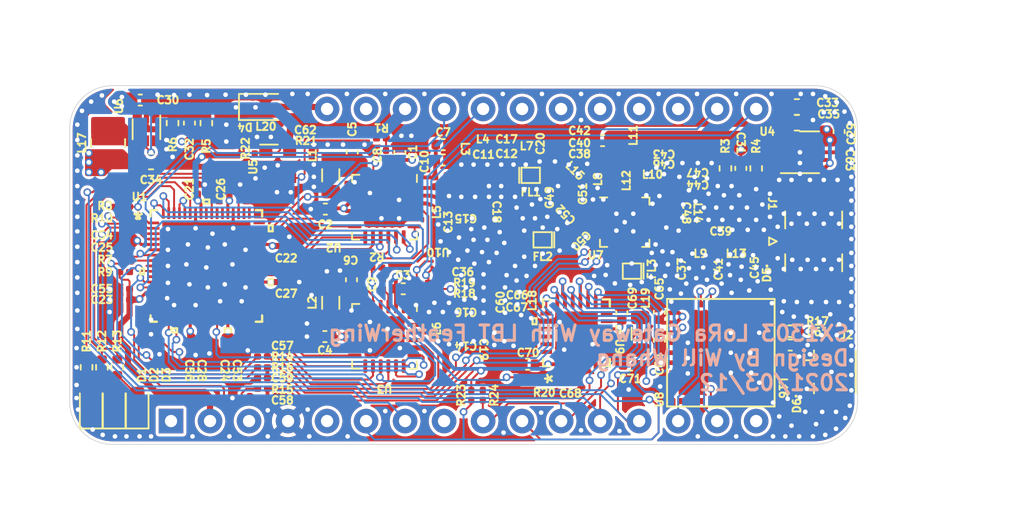
<source format=kicad_pcb>
(kicad_pcb (version 20201002) (generator pcbnew)
  (layers (0 "F.Cu" signal) (1 "In1.Cu" signal) (2 "In2.Cu" signal) (31 "B.Cu" signal) (34 "B.Paste" user) (35 "F.Paste" user) (36 "B.SilkS" user "B.Silkscreen") (37 "F.SilkS" user "F.Silkscreen") (38 "B.Mask" user) (39 "F.Mask" user) (44 "Edge.Cuts" user))
  (net 0 "")
  (net 1 "Net-(A1-Pad19)")
  (net 2 "Net-(A1-Pad20)")
  (net 3 "Net-(A1-Pad21)")
  (net 4 "Net-(A1-Pad22)")
  (net 5 "Net-(A1-Pad23)")
  (net 6 "Net-(U3-Pad4)")
  (net 7 "Net-(C31-Pad2)")
  (net 8 "Net-(U7-Pad14)")
  (net 9 "Net-(A1-Pad27)")
  (net 10 "Net-(C50-Pad1)")
  (net 11 "Net-(A1-Pad1)")
  (net 12 "Net-(C52-Pad1)")
  (net 13 "Net-(A1-Pad3)")
  (net 14 "GPS_RX")
  (net 15 "Net-(A1-Pad5)")
  (net 16 "Net-(U1-Pad58)")
  (net 17 "SX1262_RESET")
  (net 18 "Net-(U1-Pad60)")
  (net 19 "Net-(C71-Pad1)")
  (net 20 "Net-(C63-Pad1)")
  (net 21 "Net-(C5-Pad1)")
  (net 22 "Net-(U4-Pad5)")
  (net 23 "Net-(A1-Pad16)")
  (net 24 "GND")
  (net 25 "VDD_RF")
  (net 26 "Net-(C6-Pad1)")
  (net 27 "Net-(C8-Pad2)")
  (net 28 "Net-(C9-Pad2)")
  (net 29 "Net-(C9-Pad1)")
  (net 30 "Net-(C11-Pad2)")
  (net 31 "Net-(C14-Pad2)")
  (net 32 "Net-(C15-Pad1)")
  (net 33 "Net-(C16-Pad2)")
  (net 34 "Net-(C17-Pad1)")
  (net 35 "Net-(C20-Pad2)")
  (net 36 "Net-(L2-Pad2)")
  (net 37 "TCXO_32Mhz")
  (net 38 "RADIOA_CSN")
  (net 39 "RADIOA_MOSI")
  (net 40 "RADIOA_SCK")
  (net 41 "RADIO_A_IQ2")
  (net 42 "RADIO_A_CLK")
  (net 43 "RADIO_A_IQ1")
  (net 44 "RADIO_A_IQ0")
  (net 45 "RADIOA_32M")
  (net 46 "RADIOA_MISO")
  (net 47 "RADIO_A_IQ3")
  (net 48 "RADIO_B_IQ2")
  (net 49 "RADIO_B_CLK")
  (net 50 "RADIO_B_IQ1")
  (net 51 "RADIO_B_IQ0")
  (net 52 "RADIOB_32M")
  (net 53 "RADIOB_MISO")
  (net 54 "RADIO_B_IQ3")
  (net 55 "RADIOB_RESET")
  (net 56 "RADIOB_SCK")
  (net 57 "RADIOB_MOSI")
  (net 58 "RADIOB_CSN")
  (net 59 "RADIOA_RESET")
  (net 60 "HOST_SCK")
  (net 61 "HOST_MOSI")
  (net 62 "HOST_MISO")
  (net 63 "+3V3")
  (net 64 "+1V2")
  (net 65 "Net-(FL3-Pad1)")
  (net 66 "HOST_RESET")
  (net 67 "HOST_CSN")
  (net 68 "Net-(U1-Pad64)")
  (net 69 "CSD")
  (net 70 "Net-(U7-Pad3)")
  (net 71 "Net-(FL3-Pad4)")
  (net 72 "Net-(R10-Pad1)")
  (net 73 "Net-(R11-Pad2)")
  (net 74 "Net-(U1-Pad57)")
  (net 75 "Net-(U1-Pad53)")
  (net 76 "Net-(U1-Pad52)")
  (net 77 "Net-(U1-Pad51)")
  (net 78 "Net-(U1-Pad50)")
  (net 79 "Net-(L17-Pad1)")
  (net 80 "Net-(C10-Pad1)")
  (net 81 "VBUS")
  (net 82 "+BATT")
  (net 83 "Net-(C37-Pad2)")
  (net 84 "Net-(C38-Pad2)")
  (net 85 "Net-(U1-Pad31)")
  (net 86 "Net-(C39-Pad1)")
  (net 87 "Net-(U1-Pad29)")
  (net 88 "Net-(C44-Pad2)")
  (net 89 "Net-(U1-Pad27)")
  (net 90 "Net-(U1-Pad26)")
  (net 91 "Net-(C45-Pad2)")
  (net 92 "Net-(C48-Pad2)")
  (net 93 "Net-(L8-Pad1)")
  (net 94 "Net-(U1-Pad22)")
  (net 95 "Net-(L10-Pad1)")
  (net 96 "TXRX")
  (net 97 "Net-(U1-Pad17)")
  (net 98 "PA_ON")
  (net 99 "Net-(D1-Pad2)")
  (net 100 "Net-(U1-Pad11)")
  (net 101 "Net-(D2-Pad2)")
  (net 102 "Net-(C8-Pad1)")
  (net 103 "Net-(C11-Pad1)")
  (net 104 "Net-(C13-Pad2)")
  (net 105 "Net-(C15-Pad2)")
  (net 106 "Net-(U3-Pad24)")
  (net 107 "Net-(C32-Pad2)")
  (net 108 "Net-(C49-Pad2)")
  (net 109 "Net-(U3-Pad1)")
  (net 110 "Net-(U2-Pad4)")
  (net 111 "Net-(D3-Pad2)")
  (net 112 "Net-(R12-Pad2)")
  (net 113 "SX1303_CSD")
  (net 114 "Net-(R13-Pad2)")
  (net 115 "GPS_PPS")
  (net 116 "SX1303_TXRX")
  (net 117 "SX1303_PA_ON")
  (net 118 "GPS_TX")
  (net 119 "Net-(C68-Pad2)")
  (net 120 "Net-(C61-Pad2)")
  (net 121 "SX1261_CSN")
  (net 122 "Net-(C50-Pad2)")
  (net 123 "Net-(C51-Pad2)")
  (net 124 "Net-(L1-Pad2)")
  (net 125 "Net-(U6-Pad6)")
  (net 126 "Net-(U10-Pad6)")
  (net 127 "SDA")
  (net 128 "SCL")
  (net 129 "SX1261_BUSY")
  (net 130 "Net-(U9-Pad24)")
  (net 131 "Net-(U9-Pad23)")
  (net 132 "Net-(C62-Pad1)")
  (net 133 "Net-(C66-Pad2)")
  (net 134 "SX1261_DIO1")
  (net 135 "Net-(U9-Pad12)")
  (net 136 "Net-(C67-Pad2)")
  (net 137 "Net-(U9-Pad6)")
  (net 138 "Net-(U9-Pad4)")
  (net 139 "Net-(C68-Pad1)")
  (net 140 "Net-(D6-Pad2)")
  (net 141 "Net-(L19-Pad1)")
  (net 142 "Net-(R21-Pad1)")
  (module "Capacitor_SMD:C_0402_1005Metric" (layer "F.Cu") (at 137.6 59.44)
    (fp_text reference "C42" (at -1.5 -0.64 unlocked) (layer "F.SilkS") (effects (font (size 0.5 0.5) (thickness 0.125))))
    (fp_text value "4.7uF")
    (pad "1" smd roundrect (at -0.48 0) (size 0.56 0.62) (layers "F.Cu" "F.Paste" "F.Mask") (net 24 "GND"))
    (pad "2" smd roundrect (at 0.48 0) (size 0.56 0.62) (layers "F.Cu" "F.Paste" "F.Mask") (net 25 "VDD_RF"))
  )
  (module "Capacitor_SMD:C_0603_1608Metric" (layer "F.Cu") (at 150.25 58.275)
    (fp_text reference "C35" (at 2.075 -0.55) (layer "F.SilkS") (effects (font (size 0.5 0.5) (thickness 0.125))))
    (fp_text value "CM05X5R226M06AH080")
    (pad "1" smd roundrect (at -0.775 0) (size 0.9 0.95) (layers "F.Cu" "F.Paste" "F.Mask") (net 25 "VDD_RF"))
    (pad "2" smd roundrect (at 0.775 0) (size 0.9 0.95) (layers "F.Cu" "F.Paste" "F.Mask") (net 24 "GND"))
  )
  (module "LED_SMD:LED_0603_1608Metric" (layer "F.Cu") (at 104.3 76.7 90)
    (fp_text reference "D1" (at 2 3.3 90 unlocked) (layer "F.SilkS") (effects (font (size 0.5 0.5))))
    (fp_text value "RED")
    (pad "1" smd roundrect (at -0.7875 0 90) (size 0.875 0.95) (layers "F.Cu" "F.Paste" "F.Mask") (net 24 "GND"))
    (pad "2" smd roundrect (at 0.7875 0 90) (size 0.875 0.95) (layers "F.Cu" "F.Paste" "F.Mask") (net 99 "Net-(D1-Pad2)"))
  )
  (module "Capacitor_SMD:C_0402_1005Metric" (layer "F.Cu") (at 119.55 63.9 180)
    (fp_text reference "C2" (at 0 -1 unlocked) (layer "F.SilkS") (effects (font (size 0.5 0.5))))
    (fp_text value "100nF")
    (pad "1" smd roundrect (at -0.48 0 180) (size 0.56 0.62) (layers "F.Cu" "F.Paste" "F.Mask") (net 63 "+3V3"))
    (pad "2" smd roundrect (at 0.48 0 180) (size 0.56 0.62) (layers "F.Cu" "F.Paste" "F.Mask") (net 24 "GND"))
  )
  (module "Inductor_SMD:L_0201_0603Metric" (layer "F.Cu") (at 127.5 64.1 90)
    (fp_text reference "L5" (at 0 -0.7 90 unlocked) (layer "F.SilkS") (effects (font (size 0.5 0.5))))
    (fp_text value "18nH")
    (pad "1" smd roundrect (at -0.32 0 90) (size 0.46 0.4) (layers "F.Cu" "F.Mask") (net 104 "Net-(C13-Pad2)"))
    (pad "2" smd roundrect (at 0.32 0 90) (size 0.46 0.4) (layers "F.Cu" "F.Mask") (net 105 "Net-(C15-Pad2)"))
  )
  (module "Inductor_SMD:L_0805_2012Metric" (layer "F.Cu") (at 119.9 61.7 -90)
    (fp_text reference "L1" (at -1.3 1.2 90 unlocked) (layer "F.SilkS") (effects (font (size 0.5 0.5))))
    (fp_text value "MLZ2012N150LT000")
    (pad "1" smd roundrect (at -1.0625 0 270) (size 0.875 1.2) (layers "F.Cu" "F.Paste" "F.Mask") (net 21 "Net-(C5-Pad1)"))
    (pad "2" smd roundrect (at 1.0625 0 270) (size 0.875 1.2) (layers "F.Cu" "F.Paste" "F.Mask") (net 124 "Net-(L1-Pad2)"))
  )
  (module "SX1302:EVA-8M" (layer "F.Cu") (at 145.3 73.25 180)
    (fp_text reference "U8" (at 4 -3.05 90 unlocked) (layer "F.SilkS") (effects (font (size 0.5 0.5) (thickness 0.125))))
    (fp_text value "EVA-8M")
    (fp_text user "1" (at -4.2 -2.4) (layer "F.SilkS") (effects (font (size 0.5 0.5) (thickness 0.015))))
    (pad "1" smd rect (at -3.15 -2.6 180) (size 0.4 0.3) (layers "F.Cu" "F.Paste" "F.Mask") (net 140 "Net-(D6-Pad2)"))
    (pad "2" smd rect (at -3.15 -1.95 180) (size 0.4 0.3) (layers "F.Cu" "F.Paste" "F.Mask") (net 24 "GND"))
    (pad "3" smd rect (at -3.15 -1.3 180) (size 0.4 0.3) (layers "F.Cu" "F.Paste" "F.Mask"))
    (pad "4" smd rect (at -3.15 -0.65 180) (size 0.4 0.3) (layers "F.Cu" "F.Paste" "F.Mask"))
    (pad "5" smd rect (at -3.15 0 180) (size 0.4 0.3) (layers "F.Cu" "F.Paste" "F.Mask"))
    (pad "6" smd rect (at -3.15 0.65 180) (size 0.4 0.3) (layers "F.Cu" "F.Paste" "F.Mask"))
    (pad "7" smd rect (at -3.15 1.3 180) (size 0.4 0.3) (layers "F.Cu" "F.Paste" "F.Mask") (net 24 "GND"))
    (pad "8" smd rect (at -3.15 1.95 180) (size 0.4 0.3) (layers "F.Cu" "F.Paste" "F.Mask"))
    (pad "9" smd rect (at -3.15 2.6 180) (size 0.4 0.3) (layers "F.Cu" "F.Paste" "F.Mask") (net 24 "GND"))
    (pad "10" smd rect (at -2.6 3.15 180) (size 0.3 0.4) (layers "F.Cu" "F.Paste" "F.Mask"))
    (pad "11" smd rect (at -1.95 3.15 180) (size 0.3 0.4) (layers "F.Cu" "F.Paste" "F.Mask"))
    (pad "12" smd rect (at -1.3 3.15 180) (size 0.3 0.4) (layers "F.Cu" "F.Paste" "F.Mask"))
    (pad "13" smd rect (at -0.65 3.15 180) (size 0.3 0.4) (layers "F.Cu" "F.Paste" "F.Mask"))
    (pad "14" smd rect (at 0 3.15 180) (size 0.3 0.4) (layers "F.Cu" "F.Paste" "F.Mask"))
    (pad "15" smd rect (at 0.65 3.15 180) (size 0.3 0.4) (layers "F.Cu" "F.Paste" "F.Mask") (net 14 "GPS_RX"))
    (pad "16" smd rect (at 1.3 3.15 180) (size 0.3 0.4) (layers "F.Cu" "F.Paste" "F.Mask") (net 118 "GPS_TX"))
    (pad "17" smd rect (at 1.95 3.15 180) (size 0.3 0.4) (layers "F.Cu" "F.Paste" "F.Mask"))
    (pad "18" smd rect (at 2.6 3.15 180) (size 0.3 0.4) (layers "F.Cu" "F.Paste" "F.Mask") (net 24 "GND"))
    (pad "19" smd rect (at 3.15 2.6 180) (size 0.4 0.3) (layers "F.Cu" "F.Paste" "F.Mask") (net 63 "+3V3"))
    (pad "20" smd rect (at 3.15 1.95 180) (size 0.4 0.3) (layers "F.Cu" "F.Paste" "F.Mask") (net 63 "+3V3"))
    (pad "21" smd rect (at 3.15 1.3 180) (size 0.4 0.3) (layers "F.Cu" "F.Paste" "F.Mask") (net 63 "+3V3"))
    (pad "22" smd rect (at 3.15 0.65 180) (size 0.4 0.3) (layers "F.Cu" "F.Paste" "F.Mask"))
    (pad "23" smd rect (at 3.15 0 180) (size 0.4 0.3) (layers "F.Cu" "F.Paste" "F.Mask"))
    (pad "24" smd rect (at 3.15 -0.65 180) (size 0.4 0.3) (layers "F.Cu" "F.Paste" "F.Mask"))
    (pad "25" smd rect (at 3.15 -1.3 180) (size 0.4 0.3) (layers "F.Cu" "F.Paste" "F.Mask"))
    (pad "26" smd rect (at 3.15 -1.95 180) (size 0.4 0.3) (layers "F.Cu" "F.Paste" "F.Mask"))
    (pad "27" smd rect (at 3.15 -2.6 180) (size 0.4 0.3) (layers "F.Cu" "F.Paste" "F.Mask"))
    (pad "28" smd rect (at 2.6 -3.15 180) (size 0.3 0.4) (layers "F.Cu" "F.Paste" "F.Mask"))
    (pad "29" smd rect (at 1.95 -3.15 180) (size 0.3 0.4) (layers "F.Cu" "F.Paste" "F.Mask"))
    (pad "30" smd rect (at 1.3 -3.15 180) (size 0.3 0.4) (layers "F.Cu" "F.Paste" "F.Mask"))
    (pad "31" smd rect (at 0.65 -3.15 180) (size 0.3 0.4) (layers "F.Cu" "F.Paste" "F.Mask") (net 115 "GPS_PPS"))
    (pad "32" smd rect (at 0 -3.15 180) (size 0.3 0.4) (layers "F.Cu" "F.Paste" "F.Mask"))
    (pad "33" smd rect (at -0.65 -3.15 180) (size 0.3 0.4) (layers "F.Cu" "F.Paste" "F.Mask"))
    (pad "34" smd rect (at -1.3 -3.15 180) (size 0.3 0.4) (layers "F.Cu" "F.Paste" "F.Mask"))
    (pad "35" smd rect (at -1.95 -3.15 180) (size 0.3 0.4) (layers "F.Cu" "F.Paste" "F.Mask"))
    (pad "36" smd rect (at -2.6 -3.15 180) (size 0.3 0.4) (layers "F.Cu" "F.Paste" "F.Mask"))
    (pad "37" smd rect (at -1.3 -1.3 180) (size 0.5 0.5) (layers "F.Cu" "F.Paste" "F.Mask") (net 24 "GND"))
    (pad "38" smd rect (at 0 -1.3 180) (size 0.5 0.5) (layers "F.Cu" "F.Paste" "F.Mask") (net 24 "GND"))
    (pad "39" smd rect (at -1.3 0 180) (size 0.5 0.5) (layers "F.Cu" "F.Paste" "F.Mask") (net 24 "GND"))
    (pad "40" smd rect (at 0 0 180) (size 0.5 0.5) (layers "F.Cu" "F.Paste" "F.Mask") (net 24 "GND"))
    (pad "41" smd rect (at -1.3 1.3 180) (size 0.5 0.5) (layers "F.Cu" "F.Paste" "F.Mask") (net 24 "GND"))
    (pad "42" smd rect (at 0 1.3 180) (size 0.5 0.5) (layers "F.Cu" "F.Paste" "F.Mask") (net 24 "GND"))
    (pad "43" smd rect (at 1.3 1.3 180) (size 0.5 0.5) (layers "F.Cu" "F.Paste" "F.Mask") (net 24 "GND"))
  )
  (module "SX1302:TMP117AIYBGR" (layer "F.Cu") (at 126.900024 67.5 90)
    (fp_text reference "U10" (at 0.8 -0.000024 180 unlocked) (layer "F.SilkS") (effects (font (size 0.5 0.5) (thickness 0.125))))
    (fp_text value "TMP117AIYBGR" hide)
    (pad "1" smd circle (at -0.2 -0.399999 90) (size 0.23 0.23) (layers "F.Cu" "F.Paste" "F.Mask") (net 127 "SDA"))
    (pad "2" smd circle (at 0.2 -0.399999 90) (size 0.23 0.23) (layers "F.Cu" "F.Paste" "F.Mask") (net 128 "SCL"))
    (pad "3" smd circle (at -0.2 0 90) (size 0.23 0.23) (layers "F.Cu" "F.Paste" "F.Mask") (net 25 "VDD_RF"))
    (pad "4" smd circle (at 0.2 0 90) (size 0.23 0.23) (layers "F.Cu" "F.Paste" "F.Mask") (net 24 "GND"))
    (pad "5" smd circle (at -0.2 0.400002 90) (size 0.23 0.23) (layers "F.Cu" "F.Paste" "F.Mask") (net 24 "GND"))
    (pad "6" smd circle (at 0.2 0.400002 90) (size 0.23 0.23) (layers "F.Cu" "F.Paste" "F.Mask") (net 126 "Net-(U10-Pad6)"))
  )
  (module "Capacitor_SMD:C_0201_0603Metric" (layer "F.Cu") (at 128.7 71.35 180)
    (fp_text reference "C16" (at 0 0.75 180 unlocked) (layer "F.SilkS") (effects (font (size 0.5 0.5))))
    (fp_text value "3.6pF")
    (pad "1" smd roundrect (at -0.32 0 180) (size 0.46 0.4) (layers "F.Cu" "F.Mask") (net 32 "Net-(C15-Pad1)"))
    (pad "2" smd roundrect (at 0.32 0 180) (size 0.46 0.4) (layers "F.Cu" "F.Mask") (net 33 "Net-(C16-Pad2)"))
  )
  (module "Resistor_SMD:R_0402_1005Metric" (layer "F.Cu") (at 147.6 61.25 90)
    (fp_text reference "R4" (at 1.45 0 90 unlocked) (layer "F.SilkS") (effects (font (size 0.5 0.5))))
    (fp_text value "1.15K")
    (pad "1" smd roundrect (at -0.51 0 90) (size 0.54 0.64) (layers "F.Cu" "F.Paste" "F.Mask") (net 24 "GND"))
    (pad "2" smd roundrect (at 0.51 0 90) (size 0.54 0.64) (layers "F.Cu" "F.Paste" "F.Mask") (net 7 "Net-(C31-Pad2)"))
  )
  (module "Inductor_SMD:L_0201_0603Metric" (layer "F.Cu") (at 135.3 61.9 -45)
    (fp_text reference "L15" (at 0 -0.707107 -45 unlocked) (layer "F.SilkS") (effects (font (size 0.5 0.5))))
    (fp_text value "56pF")
    (pad "1" smd roundrect (at -0.32 0 315) (size 0.46 0.4) (layers "F.Cu" "F.Mask") (net 108 "Net-(C49-Pad2)"))
    (pad "2" smd roundrect (at 0.32 0 315) (size 0.46 0.4) (layers "F.Cu" "F.Mask") (net 123 "Net-(C51-Pad2)"))
  )
  (module "Capacitor_SMD:C_0201_0603Metric" (layer "F.Cu") (at 135.8 65.306048 -135)
    (fp_text reference "C50" (at 0.1725 -0.738186 -135 unlocked) (layer "F.SilkS") (effects (font (size 0.5 0.5))))
    (fp_text value "56pF")
    (pad "1" smd roundrect (at -0.32 0 225) (size 0.46 0.4) (layers "F.Cu" "F.Mask") (net 10 "Net-(C50-Pad1)"))
    (pad "2" smd roundrect (at 0.32 0 225) (size 0.46 0.4) (layers "F.Cu" "F.Mask") (net 122 "Net-(C50-Pad2)"))
  )
  (module "Capacitor_SMD:C_0201_0603Metric" (layer "F.Cu") (at 113.8 72.9 -90)
    (fp_text reference "C53" (at 1.5 0 -90 unlocked) (layer "F.SilkS") (effects (font (size 0.5 0.5))))
    (fp_text value "1uF")
    (pad "1" smd roundrect (at -0.32 0 270) (size 0.46 0.4) (layers "F.Cu" "F.Mask") (net 63 "+3V3"))
    (pad "2" smd roundrect (at 0.32 0 270) (size 0.46 0.4) (layers "F.Cu" "F.Mask") (net 24 "GND"))
  )
  (module "Resistor_SMD:R_0201_0603Metric" (layer "F.Cu") (at 106.48 64.45 180)
    (fp_text reference "R10" (at 1.48 -0.05 unlocked) (layer "F.SilkS") (effects (font (size 0.5 0.5))))
    (fp_text value "100R")
    (pad "1" smd roundrect (at -0.32 0 180) (size 0.46 0.4) (layers "F.Cu" "F.Mask") (net 72 "Net-(R10-Pad1)"))
    (pad "2" smd roundrect (at 0.32 0 180) (size 0.46 0.4) (layers "F.Cu" "F.Mask") (net 62 "HOST_MISO"))
  )
  (module "Capacitor_SMD:C_0201_0603Metric" (layer "F.Cu") (at 111.5 72.9 -90)
    (fp_text reference "C28" (at 1.5 0 -90 unlocked) (layer "F.SilkS") (effects (font (size 0.5 0.5))))
    (fp_text value "100nF")
    (pad "1" smd roundrect (at -0.32 0 270) (size 0.46 0.4) (layers "F.Cu" "F.Mask") (net 64 "+1V2"))
    (pad "2" smd roundrect (at 0.32 0 270) (size 0.46 0.4) (layers "F.Cu" "F.Mask") (net 24 "GND"))
  )
  (module "Filter:Filter_1109-5_1.1x0.9mm" (layer "F.Cu") (at 133.7 65.9 180)
    (fp_text reference "FL2" (at 0 -1.1 unlocked) (layer "F.SilkS") (effects (font (size 0.5 0.5))))
    (fp_text value "B39162B8813P810")
    (pad "1" smd rect (at -0.385 0 270) (size 0.25 0.18) (layers "F.Cu" "F.Paste" "F.Mask") (net 122 "Net-(C50-Pad2)"))
    (pad "2" smd rect (at 0 0.25 270) (size 0.25 0.18) (layers "F.Cu" "F.Paste" "F.Mask") (net 24 "GND"))
    (pad "3" smd rect (at 0.385 0.25 270) (size 0.25 0.18) (layers "F.Cu" "F.Paste" "F.Mask") (net 24 "GND"))
    (pad "4" smd rect (at 0.385 -0.25 270) (size 0.25 0.18) (layers "F.Cu" "F.Paste" "F.Mask") (net 32 "Net-(C15-Pad1)"))
    (pad "5" smd rect (at 0 -0.25 270) (size 0.25 0.18) (layers "F.Cu" "F.Paste" "F.Mask") (net 24 "GND"))
  )
  (module "Capacitor_SMD:C_0402_1005Metric" (layer "F.Cu") (at 124.62 69.085)
    (fp_text reference "C3" (at -0.02 -0.885 unlocked) (layer "F.SilkS") (effects (font (size 0.5 0.5))))
    (fp_text value "1uF")
    (pad "1" smd roundrect (at -0.48 0) (size 0.56 0.62) (layers "F.Cu" "F.Paste" "F.Mask") (net 25 "VDD_RF"))
    (pad "2" smd roundrect (at 0.48 0) (size 0.56 0.62) (layers "F.Cu" "F.Paste" "F.Mask") (net 24 "GND"))
  )
  (module "Resistor_SMD:R_0402_1005Metric" (layer "F.Cu") (at 105 74.2 90)
    (fp_text reference "R12" (at 1.7 0 90 unlocked) (layer "F.SilkS") (effects (font (size 0.5 0.5))))
    (fp_text value "1K")
    (pad "1" smd roundrect (at -0.51 0 90) (size 0.54 0.64) (layers "F.Cu" "F.Paste" "F.Mask") (net 101 "Net-(D2-Pad2)"))
    (pad "2" smd roundrect (at 0.51 0 90) (size 0.54 0.64) (layers "F.Cu" "F.Paste" "F.Mask") (net 112 "Net-(R12-Pad2)"))
  )
  (module "Resistor_SMD:R_0402_1005Metric" (layer "F.Cu") (at 111.8 58.3 -90)
    (fp_text reference "R5" (at 1.5 0 90 unlocked) (layer "F.SilkS") (effects (font (size 0.5 0.5))))
    (fp_text value "100K")
    (pad "1" smd roundrect (at -0.51 0 270) (size 0.54 0.64) (layers "F.Cu" "F.Paste" "F.Mask") (net 107 "Net-(C32-Pad2)"))
    (pad "2" smd roundrect (at 0.51 0 270) (size 0.54 0.64) (layers "F.Cu" "F.Paste" "F.Mask") (net 64 "+1V2"))
  )
  (module "Capacitor_SMD:C_0402_1005Metric" (layer "F.Cu") (at 107.5 56.8)
    (fp_text reference "C30" (at 1.8 0 unlocked) (layer "F.SilkS") (effects (font (size 0.5 0.5))))
    (fp_text value "4.7uF")
    (pad "1" smd roundrect (at -0.48 0) (size 0.56 0.62) (layers "F.Cu" "F.Paste" "F.Mask") (net 81 "VBUS"))
    (pad "2" smd roundrect (at 0.48 0) (size 0.56 0.62) (layers "F.Cu" "F.Paste" "F.Mask") (net 24 "GND"))
  )
  (module "Capacitor_SMD:C_0201_0603Metric" (layer "F.Cu") (at 129.2 62.4 180)
    (fp_text reference "C12" (at -2.15 2.1 unlocked) (layer "F.SilkS") (effects (font (size 0.5 0.5))))
    (fp_text value "5.6pF")
    (pad "1" smd roundrect (at -0.32 0 180) (size 0.46 0.4) (layers "F.Cu" "F.Mask") (net 24 "GND"))
    (pad "2" smd roundrect (at 0.32 0 180) (size 0.46 0.4) (layers "F.Cu" "F.Mask") (net 30 "Net-(C11-Pad2)"))
  )
  (module "Capacitor_SMD:C_0201_0603Metric" (layer "F.Cu") (at 143.94 65.35 180)
    (fp_text reference "C39" (at -1.36 0 unlocked) (layer "F.SilkS") (effects (font (size 0.5 0.5))))
    (fp_text value "DNP")
    (pad "1" smd roundrect (at -0.32 0 180) (size 0.46 0.4) (layers "F.Cu" "F.Mask") (net 86 "Net-(C39-Pad1)"))
    (pad "2" smd roundrect (at 0.32 0 180) (size 0.46 0.4) (layers "F.Cu" "F.Mask") (net 83 "Net-(C37-Pad2)"))
  )
  (module "Capacitor_SMD:C_0402_1005Metric" (layer "F.Cu") (at 141.3 70.62 90)
    (fp_text reference "C65" (at 1.52 0 90 unlocked) (layer "F.SilkS") (effects (font (size 0.5 0.5))))
    (fp_text value "100nF")
    (pad "1" smd roundrect (at -0.48 0 90) (size 0.56 0.62) (layers "F.Cu" "F.Paste" "F.Mask") (net 63 "+3V3"))
    (pad "2" smd roundrect (at 0.48 0 90) (size 0.56 0.62) (layers "F.Cu" "F.Paste" "F.Mask") (net 24 "GND"))
  )
  (module "Capacitor_SMD:C_0201_0603Metric" (layer "F.Cu") (at 137.6 60.24)
    (fp_text reference "C40" (at -1.5 -0.64 unlocked) (layer "F.SilkS") (effects (font (size 0.5 0.5))))
    (fp_text value "10nF")
    (pad "1" smd roundrect (at -0.32 0) (size 0.46 0.4) (layers "F.Cu" "F.Mask") (net 24 "GND"))
    (pad "2" smd roundrect (at 0.32 0) (size 0.46 0.4) (layers "F.Cu" "F.Mask") (net 84 "Net-(C38-Pad2)"))
  )
  (module "Capacitor_SMD:C_0402_1005Metric" (layer "F.Cu") (at 121.3 60.18 90)
    (fp_text reference "C5" (at 1.48 0 90 unlocked) (layer "F.SilkS") (effects (font (size 0.5 0.5))))
    (fp_text value "470nF")
    (pad "1" smd roundrect (at -0.48 0 90) (size 0.56 0.62) (layers "F.Cu" "F.Paste" "F.Mask") (net 21 "Net-(C5-Pad1)"))
    (pad "2" smd roundrect (at 0.48 0 90) (size 0.56 0.62) (layers "F.Cu" "F.Paste" "F.Mask") (net 24 "GND"))
  )
  (module "Capacitor_SMD:C_0201_0603Metric" (layer "F.Cu") (at 140.145 60.95 180)
    (fp_text reference "C46" (at -1.45 0 180 unlocked) (layer "F.SilkS") (effects (font (size 0.5 0.5))))
    (fp_text value "1nF")
    (pad "1" smd roundrect (at -0.32 0 180) (size 0.46 0.4) (layers "F.Cu" "F.Mask") (net 24 "GND"))
    (pad "2" smd roundrect (at 0.32 0 180) (size 0.46 0.4) (layers "F.Cu" "F.Mask") (net 25 "VDD_RF"))
  )
  (module "Connector_Coaxial:SMA_Samtec_SMA-J-P-X-ST-EM1_EdgeMount" (layer "F.Cu") (at 151.2 66 90)
    (fp_text reference "J1" (at 2.45 -2.55 270 unlocked) (layer "F.SilkS") (effects (font (size 0.5 0.5))))
    (fp_text value "Conn_Coaxial")
    (pad "1" smd rect (at 0 0.2 90) (size 1.27 3.6) (layers "F.Cu" "F.Paste" "F.Mask") (net 91 "Net-(C45-Pad2)"))
    (pad "2" smd rect (at -2.825 0 90) (size 1.35 4.2) (layers "F.Cu" "F.Paste" "F.Mask") (net 24 "GND"))
    (pad "2" smd rect (at 2.825 0 90) (size 1.35 4.2) (layers "F.Cu" "F.Paste" "F.Mask") (net 24 "GND"))
    (pad "2" smd rect (at 2.825 0 90) (size 1.35 4.2) (layers "B.Cu" "B.Paste" "B.Mask") (net 24 "GND"))
    (pad "2" smd rect (at -2.825 0 90) (size 1.35 4.2) (layers "B.Cu" "B.Paste" "B.Mask") (net 24 "GND"))
  )
  (module "Inductor_SMD:L_0201_0603Metric" (layer "F.Cu") (at 127.8 61.7)
    (fp_text reference "L4" (at 2 -2.35 unlocked) (layer "F.SilkS") (effects (font (size 0.5 0.5))))
    (fp_text value "2.5nH")
    (pad "1" smd roundrect (at -0.32 0) (size 0.46 0.4) (layers "F.Cu" "F.Mask") (net 103 "Net-(C11-Pad1)"))
    (pad "2" smd roundrect (at 0.32 0) (size 0.46 0.4) (layers "F.Cu" "F.Mask") (net 30 "Net-(C11-Pad2)"))
  )
  (module "Capacitor_SMD:C_0201_0603Metric" (layer "F.Cu") (at 106.48 69.1 180)
    (fp_text reference "C55" (at 1.48 0 unlocked) (layer "F.SilkS") (effects (font (size 0.5 0.5))))
    (fp_text value "1uF")
    (pad "1" smd roundrect (at -0.32 0 180) (size 0.46 0.4) (layers "F.Cu" "F.Mask") (net 63 "+3V3"))
    (pad "2" smd roundrect (at 0.32 0 180) (size 0.46 0.4) (layers "F.Cu" "F.Mask") (net 24 "GND"))
  )
  (module "Resistor_SMD:R_0201_0603Metric" (layer "F.Cu") (at 126.59 69.3)
    (fp_text reference "R18" (at 2.01 0.1 unlocked) (layer "F.SilkS") (effects (font (size 0.5 0.5) (thickness 0.125))))
    (fp_text value "100K")
    (pad "1" smd roundrect (at -0.32 0) (size 0.46 0.4) (layers "F.Cu" "F.Mask") (net 128 "SCL"))
    (pad "2" smd roundrect (at 0.32 0) (size 0.46 0.4) (layers "F.Cu" "F.Mask") (net 25 "VDD_RF"))
  )
  (module "Package_TO_SOT_SMD:SOT-563" (layer "F.Cu") (at 107.9 58.7 -90)
    (fp_text reference "U6" (at -1.5 1.8 90 unlocked) (layer "F.SilkS") (effects (font (size 0.5 0.5))))
    (fp_text value "TLV62568DRL")
    (pad "1" smd rect (at -0.75 -0.5 270) (size 0.7 0.34) (layers "F.Cu" "F.Paste" "F.Mask") (net 107 "Net-(C32-Pad2)"))
    (pad "2" smd rect (at -0.75 0 270) (size 0.7 0.34) (layers "F.Cu" "F.Paste" "F.Mask") (net 24 "GND"))
    (pad "3" smd rect (at -0.75 0.5 270) (size 0.7 0.34) (layers "F.Cu" "F.Paste" "F.Mask") (net 81 "VBUS"))
    (pad "4" smd rect (at 0.75 0.5 270) (size 0.7 0.34) (layers "F.Cu" "F.Paste" "F.Mask") (net 79 "Net-(L17-Pad1)"))
    (pad "5" smd rect (at 0.75 0 270) (size 0.7 0.34) (layers "F.Cu" "F.Paste" "F.Mask") (net 81 "VBUS"))
    (pad "6" smd rect (at 0.75 -0.5 270) (size 0.7 0.34) (layers "F.Cu" "F.Paste" "F.Mask") (net 125 "Net-(U6-Pad6)"))
  )
  (module "Resistor_SMD:R_0201_0603Metric" (layer "F.Cu") (at 106.48 63.75)
    (fp_text reference "R8" (at -1.28 -0.05 unlocked) (layer "F.SilkS") (effects (font (size 0.5 0.5))))
    (fp_text value "10K")
    (pad "1" smd roundrect (at -0.32 0) (size 0.46 0.4) (layers "F.Cu" "F.Mask") (net 63 "+3V3"))
    (pad "2" smd roundrect (at 0.32 0) (size 0.46 0.4) (layers "F.Cu" "F.Mask") (net 67 "HOST_CSN"))
  )
  (module "Package_DFN_QFN:HVQFN-24-1EP_4x4mm_P0.5mm_EP2.5x2.5mm" (layer "F.Cu") (at 123.4 72.185 -90)
    (fp_text reference "U3" (at 3.415 0 180 unlocked) (layer "F.SilkS") (effects (font (size 0.5 0.5))))
    (fp_text value "SX1250")
    (pad "1" smd roundrect (at -1.9375 -1.25 270) (size 0.875 0.25) (layers "F.Cu" "F.Paste" "F.Mask") (net 109 "Net-(U3-Pad1)"))
    (pad "2" smd roundrect (at -1.9375 -0.75 270) (size 0.875 0.25) (layers "F.Cu" "F.Paste" "F.Mask") (net 25 "VDD_RF"))
    (pad "3" smd roundrect (at -1.9375 -0.25 270) (size 0.875 0.25) (layers "F.Cu" "F.Paste" "F.Mask") (net 29 "Net-(C9-Pad1)"))
    (pad "4" smd roundrect (at -1.9375 0.25 270) (size 0.875 0.25) (layers "F.Cu" "F.Paste" "F.Mask") (net 6 "Net-(U3-Pad4)"))
    (pad "5" smd roundrect (at -1.9375 0.75 270) (size 0.875 0.25) (layers "F.Cu" "F.Paste" "F.Mask") (net 48 "RADIO_B_IQ2"))
    (pad "6" smd roundrect (at -1.9375 1.25 270) (size 0.875 0.25) (layers "F.Cu" "F.Paste" "F.Mask") (net 26 "Net-(C6-Pad1)"))
    (pad "7" smd roundrect (at -1.25 1.9375 270) (size 0.25 0.875) (layers "F.Cu" "F.Paste" "F.Mask") (net 24 "GND"))
    (pad "8" smd roundrect (at -0.75 1.9375 270) (size 0.25 0.875) (layers "F.Cu" "F.Paste" "F.Mask") (net 36 "Net-(L2-Pad2)"))
    (pad "9" smd roundrect (at -0.25 1.9375 270) (size 0.25 0.875) (layers "F.Cu" "F.Paste" "F.Mask") (net 63 "+3V3"))
    (pad "10" smd roundrect (at 0.25 1.9375 270) (size 0.25 0.875) (layers "F.Cu" "F.Paste" "F.Mask") (net 63 "+3V3"))
    (pad "11" smd roundrect (at 0.75 1.9375 270) (size 0.25 0.875) (layers "F.Cu" "F.Paste" "F.Mask") (net 49 "RADIO_B_CLK"))
    (pad "12" smd roundrect (at 1.25 1.9375 270) (size 0.25 0.875) (layers "F.Cu" "F.Paste" "F.Mask") (net 50 "RADIO_B_IQ1"))
    (pad "13" smd roundrect (at 1.9375 1.25 270) (size 0.875 0.25) (layers "F.Cu" "F.Paste" "F.Mask") (net 51 "RADIO_B_IQ0"))
    (pad "14" smd roundrect (at 1.9375 0.75 270) (size 0.875 0.25) (layers "F.Cu" "F.Paste" "F.Mask") (net 52 "RADIOB_32M"))
    (pad "15" smd roundrect (at 1.9375 0.25 270) (size 0.875 0.25) (layers "F.Cu" "F.Paste" "F.Mask") (net 55 "RADIOB_RESET"))
    (pad "16" smd roundrect (at 1.9375 -0.25 270) (size 0.875 0.25) (layers "F.Cu" "F.Paste" "F.Mask") (net 53 "RADIOB_MISO"))
    (pad "17" smd roundrect (at 1.9375 -0.75 270) (size 0.875 0.25) (layers "F.Cu" "F.Paste" "F.Mask") (net 57 "RADIOB_MOSI"))
    (pad "18" smd roundrect (at 1.9375 -1.25 270) (size 0.875 0.25) (layers "F.Cu" "F.Paste" "F.Mask") (net 56 "RADIOB_SCK"))
    (pad "19" smd roundrect (at 1.25 -1.9375 270) (size 0.25 0.875) (layers "F.Cu" "F.Paste" "F.Mask") (net 58 "RADIOB_CSN"))
    (pad "20" smd roundrect (at 0.75 -1.9375 270) (size 0.25 0.875) (layers "F.Cu" "F.Paste" "F.Mask") (net 24 "GND"))
    (pad "21" smd roundrect (at 0.25 -1.9375 270) (size 0.25 0.875) (layers "F.Cu" "F.Paste" "F.Mask") (net 54 "RADIO_B_IQ3"))
    (pad "22" smd roundrect (at -0.25 -1.9375 270) (size 0.25 0.875) (layers "F.Cu" "F.Paste" "F.Mask") (net 31 "Net-(C14-Pad2)"))
    (pad "23" smd roundrect (at -0.75 -1.9375 270) (size 0.25 0.875) (layers "F.Cu" "F.Paste" "F.Mask") (net 33 "Net-(C16-Pad2)"))
    (pad "24" smd roundrect (at -1.25 -1.9375 270) (size 0.25 0.875) (layers "F.Cu" "F.Paste" "F.Mask") (net 106 "Net-(U3-Pad24)"))
    (pad "25" smd rect (at 0 0 270) (size 2.5 2.5) (layers "F.Cu" "F.Mask") (net 24 "GND"))
  )
  (module "Inductor_SMD:L_1008_2520Metric" (layer "F.Cu") (at 105.4 59.6 -90)
    (fp_text reference "L17" (at 0 1.7 90 unlocked) (layer "F.SilkS") (effects (font (size 0.5 0.5))))
    (fp_text value "TFM252012ALVA2R2MTAA")
    (pad "1" smd roundrect (at -1.075 0 270) (size 1.25 2.2) (layers "F.Cu" "F.Paste" "F.Mask") (roundrect_rratio 0.2) (net 79 "Net-(L17-Pad1)"))
    (pad "2" smd roundrect (at 1.075 0 270) (size 1.25 2.2) (layers "F.Cu" "F.Paste" "F.Mask") (roundrect_rratio 0.2) (net 64 "+1V2"))
  )
  (module "Capacitor_SMD:C_0402_1005Metric" (layer "F.Cu") (at 121.25 68.5 90)
    (fp_text reference "C6" (at 1.3 -0.05 180 unlocked) (layer "F.SilkS") (effects (font (size 0.5 0.5))))
    (fp_text value "470nF")
    (pad "1" smd roundrect (at -0.48 0 90) (size 0.56 0.62) (layers "F.Cu" "F.Paste" "F.Mask") (net 26 "Net-(C6-Pad1)"))
    (pad "2" smd roundrect (at 0.48 0 90) (size 0.56 0.62) (layers "F.Cu" "F.Paste" "F.Mask") (net 24 "GND"))
  )
  (module "SX1302:SX1302IMLTRT" (layer "F.Cu") (at 111.8 67.6)
    (fp_text reference "U1" (at -4.35 -4.5 unlocked) (layer "F.SilkS") (effects (font (size 0.5 0.5))))
    (fp_text value "SX1303IMLTRT" hide)
    (fp_text user "*" (at -4.445 -2.975001) (layer "F.SilkS") (effects (font (size 0.5 0.5))))
    (fp_text user "*" (at -4.445 -2.975001) (layer "F.SilkS"))
    (pad "1" smd rect (at -3.4417 -2.799999 90) (size 0.1778 0.7366) (layers "F.Cu" "F.Paste" "F.Mask") (net 67 "HOST_CSN"))
    (pad "2" smd rect (at -3.429 -2.45 90) (size 0.1778 0.762) (layers "F.Cu" "F.Paste" "F.Mask") (net 72 "Net-(R10-Pad1)"))
    (pad "3" smd rect (at -3.429 -2.100001 90) (size 0.1778 0.762) (layers "F.Cu" "F.Paste" "F.Mask") (net 61 "HOST_MOSI"))
    (pad "4" smd rect (at -3.429 -1.750002 90) (size 0.1778 0.762) (layers "F.Cu" "F.Paste" "F.Mask") (net 60 "HOST_SCK"))
    (pad "5" smd rect (at -3.429 -1.4 90) (size 0.1778 0.762) (layers "F.Cu" "F.Paste" "F.Mask") (net 64 "+1V2"))
    (pad "6" smd rect (at -3.429 -1.05 90) (size 0.1778 0.762) (layers "F.Cu" "F.Paste" "F.Mask") (net 24 "GND"))
    (pad "7" smd rect (at -3.429 -0.700001 90) (size 0.1778 0.762) (layers "F.Cu" "F.Paste" "F.Mask") (net 66 "HOST_RESET"))
    (pad "8" smd rect (at -3.429 -0.349999 90) (size 0.1778 0.762) (layers "F.Cu" "F.Paste" "F.Mask") (net 115 "GPS_PPS"))
    (pad "9" smd rect (at -3.429 0 90) (size 0.1778 0.762) (layers "F.Cu" "F.Paste" "F.Mask") (net 24 "GND"))
    (pad "10" smd rect (at -3.429 0.349999 90) (size 0.1778 0.762) (layers "F.Cu" "F.Paste" "F.Mask") (net 113 "SX1303_CSD"))
    (pad "11" smd rect (at -3.429 0.700001 90) (size 0.1778 0.762) (layers "F.Cu" "F.Paste" "F.Mask") (net 100 "Net-(U1-Pad11)"))
    (pad "12" smd rect (at -3.429 1.05 90) (size 0.1778 0.762) (layers "F.Cu" "F.Paste" "F.Mask") (net 116 "SX1303_TXRX"))
    (pad "13" smd rect (at -3.429 1.4 90) (size 0.1778 0.762) (layers "F.Cu" "F.Paste" "F.Mask") (net 59 "RADIOA_RESET"))
    (pad "14" smd rect (at -3.429 1.749999 90) (size 0.1778 0.762) (layers "F.Cu" "F.Paste" "F.Mask") (net 63 "+3V3"))
    (pad "15" smd rect (at -3.429 2.100001 90) (size 0.1778 0.762) (layers "F.Cu" "F.Paste" "F.Mask") (net 24 "GND"))
    (pad "16" smd rect (at -3.429 2.45 90) (size 0.1778 0.762) (layers "F.Cu" "F.Paste" "F.Mask") (net 117 "SX1303_PA_ON"))
    (pad "17" smd rect (at -3.4417 2.799999 90) (size 0.1778 0.7366) (layers "F.Cu" "F.Paste" "F.Mask") (net 97 "Net-(U1-Pad17)"))
    (pad "18" smd rect (at -2.799999 3.4417) (size 0.1778 0.7366) (layers "F.Cu" "F.Paste" "F.Mask") (net 58 "RADIOB_CSN"))
    (pad "19" smd rect (at -2.45 3.429) (size 0.1778 0.762) (layers "F.Cu" "F.Paste" "F.Mask") (net 57 "RADIOB_MOSI"))
    (pad "20" smd rect (at -2.100001 3.429) (size 0.1778 0.762) (layers "F.Cu" "F.Paste" "F.Mask") (net 24 "GND"))
    (pad "21" smd rect (at -1.750002 3.429) (size 0.1778 0.762) (layers "F.Cu" "F.Paste" "F.Mask") (net 56 "RADIOB_SCK"))
    (pad "22" smd rect (at -1.4 3.429) (size 0.1778 0.762) (layers "F.Cu" "F.Paste" "F.Mask") (net 94 "Net-(U1-Pad22)"))
    (pad "23" smd rect (at -1.05 3.429) (size 0.1778 0.762) (layers "F.Cu" "F.Paste" "F.Mask") (net 64 "+1V2"))
    (pad "24" smd rect (at -0.700001 3.429) (size 0.1778 0.762) (layers "F.Cu" "F.Paste" "F.Mask") (net 24 "GND"))
    (pad "25" smd rect (at -0.349999 3.429) (size 0.1778 0.762) (layers "F.Cu" "F.Paste" "F.Mask") (net 24 "GND"))
    (pad "26" smd rect (at 0 3.429) (size 0.1778 0.762) (layers "F.Cu" "F.Paste" "F.Mask") (net 90 "Net-(U1-Pad26)"))
    (pad "27" smd rect (at 0.349999 3.429) (size 0.1778 0.762) (layers "F.Cu" "F.Paste" "F.Mask") (net 89 "Net-(U1-Pad27)"))
    (pad "28" smd rect (at 0.700001 3.429) (size 0.1778 0.762) (layers "F.Cu" "F.Paste" "F.Mask") (net 55 "RADIOB_RESET"))
    (pad "29" smd rect (at 1.05 3.429) (size 0.1778 0.762) (layers "F.Cu" "F.Paste" "F.Mask") (net 87 "Net-(U1-Pad29)"))
    (pad "30" smd rect (at 1.4 3.429) (size 0.1778 0.762) (layers "F.Cu" "F.Paste" "F.Mask") (net 63 "+3V3"))
    (pad "31" smd rect (at 1.749999 3.429) (size 0.1778 0.762) (layers "F.Cu" "F.Paste" "F.Mask") (net 85 "Net-(U1-Pad31)"))
    (pad "32" smd rect (at 2.100001 3.429) (size 0.1778 0.762) (layers "F.Cu" "F.Paste" "F.Mask") (net 54 "RADIO_B_IQ3"))
    (pad "33" smd rect (at 2.45 3.429) (size 0.1778 0.762) (layers "F.Cu" "F.Paste" "F.Mask") (net 53 "RADIOB_MISO"))
    (pad "34" smd rect (at 2.799999 3.4417) (size 0.1778 0.7366) (layers "F.Cu" "F.Paste" "F.Mask") (net 52 "RADIOB_32M"))
    (pad "35" smd rect (at 3.4417 2.799999 90) (size 0.1778 0.7366) (layers "F.Cu" "F.Paste" "F.Mask") (net 51 "RADIO_B_IQ0"))
    (pad "36" smd rect (at 3.429 2.45 90) (size 0.1778 0.762) (layers "F.Cu" "F.Paste" "F.Mask") (net 50 "RADIO_B_IQ1"))
    (pad "37" smd rect (at 3.429 2.100001 90) (size 0.1778 0.762) (layers "F.Cu" "F.Paste" "F.Mask") (net 49 "RADIO_B_CLK"))
    (pad "38" smd rect (at 3.429 1.750002 90) (size 0.1778 0.762) (layers "F.Cu" "F.Paste" "F.Mask") (net 48 "RADIO_B_IQ2"))
    (pad "39" smd rect (at 3.429 1.4 90) (size 0.1778 0.762) (layers "F.Cu" "F.Paste" "F.Mask") (net 24 "GND"))
    (pad "40" smd rect (at 3.429 1.05 90) (size 0.1778 0.762) (layers "F.Cu" "F.Paste" "F.Mask") (net 64 "+1V2"))
    (pad "41" smd rect (at 3.429 0.700001 90) (size 0.1778 0.762) (layers "F.Cu" "F.Paste" "F.Mask") (net 47 "RADIO_A_IQ3"))
    (pad "42" smd rect (at 3.429 0.349999 90) (size 0.1778 0.762) (layers "F.Cu" "F.Paste" "F.Mask") (net 46 "RADIOA_MISO"))
    (pad "43" smd rect (at 3.429 0 90) (size 0.1778 0.762) (layers "F.Cu" "F.Paste" "F.Mask") (net 45 "RADIOA_32M"))
    (pad "44" smd rect (at 3.429 -0.349999 90) (size 0.1778 0.762) (layers "F.Cu" "F.Paste" "F.Mask") (net 44 "RADIO_A_IQ0"))
    (pad "45" smd rect (at 3.429 -0.700001 90) (size 0.1778 0.762) (layers "F.Cu" "F.Paste" "F.Mask") (net 43 "RADIO_A_IQ1"))
    (pad "46" smd rect (at 3.429 -1.05 90) (size 0.1778 0.762) (layers "F.Cu" "F.Paste" "F.Mask") (net 24 "GND"))
    (pad "47" smd rect (at 3.429 -1.4 90) (size 0.1778 0.762) (layers "F.Cu" "F.Paste" "F.Mask") (net 63 "+3V3"))
    (pad "48" smd rect (at 3.429 -1.749999 90) (size 0.1778 0.762) (layers "F.Cu" "F.Paste" "F.Mask") (net 42 "RADIO_A_CLK"))
    (pad "49" smd rect (at 3.429 -2.100001 90) (size 0.1778 0.762) (layers "F.Cu" "F.Paste" "F.Mask") (net 41 "RADIO_A_IQ2"))
    (pad "50" smd rect (at 3.429 -2.45 90) (size 0.1778 0.762) (layers "F.Cu" "F.Paste" "F.Mask") (net 78 "Net-(U1-Pad50)"))
    (pad "51" smd rect (at 3.4417 -2.799999 90) (size 0.1778 0.7366) (layers "F.Cu" "F.Paste" "F.Mask") (net 77 "Net-(U1-Pad51)"))
    (pad "52" smd rect (at 2.799999 -3.4417) (size 0.1778 0.7366) (layers "F.Cu" "F.Paste" "F.Mask") (net 76 "Net-(U1-Pad52)"))
    (pad "53" smd rect (at 2.45 -3.429) (size 0.1778 0.762) (layers "F.Cu" "F.Paste" "F.Mask") (net 75 "Net-(U1-Pad53)"))
    (pad "54" smd rect (at 2.100001 -3.429) (size 0.1778 0.762) (layers "F.Cu" "F.Paste" "F.Mask") (net 134 "SX1261_DIO1"))
    (pad "55" smd rect (at 1.750002 -3.429) (size 0.1778 0.762) (layers "F.Cu" "F.Paste" "F.Mask") (net 24 "GND"))
    (pad "56" smd rect (at 1.4 -3.429) (size 0.1778 0.762) (layers "F.Cu" "F.Paste" "F.Mask") (net 64 "+1V2"))
    (pad "57" smd rect (at 1.05 -3.429) (size 0.1778 0.762) (layers "F.Cu" "F.Paste" "F.Mask") (net 74 "Net-(U1-Pad57)"))
    (pad "58" smd rect (at 0.700001 -3.429) (size 0.1778 0.762) (layers "F.Cu" "F.Paste" "F.Mask") (net 16 "Net-(U1-Pad58)"))
    (pad "59" smd rect (at 0.349999 -3.429) (size 0.1778 0.762) (layers "F.Cu" "F.Paste" "F.Mask") (net 73 "Net-(R11-Pad2)"))
    (pad "60" smd rect (at 0 -3.429) (size 0.1778 0.762) (layers "F.Cu" "F.Paste" "F.Mask") (net 18 "Net-(U1-Pad60)"))
    (pad "61" smd rect (at -0.349999 -3.429) (size 0.1778 0.762) (layers "F.Cu" "F.Paste" "F.Mask") (net 63 "+3V3"))
    (pad "62" smd rect (at -0.700001 -3.429) (size 0.1778 0.762) (layers "F.Cu" "F.Paste" "F.Mask") (net 24 "GND"))
    (pad "63" smd rect (at -1.05 -3.429) (size 0.1778 0.762) (layers "F.Cu" "F.Paste" "F.Mask") (net 112 "Net-(R12-Pad2)"))
    (pad "64" smd rect (at -1.4 -3.429) (size 0.1778 0.762) (layers "F.Cu" "F.Paste" "F.Mask") (net 68 "Net-(U1-Pad64)"))
    (pad "65" smd rect (at -1.749999 -3.429) (size 0.1778 0.762) (layers "F.Cu" "F.Paste" "F.Mask") (net 40 "RADIOA_SCK"))
    (pad "66" smd rect (at -2.100001 -3.429) (size 0.1778 0.762) (layers "F.Cu" "F.Paste" "F.Mask") (net 114 "Net-(R13-Pad2)"))
    (pad "67" smd rect (at -2.45 -3.429) (size 0.1778 0.762) (layers "F.Cu" "F.Paste" "F.Mask") (net 39 "RADIOA_MOSI"))
    (pad "68" smd rect (at -2.799999 -3.4417) (size 0.1778 0.7366) (layers "F.Cu" "F.Paste" "F.Mask") (net 38 "RADIOA_CSN"))
    (pad "69" smd rect (at 0 0) (size 5.6134 5.6134) (layers "F.Cu" "F.Mask") (net 24 "GND"))
  )
  (module "Capacitor_SMD:C_0201_0603Metric" (layer "F.Cu") (at 135.28 75.2 180)
    (fp_text reference "C68" (at -0.22 -0.7 unlocked) (layer "F.SilkS") (effects (font (size 0.5 0.5))))
    (fp_text value "10pF")
    (pad "1" smd roundrect (at -0.32 0 180) (size 0.46 0.4) (layers "F.Cu" "F.Mask") (net 139 "Net-(C68-Pad1)"))
    (pad "2" smd roundrect (at 0.32 0 180) (size 0.46 0.4) (layers "F.Cu" "F.Mask") (net 119 "Net-(C68-Pad2)"))
  )
  (module "Capacitor_SMD:C_0201_0603Metric" (layer "F.Cu") (at 142.345 62.3 180)
    (fp_text reference "C47" (at -1.455 0.8 180 unlocked) (layer "F.SilkS") (effects (font (size 0.5 0.5))))
    (fp_text value "DNP")
    (pad "1" smd roundrect (at -0.32 0 180) (size 0.46 0.4) (layers "F.Cu" "F.Mask") (net 24 "GND"))
    (pad "2" smd roundrect (at 0.32 0 180) (size 0.46 0.4) (layers "F.Cu" "F.Mask") (net 88 "Net-(C44-Pad2)"))
  )
  (module "Capacitor_SMD:C_0201_0603Metric" (layer "F.Cu") (at 142.345 63.05 180)
    (fp_text reference "C44" (at -1.455 0.75 180 unlocked) (layer "F.SilkS") (effects (font (size 0.5 0.5))))
    (fp_text value "10pF")
    (pad "1" smd roundrect (at -0.32 0 180) (size 0.46 0.4) (layers "F.Cu" "F.Mask") (net 24 "GND"))
    (pad "2" smd roundrect (at 0.32 0 180) (size 0.46 0.4) (layers "F.Cu" "F.Mask") (net 88 "Net-(C44-Pad2)"))
  )
  (module "Capacitor_SMD:C_0201_0603Metric" (layer "F.Cu") (at 142.7 66.36 90)
    (fp_text reference "C37" (at -1.45 0.05 90 unlocked) (layer "F.SilkS") (effects (font (size 0.5 0.5))))
    (fp_text value "DNP")
    (pad "1" smd roundrect (at -0.32 0 90) (size 0.46 0.4) (layers "F.Cu" "F.Mask") (net 24 "GND"))
    (pad "2" smd roundrect (at 0.32 0 90) (size 0.46 0.4) (layers "F.Cu" "F.Mask") (net 83 "Net-(C37-Pad2)"))
  )
  (module "Inductor_SMD:L_0201_0603Metric" (layer "F.Cu") (at 139.8 61.995 90)
    (fp_text reference "L12" (at -0.055 -0.65 90 unlocked) (layer "F.SilkS") (effects (font (size 0.5 0.5))))
    (fp_text value "6.8nH")
    (pad "1" smd roundrect (at -0.32 0 90) (size 0.46 0.4) (layers "F.Cu" "F.Mask") (net 95 "Net-(L10-Pad1)"))
    (pad "2" smd roundrect (at 0.32 0 90) (size 0.46 0.4) (layers "F.Cu" "F.Mask") (net 25 "VDD_RF"))
  )
  (module "Filter:Filter_1109-5_1.1x0.9mm" (layer "F.Cu") (at 132.92 61.7)
    (fp_text reference "FL1" (at 0 1.1 unlocked) (layer "F.SilkS") (effects (font (size 0.5 0.5))))
    (fp_text value "B39162B8813P810")
    (pad "1" smd rect (at -0.385 0 90) (size 0.25 0.18) (layers "F.Cu" "F.Paste" "F.Mask") (net 35 "Net-(C20-Pad2)"))
    (pad "2" smd rect (at 0 0.25 90) (size 0.25 0.18) (layers "F.Cu" "F.Paste" "F.Mask") (net 24 "GND"))
    (pad "3" smd rect (at 0.385 0.25 90) (size 0.25 0.18) (layers "F.Cu" "F.Paste" "F.Mask") (net 24 "GND"))
    (pad "4" smd rect (at 0.385 -0.25 90) (size 0.25 0.18) (layers "F.Cu" "F.Paste" "F.Mask") (net 108 "Net-(C49-Pad2)"))
    (pad "5" smd rect (at 0 -0.25 90) (size 0.25 0.18) (layers "F.Cu" "F.Paste" "F.Mask") (net 24 "GND"))
  )
  (module "Capacitor_SMD:C_0201_0603Metric" (layer "F.Cu") (at 110.75 72.9 -90)
    (fp_text reference "C56" (at 1.5 0.05 -90 unlocked) (layer "F.SilkS") (effects (font (size 0.5 0.5))))
    (fp_text value "1uF")
    (pad "1" smd roundrect (at -0.32 0 270) (size 0.46 0.4) (layers "F.Cu" "F.Mask") (net 64 "+1V2"))
    (pad "2" smd roundrect (at 0.32 0 270) (size 0.46 0.4) (layers "F.Cu" "F.Mask") (net 24 "GND"))
  )
  (module "Capacitor_SMD:C_0402_1005Metric" (layer "F.Cu") (at 127.22 59.7)
    (fp_text reference "C7" (at 0 -0.8 unlocked) (layer "F.SilkS") (effects (font (size 0.5 0.5))))
    (fp_text value "47nF")
    (pad "1" smd roundrect (at -0.48 0) (size 0.56 0.62) (layers "F.Cu" "F.Paste" "F.Mask") (net 80 "Net-(C10-Pad1)"))
    (pad "2" smd roundrect (at 0.48 0) (size 0.56 0.62) (layers "F.Cu" "F.Paste" "F.Mask") (net 24 "GND"))
  )
  (module "Capacitor_SMD:C_0402_1005Metric" (layer "F.Cu") (at 138.85 70.65 90)
    (fp_text reference "C69" (at 0.95 0.7 90 unlocked) (layer "F.SilkS") (effects (font (size 0.5 0.5))))
    (fp_text value "1uF")
    (pad "1" smd roundrect (at -0.48 0 90) (size 0.56 0.62) (layers "F.Cu" "F.Paste" "F.Mask") (net 25 "VDD_RF"))
    (pad "2" smd roundrect (at 0.48 0 90) (size 0.56 0.62) (layers "F.Cu" "F.Paste" "F.Mask") (net 24 "GND"))
  )
  (module "Capacitor_SMD:C_0201_0603Metric" (layer "F.Cu") (at 129.9 71.68 -90)
    (fp_text reference "C19" (at 1.35 0.05 -90 unlocked) (layer "F.SilkS") (effects (font (size 0.5 0.5))))
    (fp_text value "DNP")
    (pad "1" smd roundrect (at -0.32 0 270) (size 0.46 0.4) (layers "F.Cu" "F.Mask") (net 32 "Net-(C15-Pad1)"))
    (pad "2" smd roundrect (at 0.32 0 270) (size 0.46 0.4) (layers "F.Cu" "F.Mask") (net 24 "GND"))
  )
  (module "Capacitor_SMD:C_0201_0603Metric" (layer "F.Cu") (at 111.25 62.6 90)
    (fp_text reference "C21" (at 0 -0.55 90 unlocked) (layer "F.SilkS") (effects (font (size 0.5 0.5))))
    (fp_text value "100nF")
    (pad "1" smd roundrect (at -0.32 0 90) (size 0.46 0.4) (layers "F.Cu" "F.Mask") (net 63 "+3V3"))
    (pad "2" smd roundrect (at 0.32 0 90) (size 0.46 0.4) (layers "F.Cu" "F.Mask") (net 24 "GND"))
  )
  (module "Capacitor_SMD:C_0402_1005Metric" (layer "F.Cu") (at 149.82 72.75 180)
    (fp_text reference "C61" (at -1.78 0.85 unlocked) (layer "F.SilkS") (effects (font (size 0.5 0.5))))
    (fp_text value "GRM1555C1E470JZ01")
    (pad "1" smd roundrect (at -0.48 0 180) (size 0.56 0.62) (layers "F.Cu" "F.Paste" "F.Mask") (net 24 "GND"))
    (pad "2" smd roundrect (at 0.48 0 180) (size 0.56 0.62) (layers "F.Cu" "F.Paste" "F.Mask") (net 120 "Net-(C61-Pad2)"))
  )
  (module "Capacitor_SMD:C_0201_0603Metric" (layer "F.Cu") (at 137.6 60.95)
    (fp_text reference "C38" (at -1.5 -0.64 unlocked) (layer "F.SilkS") (effects (font (size 0.5 0.5))))
    (fp_text value "120pF")
    (pad "1" smd roundrect (at -0.32 0) (size 0.46 0.4) (layers "F.Cu" "F.Mask") (net 24 "GND"))
    (pad "2" smd roundrect (at 0.32 0) (size 0.46 0.4) (layers "F.Cu" "F.Mask") (net 84 "Net-(C38-Pad2)"))
  )
  (module "Inductor_SMD:L_0201_0603Metric" (layer "F.Cu") (at 138.8 59.94 90)
    (fp_text reference "L11" (at 0.84 0.8 90 unlocked) (layer "F.SilkS") (effects (font (size 0.5 0.5))))
    (fp_text value "FB")
    (pad "1" smd roundrect (at -0.32 0 90) (size 0.46 0.4) (layers "F.Cu" "F.Mask") (net 84 "Net-(C38-Pad2)"))
    (pad "2" smd roundrect (at 0.32 0 90) (size 0.46 0.4) (layers "F.Cu" "F.Mask") (net 25 "VDD_RF"))
  )
  (module "Capacitor_SMD:C_0402_1005Metric" (layer "F.Cu") (at 132.72 74 180)
    (fp_text reference "C70" (at -0.03 0.75 unlocked) (layer "F.SilkS") (effects (font (size 0.5 0.5))))
    (fp_text value "1uF")
    (pad "1" smd roundrect (at -0.48 0 180) (size 0.56 0.62) (layers "F.Cu" "F.Paste" "F.Mask") (net 25 "VDD_RF"))
    (pad "2" smd roundrect (at 0.48 0 180) (size 0.56 0.62) (layers "F.Cu" "F.Paste" "F.Mask") (net 24 "GND"))
  )
  (module "Capacitor_SMD:C_0201_0603Metric" (layer "F.Cu") (at 135.215 62.9)
    (fp_text reference "C51" (at 1.1 0 90 unlocked) (layer "F.SilkS") (effects (font (size 0.5 0.5))))
    (fp_text value "DNP")
    (pad "1" smd roundrect (at -0.32 0) (size 0.46 0.4) (layers "F.Cu" "F.Mask") (net 24 "GND"))
    (pad "2" smd roundrect (at 0.32 0) (size 0.46 0.4) (layers "F.Cu" "F.Mask") (net 123 "Net-(C51-Pad2)"))
  )
  (module "Capacitor_SMD:C_0201_0603Metric" (layer "F.Cu") (at 145.1 66.3655 90)
    (fp_text reference "C41" (at -1.45 0.05 90 unlocked) (layer "F.SilkS") (effects (font (size 0.5 0.5))))
    (fp_text value "1.8pF")
    (pad "1" smd roundrect (at -0.32 0 90) (size 0.46 0.4) (layers "F.Cu" "F.Mask") (net 24 "GND"))
    (pad "2" smd roundrect (at 0.32 0 90) (size 0.46 0.4) (layers "F.Cu" "F.Mask") (net 86 "Net-(C39-Pad1)"))
  )
  (module "Resistor_SMD:R_0402_1005Metric" (layer "F.Cu") (at 109.6 58.3 90)
    (fp_text reference "R6" (at -1.4 0 90 unlocked) (layer "F.SilkS") (effects (font (size 0.5 0.5))))
    (fp_text value "100K")
    (pad "1" smd roundrect (at -0.51 0 90) (size 0.54 0.64) (layers "F.Cu" "F.Paste" "F.Mask") (net 24 "GND"))
    (pad "2" smd roundrect (at 0.51 0 90) (size 0.54 0.64) (layers "F.Cu" "F.Paste" "F.Mask") (net 107 "Net-(C32-Pad2)"))
  )
  (module "Module:Adafruit_Feather" (layer "F.Cu") (at 109.5 77.7 90)
    (fp_text reference "A1" hide)
    (fp_text value "Adafruit_Feather_Generic")
    (fp_line (start 19.05 -6.6) (end 1.27 -6.6) (layer "Edge.Cuts") (width 0.05))
    (fp_line (start 21.84 41.91) (end 21.84 -3.81) (layer "Edge.Cuts") (width 0.05))
    (fp_line (start -1.52 41.91) (end -1.52 -3.81) (layer "Edge.Cuts") (width 0.05))
    (fp_line (start 19.05 44.7) (end 1.27 44.7) (layer "Edge.Cuts") (width 0.05))
    (fp_arc (start 19.05 -3.81) (end 21.84 -3.81) (angle -90) (layer "Edge.Cuts") (width 0.05))
    (fp_arc (start 19.05 41.91) (end 19.05 44.7) (angle -90) (layer "Edge.Cuts") (width 0.05))
    (fp_arc (start 1.27 -3.81) (end 1.27 -6.6) (angle -90) (layer "Edge.Cuts") (width 0.05))
    (fp_arc (start 1.27 41.91) (end -1.52 41.91) (angle -90) (layer "Edge.Cuts") (width 0.05))
    (pad "1" thru_hole rect (at 0 0 270) (size 1.6 1.6) (drill 0.8) (layers *.Cu *.Mask) (net 11 "Net-(A1-Pad1)"))
    (pad "2" thru_hole circle (at 0 2.54 270) (size 1.6 1.6) (drill 0.8) (layers *.Cu *.Mask) (net 63 "+3V3"))
    (pad "3" thru_hole circle (at 0 5.08 270) (size 1.6 1.6) (drill 0.8) (layers *.Cu *.Mask) (net 13 "Net-(A1-Pad3)"))
    (pad "4" thru_hole circle (at 0 7.62 270) (size 1.6 1.6) (drill 0.8) (layers *.Cu *.Mask) (net 24 "GND"))
    (pad "5" thru_hole circle (at 0 10.16 270) (size 1.6 1.6) (drill 0.8) (layers *.Cu *.Mask) (net 15 "Net-(A1-Pad5)"))
    (pad "6" thru_hole circle (at 0 12.7 270) (size 1.6 1.6) (drill 0.8) (layers *.Cu *.Mask) (net 17 "SX1262_RESET"))
    (pad "7" thru_hole circle (at 0 15.24 270) (size 1.6 1.6) (drill 0.8) (layers *.Cu *.Mask) (net 134 "SX1261_DIO1"))
    (pad "8" thru_hole circle (at 0 17.78 270) (size 1.6 1.6) (drill 0.8) (layers *.Cu *.Mask) (net 129 "SX1261_BUSY"))
    (pad "9" thru_hole circle (at 0 20.32 270) (size 1.6 1.6) (drill 0.8) (layers *.Cu *.Mask) (net 121 "SX1261_CSN"))
    (pad "10" thru_hole circle (at 0 22.86 270) (size 1.6 1.6) (drill 0.8) (layers *.Cu *.Mask) (net 115 "GPS_PPS"))
    (pad "11" thru_hole circle (at 0 25.4 270) (size 1.6 1.6) (drill 0.8) (layers *.Cu *.Mask) (net 60 "HOST_SCK"))
    (pad "12" thru_hole circle (at 0 27.94 270) (size 1.6 1.6) (drill 0.8) (layers *.Cu *.Mask) (net 61 "HOST_MOSI"))
    (pad "13" thru_hole circle (at 0 30.48 270) (size 1.6 1.6) (drill 0.8) (layers *.Cu *.Mask) (net 62 "HOST_MISO"))
    (pad "14" thru_hole circle (at 0 33.02 270) (size 1.6 1.6) (drill 0.8) (layers *.Cu *.Mask) (net 118 "GPS_TX"))
    (pad "15" thru_hole circle (at 0 35.56 270) (size 1.6 1.6) (drill 0.8) (layers *.Cu *.Mask) (net 14 "GPS_RX"))
    (pad "16" thru_hole circle (at 0 38.1 270) (size 1.6 1.6) (drill 0.8) (layers *.Cu *.Mask) (net 23 "Net-(A1-Pad16)"))
    (pad "17" thru_hole circle (at 20.32 38.1 270) (size 1.6 1.6) (drill 0.8) (layers *.Cu *.Mask) (net 127 "SDA"))
    (pad "18" thru_hole circle (at 20.32 35.56 270) (size 1.6 1.6) (drill 0.8) (layers *.Cu *.Mask) (net 128 "SCL"))
    (pad "19" thru_hole circle (at 20.32 33.02 270) (size 1.6 1.6) (drill 0.8) (layers *.Cu *.Mask) (net 1 "Net-(A1-Pad19)"))
    (pad "20" thru_hole circle (at 20.32 30.48 270) (size 1.6 1.6) (drill 0.8) (layers *.Cu *.Mask) (net 2 "Net-(A1-Pad20)"))
    (pad "21" thru_hole circle (at 20.32 27.94 270) (size 1.6 1.6) (drill 0.8) (layers *.Cu *.Mask) (net 3 "Net-(A1-Pad21)"))
    (pad "22" thru_hole circle (at 20.32 25.4 270) (size 1.6 1.6) (drill 0.8) (layers *.Cu *.Mask) (net 4 "Net-(A1-Pad22)"))
    (pad "23" thru_hole circle (at 20.32 22.86 270) (size 1.6 1.6) (drill 0.8) (layers *.Cu *.Mask) (net 5 "Net-(A1-Pad23)"))
    (pad "24" thru_hole circle (at 20.32 20.32 270) (size 1.6 1.6) (drill 0.8) (layers *.Cu *.Mask) (net 66 "HOST_RESET"))
    (pad "25" thru_hole circle (at 20.32 17.78 270) (size 1.6 1.6) (drill 0.8) (layers *.Cu *.Mask) (net 67 "HOST_CSN"))
    (pad "26" thru_hole circle (at 20.32 15.24 270) (size 1.6 1.6) (drill 0.8) (layers *.Cu *.Mask) (net 81 "VBUS"))
    (pad "27" thru_hole circle (at 20.32 12.7 270) (size 1.6 1.6) (drill 0.8) (layers *.Cu *.Mask) (net 9 "Net-(A1-Pad27)"))
    (pad "28" thru_hole circle (at 20.32 10.16 270) (size 1.6 1.6) (drill 0.8) (layers *.Cu *.Mask) (net 82 "+BATT"))
  )
  (module "Resistor_SMD:R_0402_1005Metric" (layer "F.Cu") (at 145.6 61.25 90)
    (fp_text reference "R3" (at 1.45 0 90 unlocked) (layer "F.SilkS") (effects (font (size 0.5 0.5))))
    (fp_text value "3.57K")
    (pad "1" smd roundrect (at -0.51 0 90) (size 0.54 0.64) (layers "F.Cu" "F.Paste" "F.Mask") (net 7 "Net-(C31-Pad2)"))
    (pad "2" smd roundrect (at 0.51 0 90) (size 0.54 0.64) (layers "F.Cu" "F.Paste" "F.Mask") (net 25 "VDD_RF"))
  )
  (module "Capacitor_SMD:C_0402_1005Metric" (layer "F.Cu") (at 153 58.85 90)
    (fp_text reference "C29" (at -0.15 0.8 90 unlocked) (layer "F.SilkS") (effects (font (size 0.5 0.5))))
    (fp_text value "22uF")
    (pad "1" smd roundrect (at -0.48 0 90) (size 0.56 0.62) (layers "F.Cu" "F.Paste" "F.Mask") (net 81 "VBUS"))
    (pad "2" smd roundrect (at 0.48 0 90) (size 0.56 0.62) (layers "F.Cu" "F.Paste" "F.Mask") (net 24 "GND"))
  )
  (module "Capacitor_SMD:C_0201_0603Metric" (layer "F.Cu") (at 115.455 72.8 180)
    (fp_text reference "C57" (at -1.295 0 unlocked) (layer "F.SilkS") (effects (font (size 0.5 0.5))))
    (fp_text value "56pF")
    (pad "1" smd roundrect (at -0.32 0 180) (size 0.46 0.4) (layers "F.Cu" "F.Mask") (net 69 "CSD"))
    (pad "2" smd roundrect (at 0.32 0 180) (size 0.46 0.4) (layers "F.Cu" "F.Mask") (net 24 "GND"))
  )
  (module "Package_DFN_QFN:Texas_S-PDSO-N10_EP1.2x2mm" (layer "F.Cu") (at 150.45 60.2)
    (fp_text reference "U4" (at -2.125 -1.35 unlocked) (layer "F.SilkS") (effects (font (size 0.5 0.5))))
    (fp_text value "TPS7A91")
    (pad "1" smd roundrect (at -1.2125 -1) (size 0.825 0.25) (layers "F.Cu" "F.Paste" "F.Mask") (net 25 "VDD_RF"))
    (pad "2" smd roundrect (at -1.2125 -0.5) (size 0.825 0.25) (layers "F.Cu" "F.Paste" "F.Mask") (net 25 "VDD_RF"))
    (pad "3" smd roundrect (at -1.2125 0) (size 0.825 0.25) (layers "F.Cu" "F.Paste" "F.Mask") (net 7 "Net-(C31-Pad2)"))
    (pad "4" smd roundrect (at -1.2125 0.5) (size 0.825 0.25) (layers "F.Cu" "F.Paste" "F.Mask") (net 24 "GND"))
    (pad "5" smd roundrect (at -1.2125 1) (size 0.825 0.25) (layers "F.Cu" "F.Paste" "F.Mask") (net 22 "Net-(U4-Pad5)"))
    (pad "6" smd roundrect (at 1.2125 1) (size 0.825 0.25) (layers "F.Cu" "F.Paste" "F.Mask") (net 81 "VBUS"))
    (pad "7" smd roundrect (at 1.2125 0.5) (size 0.825 0.25) (layers "F.Cu" "F.Paste" "F.Mask") (net 81 "VBUS"))
    (pad "8" smd roundrect (at 1.2125 0) (size 0.825 0.25) (layers "F.Cu" "F.Paste" "F.Mask") (net 20 "Net-(C63-Pad1)"))
    (pad "9" smd roundrect (at 1.2125 -0.5) (size 0.825 0.25) (layers "F.Cu" "F.Paste" "F.Mask") (net 81 "VBUS"))
    (pad "10" smd roundrect (at 1.2125 -1) (size 0.825 0.25) (layers "F.Cu" "F.Paste" "F.Mask") (net 81 "VBUS"))
    (pad "11" smd rect (at 0 0) (size 1.2 2) (layers "F.Cu" "F.Mask") (net 24 "GND"))
  )
  (module "Diode_SMD:D_SOD-323" (layer "F.Cu") (at 115.425 57.25)
    (fp_text reference "D4" (at -1.1 1.3 180 unlocked) (layer "F.SilkS") (effects (font (size 0.5 0.5))))
    (fp_text value "BAT60A")
    (pad "1" smd rect (at -1.05 0) (size 0.6 0.45) (layers "F.Cu" "F.Paste" "F.Mask") (net 81 "VBUS"))
    (pad "2" smd rect (at 1.05 0) (size 0.6 0.45) (layers "F.Cu" "F.Paste" "F.Mask") (net 82 "+BATT"))
  )
  (module "Capacitor_SMD:C_0201_0603Metric" (layer "F.Cu") (at 129.899999 64.08 -90)
    (fp_text reference "C18" (at 0 -0.8 -90 unlocked) (layer "F.SilkS") (effects (font (size 0.5 0.5))))
    (fp_text value "DNP")
    (pad "1" smd roundrect (at -0.32 0 270) (size 0.46 0.4) (layers "F.Cu" "F.Mask") (net 32 "Net-(C15-Pad1)"))
    (pad "2" smd roundrect (at 0.32 0 270) (size 0.46 0.4) (layers "F.Cu" "F.Mask") (net 24 "GND"))
  )
  (module "Capacitor_SMD:C_0201_0603Metric" (layer "F.Cu") (at 127.8 62.4)
    (fp_text reference "C11" (at 2.05 -2.05 unlocked) (layer "F.SilkS") (effects (font (size 0.5 0.5))))
    (fp_text value "3pF")
    (pad "1" smd roundrect (at -0.32 0) (size 0.46 0.4) (layers "F.Cu" "F.Mask") (net 103 "Net-(C11-Pad1)"))
    (pad "2" smd roundrect (at 0.32 0) (size 0.46 0.4) (layers "F.Cu" "F.Mask") (net 30 "Net-(C11-Pad2)"))
  )
  (module "Resistor_SMD:R_0201_0603Metric" (layer "F.Cu") (at 129.8 76.02 -90)
    (fp_text reference "R24" (at 0.005 -0.75 90) (layer "F.SilkS") (effects (font (size 0.5 0.5) (thickness 0.125))))
    (fp_text value "220R")
    (pad "1" smd roundrect (at -0.32 0 270) (size 0.46 0.4) (layers "F.Cu" "F.Mask") (net 25 "VDD_RF"))
    (pad "2" smd roundrect (at 0.32 0 270) (size 0.46 0.4) (layers "F.Cu" "F.Mask") (net 121 "SX1261_CSN"))
  )
  (module "Capacitor_SMD:C_0201_0603Metric" (layer "F.Cu") (at 141.35 64.095 -90)
    (fp_text reference "C48" (at 0.055 -1.7 -90 unlocked) (layer "F.SilkS") (effects (font (size 0.5 0.5))))
    (fp_text value "2.4pF")
    (pad "1" smd roundrect (at -0.32 0 270) (size 0.46 0.4) (layers "F.Cu" "F.Mask") (net 24 "GND"))
    (pad "2" smd roundrect (at 0.32 0 270) (size 0.46 0.4) (layers "F.Cu" "F.Mask") (net 92 "Net-(C48-Pad2)"))
  )
  (module "Capacitor_SMD:C_0201_0603Metric" (layer "F.Cu") (at 135.8 63.743952 135)
    (fp_text reference "C52" (at 0.070711 -0.777817 135 unlocked) (layer "F.SilkS") (effects (font (size 0.5 0.5))))
    (fp_text value "56pF")
    (pad "1" smd roundrect (at -0.32 0 135) (size 0.46 0.4) (layers "F.Cu" "F.Mask") (net 12 "Net-(C52-Pad1)"))
    (pad "2" smd roundrect (at 0.32 0 135) (size 0.46 0.4) (layers "F.Cu" "F.Mask") (net 123 "Net-(C51-Pad2)"))
  )
  (module "Capacitor_SMD:C_0201_0603Metric" (layer "F.Cu") (at 153.1 60.55 -90)
    (fp_text reference "C63" (at 0.15 -0.6 -90 unlocked) (layer "F.SilkS") (effects (font (size 0.5 0.5))))
    (fp_text value "100nF")
    (pad "1" smd roundrect (at -0.32 0 270) (size 0.46 0.4) (layers "F.Cu" "F.Mask") (net 20 "Net-(C63-Pad1)"))
    (pad "2" smd roundrect (at 0.32 0 270) (size 0.46 0.4) (layers "F.Cu" "F.Mask") (net 24 "GND"))
  )
  (module "Resistor_SMD:R_0201_0603Metric" (layer "F.Cu") (at 126.58 68.7)
    (fp_text reference "R19" (at 2.02 0 unlocked) (layer "F.SilkS") (effects (font (size 0.5 0.5) (thickness 0.125))))
    (fp_text value "100K")
    (pad "1" smd roundrect (at -0.32 0) (size 0.46 0.4) (layers "F.Cu" "F.Mask") (net 127 "SDA"))
    (pad "2" smd roundrect (at 0.32 0) (size 0.46 0.4) (layers "F.Cu" "F.Mask") (net 25 "VDD_RF"))
  )
  (module "Capacitor_SMD:C_0201_0603Metric" (layer "F.Cu") (at 106.48 66.3 180)
    (fp_text reference "C25" (at 1.48 -0.1 unlocked) (layer "F.SilkS") (effects (font (size 0.5 0.5))))
    (fp_text value "100nF")
    (pad "1" smd roundrect (at -0.32 0 180) (size 0.46 0.4) (layers "F.Cu" "F.Mask") (net 64 "+1V2"))
    (pad "2" smd roundrect (at 0.32 0 180) (size 0.46 0.4) (layers "F.Cu" "F.Mask") (net 24 "GND"))
  )
  (module "Capacitor_SMD:C_0201_0603Metric" (layer "F.Cu") (at 134.1 61.8 90)
    (fp_text reference "C49" (at -1.35 0.05 90 unlocked) (layer "F.SilkS") (effects (font (size 0.5 0.5))))
    (fp_text value "DNP")
    (pad "1" smd roundrect (at -0.32 0 90) (size 0.46 0.4) (layers "F.Cu" "F.Mask") (net 24 "GND"))
    (pad "2" smd roundrect (at 0.32 0 90) (size 0.46 0.4) (layers "F.Cu" "F.Mask") (net 108 "Net-(C49-Pad2)"))
  )
  (module "Resistor_SMD:R_0201_0603Metric" (layer "F.Cu") (at 123.2 59.3 180)
    (fp_text reference "R1" (at 0 0.7 180 unlocked) (layer "F.SilkS") (effects (font (size 0.5 0.5))))
    (fp_text value "220R")
    (pad "1" smd roundrect (at -0.32 0 180) (size 0.46 0.4) (layers "F.Cu" "F.Mask") (net 27 "Net-(C8-Pad2)"))
    (pad "2" smd roundrect (at 0.32 0 180) (size 0.46 0.4) (layers "F.Cu" "F.Mask") (net 37 "TCXO_32Mhz"))
  )
  (module "Resistor_SMD:R_0402_1005Metric" (layer "F.Cu") (at 106 74.2 90)
    (fp_text reference "R13" (at 1.7 0 90 unlocked) (layer "F.SilkS") (effects (font (size 0.5 0.5))))
    (fp_text value "1K")
    (pad "1" smd roundrect (at -0.51 0 90) (size 0.54 0.64) (layers "F.Cu" "F.Paste" "F.Mask") (net 111 "Net-(D3-Pad2)"))
    (pad "2" smd roundrect (at 0.51 0 90) (size 0.54 0.64) (layers "F.Cu" "F.Paste" "F.Mask") (net 114 "Net-(R13-Pad2)"))
  )
  (module "Capacitor_SMD:C_0201_0603Metric" (layer "F.Cu") (at 128.25 64.745 90)
    (fp_text reference "C13" (at 0 -0.7 90 unlocked) (layer "F.SilkS") (effects (font (size 0.5 0.5))))
    (fp_text value "3.6pF")
    (pad "1" smd roundrect (at -0.32 0 90) (size 0.46 0.4) (layers "F.Cu" "F.Mask") (net 24 "GND"))
    (pad "2" smd roundrect (at 0.32 0 90) (size 0.46 0.4) (layers "F.Cu" "F.Mask") (net 104 "Net-(C13-Pad2)"))
  )
  (module "SX1302:U.FL_Hirose_U.FL-R-SMT-1_Vertical" (layer "F.Cu") (at 152.25 74.5)
    (fp_text reference "J2" (at 1.25 -2.4 unlocked) (layer "F.SilkS") (effects (font (size 0.5 0.5))))
    (fp_text value "Conn_Coaxial")
    (pad "1" smd rect (at -1.05 0) (size 1.05 1) (layers "F.Cu" "F.Paste" "F.Mask") (net 140 "Net-(D6-Pad2)"))
    (pad "2" smd rect (at 0.475 -1.475) (size 2.2 1.05) (layers "F.Cu" "F.Paste" "F.Mask") (net 24 "GND"))
    (pad "2" smd rect (at 0.475 1.475) (size 2.2 1.05) (layers "F.Cu" "F.Paste" "F.Mask") (net 24 "GND"))
  )
  (module "Resistor_SMD:R_0201_0603Metric" (layer "F.Cu") (at 115.455 73.5)
    (fp_text reference "R14" (at 1.295 0 unlocked) (layer "F.SilkS") (effects (font (size 0.5 0.5))))
    (fp_text value "100R")
    (pad "1" smd roundrect (at -0.32 0) (size 0.46 0.4) (layers "F.Cu" "F.Mask") (net 113 "SX1303_CSD"))
    (pad "2" smd roundrect (at 0.32 0) (size 0.46 0.4) (layers "F.Cu" "F.Mask") (net 69 "CSD"))
  )
  (module "Inductor_SMD:L_0201_0603Metric" (layer "F.Cu") (at 130.6 61.7)
    (fp_text reference "L7" (at 2.05 -1.9 unlocked) (layer "F.SilkS") (effects (font (size 0.5 0.5))))
    (fp_text value "4.7nH")
    (pad "1" smd roundrect (at -0.32 0) (size 0.46 0.4) (layers "F.Cu" "F.Mask") (net 34 "Net-(C17-Pad1)"))
    (pad "2" smd roundrect (at 0.32 0) (size 0.46 0.4) (layers "F.Cu" "F.Mask") (net 35 "Net-(C20-Pad2)"))
  )
  (module "Filter:Filter_1109-5_1.1x0.9mm" (layer "F.Cu") (at 139.515 67.9375 180)
    (fp_text reference "FL3" (at -1.285 0.1375 90 unlocked) (layer "F.SilkS") (effects (font (size 0.5 0.5))))
    (fp_text value "B39162B8813P810")
    (pad "1" smd rect (at -0.385 0 270) (size 0.25 0.18) (layers "F.Cu" "F.Paste" "F.Mask") (net 65 "Net-(FL3-Pad1)"))
    (pad "2" smd rect (at 0 0.25 270) (size 0.25 0.18) (layers "F.Cu" "F.Paste" "F.Mask") (net 24 "GND"))
    (pad "3" smd rect (at 0.385 0.25 270) (size 0.25 0.18) (layers "F.Cu" "F.Paste" "F.Mask") (net 24 "GND"))
    (pad "4" smd rect (at 0.385 -0.25 270) (size 0.25 0.18) (layers "F.Cu" "F.Paste" "F.Mask") (net 71 "Net-(FL3-Pad4)"))
    (pad "5" smd rect (at 0 -0.25 270) (size 0.25 0.18) (layers "F.Cu" "F.Paste" "F.Mask") (net 24 "GND"))
  )
  (module "Capacitor_SMD:C_0402_1005Metric" (layer "F.Cu") (at 139.42 74.05)
    (fp_text reference "C71" (at -0.02 0.9 unlocked) (layer "F.SilkS") (effects (font (size 0.5 0.5))))
    (fp_text value "470nF")
    (pad "1" smd roundrect (at -0.48 0) (size 0.56 0.62) (layers "F.Cu" "F.Paste" "F.Mask") (net 19 "Net-(C71-Pad1)"))
    (pad "2" smd roundrect (at 0.48 0) (size 0.56 0.62) (layers "F.Cu" "F.Paste" "F.Mask") (net 24 "GND"))
  )
  (module "Resistor_SMD:R_0201_0603Metric" (layer "F.Cu") (at 115.46 75.6)
    (fp_text reference "R15" (at 1.29 0.05 unlocked) (layer "F.SilkS") (effects (font (size 0.5 0.5))))
    (fp_text value "100R")
    (pad "1" smd roundrect (at -0.32 0) (size 0.46 0.4) (layers "F.Cu" "F.Mask") (net 116 "SX1303_TXRX"))
    (pad "2" smd roundrect (at 0.32 0) (size 0.46 0.4) (layers "F.Cu" "F.Mask") (net 96 "TXRX"))
  )
  (module "Capacitor_SMD:C_0201_0603Metric" (layer "F.Cu") (at 140.15 60.3 180)
    (fp_text reference "C43" (at -1.45 0 180 unlocked) (layer "F.SilkS") (effects (font (size 0.5 0.5))))
    (fp_text value "33pF")
    (pad "1" smd roundrect (at -0.32 0 180) (size 0.46 0.4) (layers "F.Cu" "F.Mask") (net 24 "GND"))
    (pad "2" smd roundrect (at 0.32 0 180) (size 0.46 0.4) (layers "F.Cu" "F.Mask") (net 25 "VDD_RF"))
  )
  (module "Inductor_SMD:L_0201_0603Metric" (layer "F.Cu") (at 132.975 71.975 90)
    (fp_text reference "L18" (at 2.12 0.05 90 unlocked) (layer "F.SilkS") (effects (font (size 0.5 0.5))))
    (fp_text value "18nH")
    (pad "1" smd roundrect (at -0.32 0 90) (size 0.46 0.4) (layers "F.Cu" "F.Mask") (net 136 "Net-(C67-Pad2)"))
    (pad "2" smd roundrect (at 0.32 0 90) (size 0.46 0.4) (layers "F.Cu" "F.Mask") (net 133 "Net-(C66-Pad2)"))
  )
  (module "Resistor_SMD:R_0201_0603Metric" (layer "F.Cu") (at 116.93 59.5)
    (fp_text reference "R21" (at 1.37 -0.05) (layer "F.SilkS") (effects (font (size 0.5 0.5) (thickness 0.125))))
    (fp_text value "220R")
    (pad "1" smd roundrect (at -0.32 0) (size 0.46 0.4) (layers "F.Cu" "F.Mask") (net 142 "Net-(R21-Pad1)"))
    (pad "2" smd roundrect (at 0.32 0) (size 0.46 0.4) (layers "F.Cu" "F.Mask") (net 132 "Net-(C62-Pad1)"))
  )
  (module "Capacitor_SMD:C_0201_0603Metric" (layer "F.Cu") (at 127.22 68.2 180)
    (fp_text reference "C36" (at -1.28 0.2 unlocked) (layer "F.SilkS") (effects (font (size 0.5 0.5) (thickness 0.125))))
    (fp_text value "3pF")
    (pad "1" smd roundrect (at -0.32 0 180) (size 0.46 0.4) (layers "F.Cu" "F.Mask") (net 24 "GND"))
    (pad "2" smd roundrect (at 0.32 0 180) (size 0.46 0.4) (layers "F.Cu" "F.Mask") (net 25 "VDD_RF"))
  )
  (module "LED_SMD:LED_0603_1608Metric" (layer "F.Cu") (at 107.3 76.7 90)
    (fp_text reference "D3" (at 2 1.9 90 unlocked) (layer "F.SilkS") (effects (font (size 0.5 0.5))))
    (fp_text value "Yellow")
    (pad "1" smd roundrect (at -0.7875 0 90) (size 0.875 0.95) (layers "F.Cu" "F.Paste" "F.Mask") (net 24 "GND"))
    (pad "2" smd roundrect (at 0.7875 0 90) (size 0.875 0.95) (layers "F.Cu" "F.Paste" "F.Mask") (net 111 "Net-(D3-Pad2)"))
  )
  (module "Capacitor_SMD:C_0201_0603Metric" (layer "F.Cu") (at 147.5 66.36 90)
    (fp_text reference "C45" (at -1.35 0 90 unlocked) (layer "F.SilkS") (effects (font (size 0.5 0.5))))
    (fp_text value "DNP")
    (pad "1" smd roundrect (at -0.32 0 90) (size 0.46 0.4) (layers "F.Cu" "F.Mask") (net 24 "GND"))
    (pad "2" smd roundrect (at 0.32 0 90) (size 0.46 0.4) (layers "F.Cu" "F.Mask") (net 91 "Net-(C45-Pad2)"))
  )
  (module "LED_SMD:LED_0603_1608Metric" (layer "F.Cu") (at 105.8 76.7 90)
    (fp_text reference "D2" (at 2 2.6 90 unlocked) (layer "F.SilkS") (effects (font (size 0.5 0.5))))
    (fp_text value "Green")
    (pad "1" smd roundrect (at -0.7875 0 90) (size 0.875 0.95) (layers "F.Cu" "F.Paste" "F.Mask") (net 24 "GND"))
    (pad "2" smd roundrect (at 0.7875 0 90) (size 0.875 0.95) (layers "F.Cu" "F.Paste" "F.Mask") (net 101 "Net-(D2-Pad2)"))
  )
  (module "Capacitor_SMD:C_0201_0603Metric" (layer "F.Cu") (at 116.93 58.95 180)
    (fp_text reference "C62" (at -1.32 0.2 unlocked) (layer "F.SilkS") (effects (font (size 0.5 0.5))))
    (fp_text value "100nF")
    (pad "1" smd roundrect (at -0.32 0 180) (size 0.46 0.4) (layers "F.Cu" "F.Mask") (net 132 "Net-(C62-Pad1)"))
    (pad "2" smd roundrect (at 0.32 0 180) (size 0.46 0.4) (layers "F.Cu" "F.Mask") (net 24 "GND"))
  )
  (module "Capacitor_SMD:C_0201_0603Metric" (layer "F.Cu") (at 132.055 71.4)
    (fp_text reference "C66" (at -0.0155 -1.9 unlocked) (layer "F.SilkS") (effects (font (size 0.5 0.5))))
    (fp_text value "3.6pF")
    (pad "1" smd roundrect (at -0.32 0) (size 0.46 0.4) (layers "F.Cu" "F.Mask") (net 32 "Net-(C15-Pad1)"))
    (pad "2" smd roundrect (at 0.32 0) (size 0.46 0.4) (layers "F.Cu" "F.Mask") (net 133 "Net-(C66-Pad2)"))
  )
  (module "Inductor_SMD:L_0201_0603Metric" (layer "F.Cu") (at 127.5 71.685 90)
    (fp_text reference "L6" (at 0 -0.7 90 unlocked) (layer "F.SilkS") (effects (font (size 0.5 0.5))))
    (fp_text value "18nH")
    (pad "1" smd roundrect (at -0.32 0 90) (size 0.46 0.4) (layers "F.Cu" "F.Mask") (net 31 "Net-(C14-Pad2)"))
    (pad "2" smd roundrect (at 0.32 0 90) (size 0.46 0.4) (layers "F.Cu" "F.Mask") (net 33 "Net-(C16-Pad2)"))
  )
  (module "Capacitor_SMD:C_0201_0603Metric" (layer "F.Cu") (at 132.03 72.3)
    (fp_text reference "C67" (at -0.0155 -2 unlocked) (layer "F.SilkS") (effects (font (size 0.5 0.5))))
    (fp_text value "3.6pF")
    (pad "1" smd roundrect (at -0.32 0) (size 0.46 0.4) (layers "F.Cu" "F.Mask") (net 24 "GND"))
    (pad "2" smd roundrect (at 0.32 0) (size 0.46 0.4) (layers "F.Cu" "F.Mask") (net 136 "Net-(C67-Pad2)"))
  )
  (module "Package_DFN_QFN:HVQFN-24-1EP_4x4mm_P0.5mm_EP2.5x2.5mm" (layer "F.Cu") (at 123.4 63.775 -90)
    (fp_text reference "U2" (at 2.625 3.3 180 unlocked) (layer "F.SilkS") (effects (font (size 0.5 0.5))))
    (fp_text value "SX1250")
    (pad "1" smd roundrect (at -1.9375 -1.25 270) (size 0.875 0.25) (layers "F.Cu" "F.Paste" "F.Mask") (net 80 "Net-(C10-Pad1)"))
    (pad "2" smd roundrect (at -1.9375 -0.75 270) (size 0.875 0.25) (layers "F.Cu" "F.Paste" "F.Mask") (net 25 "VDD_RF"))
    (pad "3" smd roundrect (at -1.9375 -0.25 270) (size 0.875 0.25) (layers "F.Cu" "F.Paste" "F.Mask") (net 102 "Net-(C8-Pad1)"))
    (pad "4" smd roundrect (at -1.9375 0.25 270) (size 0.875 0.25) (layers "F.Cu" "F.Paste" "F.Mask") (net 110 "Net-(U2-Pad4)"))
    (pad "5" smd roundrect (at -1.9375 0.75 270) (size 0.875 0.25) (layers "F.Cu" "F.Paste" "F.Mask") (net 41 "RADIO_A_IQ2"))
    (pad "6" smd roundrect (at -1.9375 1.25 270) (size 0.875 0.25) (layers "F.Cu" "F.Paste" "F.Mask") (net 21 "Net-(C5-Pad1)"))
    (pad "7" smd roundrect (at -1.25 1.9375 270) (size 0.25 0.875) (layers "F.Cu" "F.Paste" "F.Mask") (net 24 "GND"))
    (pad "8" smd roundrect (at -0.75 1.9375 270) (size 0.25 0.875) (layers "F.Cu" "F.Paste" "F.Mask") (net 124 "Net-(L1-Pad2)"))
    (pad "9" smd roundrect (at -0.25 1.9375 270) (size 0.25 0.875) (layers "F.Cu" "F.Paste" "F.Mask") (net 63 "+3V3"))
    (pad "10" smd roundrect (at 0.25 1.9375 270) (size 0.25 0.875) (layers "F.Cu" "F.Paste" "F.Mask") (net 63 "+3V3"))
    (pad "11" smd roundrect (at 0.75 1.9375 270) (size 0.25 0.875) (layers "F.Cu" "F.Paste" "F.Mask") (net 42 "RADIO_A_CLK"))
    (pad "12" smd roundrect (at 1.25 1.9375 270) (size 0.25 0.875) (layers "F.Cu" "F.Paste" "F.Mask") (net 43 "RADIO_A_IQ1"))
    (pad "13" smd roundrect (at 1.9375 1.25 270) (size 0.875 0.25) (layers "F.Cu" "F.Paste" "F.Mask") (net 44 "RADIO_A_IQ0"))
    (pad "14" smd roundrect (at 1.9375 0.75 270) (size 0.875 0.25) (layers "F.Cu" "F.Paste" "F.Mask") (net 45 "RADIOA_32M"))
    (pad "15" smd roundrect (at 1.9375 0.25 270) (size 0.875 0.25) (layers "F.Cu" "F.Paste" "F.Mask") (net 59 "RADIOA_RESET"))
    (pad "16" smd roundrect (at 1.9375 -0.25 270) (size 0.875 0.25) (layers "F.Cu" "F.Paste" "F.Mask") (net 46 "RADIOA_MISO"))
    (pad "17" smd roundrect (at 1.9375 -0.75 270) (size 0.875 0.25) (layers "F.Cu" "F.Paste" "F.Mask") (net 39 "RADIOA_MOSI"))
    (pad "18" smd roundrect (at 1.9375 -1.25 270) (size 0.875 0.25) (layers "F.Cu" "F.Paste" "F.Mask") (net 40 "RADIOA_SCK"))
    (pad "19" smd roundrect (at 1.25 -1.9375 270) (size 0.25 0.875) (layers "F.Cu" "F.Paste" "F.Mask") (net 38 "RADIOA_CSN"))
    (pad "20" smd roundrect (at 0.75 -1.9375 270) (size 0.25 0.875) (layers "F.Cu" "F.Paste" "F.Mask") (net 24 "GND"))
    (pad "21" smd roundrect (at 0.25 -1.9375 270) (size 0.25 0.875) (layers "F.Cu" "F.Paste" "F.Mask") (net 47 "RADIO_A_IQ3"))
    (pad "22" smd roundrect (at -0.25 -1.9375 270) (size 0.25 0.875) (layers "F.Cu" "F.Paste" "F.Mask") (net 104 "Net-(C13-Pad2)"))
    (pad "23" smd roundrect (at -0.75 -1.9375 270) (size 0.25 0.875) (layers "F.Cu" "F.Paste" "F.Mask") (net 105 "Net-(C15-Pad2)"))
    (pad "24" smd roundrect (at -1.25 -1.9375 270) (size 0.25 0.875) (layers "F.Cu" "F.Paste" "F.Mask") (net 103 "Net-(C11-Pad1)"))
    (pad "25" smd rect (at 0 0 270) (size 2.5 2.5) (layers "F.Cu" "F.Mask") (net 24 "GND"))
  )
  (module "Capacitor_SMD:C_0201_0603Metric" (layer "F.Cu") (at 113.3 62.6 90)
    (fp_text reference "C26" (at 0 -0.55 90 unlocked) (layer "F.SilkS") (effects (font (size 0.5 0.5))))
    (fp_text value "100nF")
    (pad "1" smd roundrect (at -0.32 0 90) (size 0.46 0.4) (layers "F.Cu" "F.Mask") (net 64 "+1V2"))
    (pad "2" smd roundrect (at 0.32 0 90) (size 0.46 0.4) (layers "F.Cu" "F.Mask") (net 24 "GND"))
  )
  (module "Inductor_SMD:L_0805_2012Metric" (layer "F.Cu") (at 140.05 72.0125 -90)
    (fp_text reference "L19" (at -2.3125 -0.35 90 unlocked) (layer "F.SilkS") (effects (font (size 0.5 0.5))))
    (fp_text value "MLZ2012N150LT000")
    (pad "1" smd roundrect (at -1.0625 0 270) (size 0.875 1.2) (layers "F.Cu" "F.Paste" "F.Mask") (net 141 "Net-(L19-Pad1)"))
    (pad "2" smd roundrect (at 1.0625 0 270) (size 0.875 1.2) (layers "F.Cu" "F.Paste" "F.Mask") (net 19 "Net-(C71-Pad1)"))
  )
  (module "Capacitor_SMD:C_0201_0603Metric" (layer "F.Cu") (at 131.699999 62.035 90)
    (fp_text reference "C20" (at 2.4 1.85 90 unlocked) (layer "F.SilkS") (effects (font (size 0.5 0.5))))
    (fp_text value "1.8pF")
    (pad "1" smd roundrect (at -0.32 0 90) (size 0.46 0.4) (layers "F.Cu" "F.Mask") (net 24 "GND"))
    (pad "2" smd roundrect (at 0.32 0 90) (size 0.46 0.4) (layers "F.Cu" "F.Mask") (net 35 "Net-(C20-Pad2)"))
  )
  (module "Capacitor_SMD:C_0201_0603Metric" (layer "F.Cu") (at 116.989273 66.3)
    (fp_text reference "C22" (at 0.010727 0.8 unlocked) (layer "F.SilkS") (effects (font (size 0.5 0.5))))
    (fp_text value "100nF")
    (pad "1" smd roundrect (at -0.32 0) (size 0.46 0.4) (layers "F.Cu" "F.Mask") (net 63 "+3V3"))
    (pad "2" smd roundrect (at 0.32 0) (size 0.46 0.4) (layers "F.Cu" "F.Mask") (net 24 "GND"))
  )
  (module "Capacitor_SMD:C_0402_1005Metric" (layer "F.Cu") (at 110.7 58.3 90)
    (fp_text reference "C32" (at -1.7 0 90 unlocked) (layer "F.SilkS") (effects (font (size 0.5 0.5))))
    (fp_text value "6.8pF")
    (pad "1" smd roundrect (at -0.48 0 90) (size 0.56 0.62) (layers "F.Cu" "F.Paste" "F.Mask") (net 64 "+1V2"))
    (pad "2" smd roundrect (at 0.48 0 90) (size 0.56 0.62) (layers "F.Cu" "F.Paste" "F.Mask") (net 107 "Net-(C32-Pad2)"))
  )
  (module "Resistor_SMD:R_0201_0603Metric" (layer "F.Cu") (at 129.05 76.025 -90)
    (fp_text reference "R23" (at 0 0.65 90) (layer "F.SilkS") (effects (font (size 0.5 0.5) (thickness 0.125))))
    (fp_text value "220R")
    (pad "1" smd roundrect (at -0.32 0 270) (size 0.46 0.4) (layers "F.Cu" "F.Mask") (net 25 "VDD_RF"))
    (pad "2" smd roundrect (at 0.32 0 270) (size 0.46 0.4) (layers "F.Cu" "F.Mask") (net 17 "SX1262_RESET"))
  )
  (module "Capacitor_SMD:C_0402_1005Metric" (layer "F.Cu") (at 124.4 60.22 90)
    (fp_text reference "C1" (at 0.02 0.85 90 unlocked) (layer "F.SilkS") (effects (font (size 0.5 0.5))))
    (fp_text value "1uF")
    (pad "1" smd roundrect (at -0.48 0 90) (size 0.56 0.62) (layers "F.Cu" "F.Paste" "F.Mask") (net 25 "VDD_RF"))
    (pad "2" smd roundrect (at 0.48 0 90) (size 0.56 0.62) (layers "F.Cu" "F.Paste" "F.Mask") (net 24 "GND"))
  )
  (module "Capacitor_SMD:C_0402_1005Metric" (layer "F.Cu") (at 119.52 72.2 180)
    (fp_text reference "C4" (at 0 -0.9 unlocked) (layer "F.SilkS") (effects (font (size 0.5 0.5))))
    (fp_text value "100nF")
    (pad "1" smd roundrect (at -0.48 0 180) (size 0.56 0.62) (layers "F.Cu" "F.Paste" "F.Mask") (net 63 "+3V3"))
    (pad "2" smd roundrect (at 0.48 0 180) (size 0.56 0.62) (layers "F.Cu" "F.Paste" "F.Mask") (net 24 "GND"))
  )
  (module "Capacitor_SMD:C_0201_0603Metric" (layer "F.Cu") (at 123.5 60.4 90)
    (fp_text reference "C8" (at 0 -0.55 90 unlocked) (layer "F.SilkS") (effects (font (size 0.5 0.5))))
    (fp_text value "10pF")
    (pad "1" smd roundrect (at -0.32 0 90) (size 0.46 0.4) (layers "F.Cu" "F.Mask") (net 102 "Net-(C8-Pad1)"))
    (pad "2" smd roundrect (at 0.32 0 90) (size 0.46 0.4) (layers "F.Cu" "F.Mask") (net 27 "Net-(C8-Pad2)"))
  )
  (module "Inductor_SMD:L_0201_0603Metric" (layer "F.Cu") (at 116.925 58.35 180)
    (fp_text reference "L20" (at 1.25 -0.175) (layer "F.SilkS") (effects (font (size 0.5 0.5) (thickness 0.125))))
    (fp_text value "FB")
    (pad "1" smd roundrect (at -0.32 0 180) (size 0.46 0.4) (layers "F.Cu" "F.Mask") (net 132 "Net-(C62-Pad1)"))
    (pad "2" smd roundrect (at 0.32 0 180) (size 0.46 0.4) (layers "F.Cu" "F.Mask") (net 63 "+3V3"))
  )
  (module "Oscillator:Oscillator_SMD_Abracon_ASDMB-4Pin_2.5x2.0mm" (layer "F.Cu") (at 116.45 61.05 -90)
    (fp_text reference "U5" (at 0.1 1.6 90 unlocked) (layer "F.SilkS") (effects (font (size 0.5 0.5))))
    (fp_text value "JT255BI0032.000000")
    (pad "1" smd rect (at -0.825 0.775 270) (size 0.65 0.85) (layers "F.Cu" "F.Paste" "F.Mask") (net 142 "Net-(R21-Pad1)"))
    (pad "2" smd rect (at 0.825 0.775 270) (size 0.65 0.85) (layers "F.Cu" "F.Paste" "F.Mask") (net 24 "GND"))
    (pad "3" smd rect (at 0.825 -0.775 270) (size 0.65 0.85) (layers "F.Cu" "F.Paste" "F.Mask") (net 37 "TCXO_32Mhz"))
    (pad "4" smd rect (at -0.825 -0.775 270) (size 0.65 0.85) (layers "F.Cu" "F.Paste" "F.Mask") (net 132 "Net-(C62-Pad1)"))
  )
  (module "Resistor_SMD:R_0201_0603Metric" (layer "F.Cu") (at 115.455 74.2)
    (fp_text reference "R16" (at 1.295 0 unlocked) (layer "F.SilkS") (effects (font (size 0.5 0.5))))
    (fp_text value "100R")
    (pad "1" smd roundrect (at -0.32 0) (size 0.46 0.4) (layers "F.Cu" "F.Mask") (net 117 "SX1303_PA_ON"))
    (pad "2" smd roundrect (at 0.32 0) (size 0.46 0.4) (layers "F.Cu" "F.Mask") (net 98 "PA_ON"))
  )
  (module "Resistor_SMD:R_0402_1005Metric" (layer "F.Cu") (at 104 74.2 90)
    (fp_text reference "R11" (at 1.7 0 90 unlocked) (layer "F.SilkS") (effects (font (size 0.5 0.5))))
    (fp_text value "1K")
    (pad "1" smd roundrect (at -0.51 0 90) (size 0.54 0.64) (layers "F.Cu" "F.Paste" "F.Mask") (net 99 "Net-(D1-Pad2)"))
    (pad "2" smd roundrect (at 0.51 0 90) (size 0.54 0.64) (layers "F.Cu" "F.Paste" "F.Mask") (net 73 "Net-(R11-Pad2)"))
  )
  (module "SX1302:SX1262IMLTRT" (layer "F.Cu") (at 135.9 71.95 90)
    (fp_text reference "U9" (at -0.9 2.8 270 unlocked) (layer "F.SilkS") (effects (font (size 0.5 0.5))))
    (fp_text value "SX1262IMLTRT" hide)
    (fp_text user "*" (at -2.9845 -1.5 90) (layer "F.SilkS"))
    (fp_text user "*" (at -2.9845 -1.5 90) (layer "F.SilkS"))
    (pad "1" smd rect (at -1.9685 -1.25 180) (size 0.254 0.762) (layers "F.Cu" "F.Paste" "F.Mask") (net 25 "VDD_RF"))
    (pad "2" smd rect (at -1.9685 -0.750001 180) (size 0.254 0.762) (layers "F.Cu" "F.Paste" "F.Mask") (net 24 "GND"))
    (pad "3" smd rect (at -1.9685 -0.25 180) (size 0.254 0.762) (layers "F.Cu" "F.Paste" "F.Mask") (net 139 "Net-(C68-Pad1)"))
    (pad "4" smd rect (at -1.9685 0.25 180) (size 0.254 0.762) (layers "F.Cu" "F.Paste" "F.Mask") (net 138 "Net-(U9-Pad4)"))
    (pad "5" smd rect (at -1.9685 0.750001 180) (size 0.254 0.762) (layers "F.Cu" "F.Paste" "F.Mask") (net 24 "GND"))
    (pad "6" smd rect (at -1.9685 1.25 180) (size 0.254 0.762) (layers "F.Cu" "F.Paste" "F.Mask") (net 137 "Net-(U9-Pad6)"))
    (pad "7" smd rect (at -1.25 1.9685 90) (size 0.254 0.762) (layers "F.Cu" "F.Paste" "F.Mask") (net 19 "Net-(C71-Pad1)"))
    (pad "8" smd rect (at -0.750001 1.9685 90) (size 0.254 0.762) (layers "F.Cu" "F.Paste" "F.Mask") (net 24 "GND"))
    (pad "9" smd rect (at -0.25 1.9685 90) (size 0.254 0.762) (layers "F.Cu" "F.Paste" "F.Mask") (net 141 "Net-(L19-Pad1)"))
    (pad "10" smd rect (at 0.25 1.9685 90) (size 0.254 0.762) (layers "F.Cu" "F.Paste" "F.Mask") (net 25 "VDD_RF"))
    (pad "11" smd rect (at 0.750001 1.9685 90) (size 0.254 0.762) (layers "F.Cu" "F.Paste" "F.Mask") (net 25 "VDD_RF"))
    (pad "12" smd rect (at 1.25 1.9685 90) (size 0.254 0.762) (layers "F.Cu" "F.Paste" "F.Mask") (net 135 "Net-(U9-Pad12)"))
    (pad "13" smd rect (at 1.9685 1.25 180) (size 0.254 0.762) (layers "F.Cu" "F.Paste" "F.Mask") (net 134 "SX1261_DIO1"))
    (pad "14" smd rect (at 1.9685 0.750001 180) (size 0.254 0.762) (layers "F.Cu" "F.Paste" "F.Mask") (net 129 "SX1261_BUSY"))
    (pad "15" smd rect (at 1.9685 0.25 180) (size 0.254 0.762) (layers "F.Cu" "F.Paste" "F.Mask") (net 17 "SX1262_RESET"))
    (pad "16" smd rect (at 1.9685 -0.25 180) (size 0.254 0.762) (layers "F.Cu" "F.Paste" "F.Mask") (net 62 "HOST_MISO"))
    (pad "17" smd rect (at 1.9685 -0.750001 180) (size 0.254 0.762) (layers "F.Cu" "F.Paste" "F.Mask") (net 61 "HOST_MOSI"))
    (pad "18" smd rect (at 1.9685 -1.25 180) (size 0.254 0.762) (layers "F.Cu" "F.Paste" "F.Mask") (net 60 "HOST_SCK"))
    (pad "19" smd rect (at 1.25 -1.9685 90) (size 0.254 0.762) (layers "F.Cu" "F.Paste" "F.Mask") (net 121 "SX1261_CSN"))
    (pad "20" smd rect (at 0.750001 -1.9685 90) (size 0.254 0.762) (layers "F.Cu" "F.Paste" "F.Mask") (net 24 "GND"))
    (pad "21" smd rect (at 0.25 -1.9685 90) (size 0.254 0.762) (layers "F.Cu" "F.Paste" "F.Mask") (net 133 "Net-(C66-Pad2)"))
    (pad "22" smd rect (at -0.25 -1.9685 90) (size 0.254 0.762) (layers "F.Cu" "F.Paste" "F.Mask") (net 136 "Net-(C67-Pad2)"))
    (pad "23" smd rect (at -0.750001 -1.9685 90) (size 0.254 0.762) (layers "F.Cu" "F.Paste" "F.Mask") (net 131 "Net-(U9-Pad23)"))
    (pad "24" smd rect (at -1.25 -1.9685 90) (size 0.254 0.762) (layers "F.Cu" "F.Paste" "F.Mask") (net 130 "Net-(U9-Pad24)"))
    (pad "25" smd rect (at 0 0 90) (size 2.6416 2.6416) (layers "F.Cu" "F.Paste" "F.Mask") (net 24 "GND"))
  )
  (module "Inductor_SMD:L_0805_2012Metric" (layer "F.Cu") (at 119.9 70 -90)
    (fp_text reference "L2" (at 0 1.2 90 unlocked) (layer "F.SilkS") (effects (font (size 0.5 0.5))))
    (fp_text value "MLZ2012N150LT000")
    (pad "1" smd roundrect (at -1.0625 0 270) (size 0.875 1.2) (layers "F.Cu" "F.Paste" "F.Mask") (net 26 "Net-(C6-Pad1)"))
    (pad "2" smd roundrect (at 1.0625 0 270) (size 0.875 1.2) (layers "F.Cu" "F.Paste" "F.Mask") (net 36 "Net-(L2-Pad2)"))
  )
  (module "Capacitor_SMD:C_0201_0603Metric" (layer "F.Cu") (at 128.7 72 180)
    (fp_text reference "C14" (at 0 -0.8 180 unlocked) (layer "F.SilkS") (effects (font (size 0.5 0.5))))
    (fp_text value "3.6pF")
    (pad "1" smd roundrect (at -0.32 0 180) (size 0.46 0.4) (layers "F.Cu" "F.Mask") (net 24 "GND"))
    (pad "2" smd roundrect (at 0.32 0 180) (size 0.46 0.4) (layers "F.Cu" "F.Mask") (net 31 "Net-(C14-Pad2)"))
  )
  (module "Inductor_SMD:L_0201_0603Metric" (layer "F.Cu") (at 126.7 62.12 -90)
    (fp_text reference "L3" (at -2.15 -1.95 -90 unlocked) (layer "F.SilkS") (effects (font (size 0.5 0.5))))
    (fp_text value "47nH")
    (pad "1" smd roundrect (at -0.32 0 270) (size 0.46 0.4) (layers "F.Cu" "F.Mask") (net 80 "Net-(C10-Pad1)"))
    (pad "2" smd roundrect (at 0.32 0 270) (size 0.46 0.4) (layers "F.Cu" "F.Mask") (net 103 "Net-(C11-Pad1)"))
  )
  (module "Resistor_SMD:R_0201_0603Metric" (layer "F.Cu") (at 106.48 68)
    (fp_text reference "R9" (at -1.28 0 unlocked) (layer "F.SilkS") (effects (font (size 0.5 0.5))))
    (fp_text value "10K")
    (pad "1" smd roundrect (at -0.32 0) (size 0.46 0.4) (layers "F.Cu" "F.Mask") (net 63 "+3V3"))
    (pad "2" smd roundrect (at 0.32 0) (size 0.46 0.4) (layers "F.Cu" "F.Mask") (net 113 "SX1303_CSD"))
  )
  (module "Diode_SMD:D_0402_1005Metric" (layer "F.Cu") (at 150.2 74.9875 90)
    (fp_text reference "D6" (at -1.7125 0.05 90 unlocked) (layer "F.SilkS") (effects (font (size 0.5 0.5))))
    (fp_text value "D_TVS")
    (pad "1" smd roundrect (at -0.485 0 90) (size 0.59 0.64) (layers "F.Cu" "F.Paste" "F.Mask") (net 24 "GND"))
    (pad "2" smd roundrect (at 0.485 0 90) (size 0.59 0.64) (layers "F.Cu" "F.Paste" "F.Mask") (net 140 "Net-(D6-Pad2)"))
  )
  (module "Capacitor_SMD:C_0603_1608Metric" (layer "F.Cu") (at 108.2 60.8)
    (fp_text reference "C34" (at 0 1.2 unlocked) (layer "F.SilkS") (effects (font (size 0.5 0.5))))
    (fp_text value "22uF")
    (pad "1" smd roundrect (at -0.775 0) (size 0.9 0.95) (layers "F.Cu" "F.Paste" "F.Mask") (net 64 "+1V2"))
    (pad "2" smd roundrect (at 0.775 0) (size 0.9 0.95) (layers "F.Cu" "F.Paste" "F.Mask") (net 24 "GND"))
  )
  (module "Capacitor_SMD:C_0201_0603Metric" (layer "F.Cu") (at 129.2 61.7 180)
    (fp_text reference "C17" (at -2.15 2.35 unlocked) (layer "F.SilkS") (effects (font (size 0.5 0.5))))
    (fp_text value "39pF")
    (pad "1" smd roundrect (at -0.32 0 180) (size 0.46 0.4) (layers "F.Cu" "F.Mask") (net 34 "Net-(C17-Pad1)"))
    (pad "2" smd roundrect (at 0.32 0 180) (size 0.46 0.4) (layers "F.Cu" "F.Mask") (net 30 "Net-(C11-Pad2)"))
  )
  (module "Inductor_SMD:L_0201_0603Metric" (layer "F.Cu") (at 138 61.995 90)
    (fp_text reference "L8" (at 0.04 -0.7 90 unlocked) (layer "F.SilkS") (effects (font (size 0.5 0.5))))
    (fp_text value "0.6nH")
    (pad "1" smd roundrect (at -0.32 0 90) (size 0.46 0.4) (layers "F.Cu" "F.Mask") (net 93 "Net-(L8-Pad1)"))
    (pad "2" smd roundrect (at 0.32 0 90) (size 0.46 0.4) (layers "F.Cu" "F.Mask") (net 84 "Net-(C38-Pad2)"))
  )
  (module "Capacitor_SMD:C_0603_1608Metric" (layer "F.Cu") (at 150.25 57.25)
    (fp_text reference "C33" (at 2 -0.275) (layer "F.SilkS") (effects (font (size 0.5 0.5) (thickness 0.125))))
    (fp_text value "CM05X5R226M06AH080")
    (pad "1" smd roundrect (at -0.775 0) (size 0.9 0.95) (layers "F.Cu" "F.Paste" "F.Mask") (net 25 "VDD_RF"))
    (pad "2" smd roundrect (at 0.775 0) (size 0.9 0.95) (layers "F.Cu" "F.Paste" "F.Mask") (net 24 "GND"))
  )
  (module "Capacitor_SMD:C_0201_0603Metric" (layer "F.Cu") (at 106.48 69.8 180)
    (fp_text reference "C23" (at 1.48 0 unlocked) (layer "F.SilkS") (effects (font (size 0.5 0.5))))
    (fp_text value "100nF")
    (pad "1" smd roundrect (at -0.32 0 180) (size 0.46 0.4) (layers "F.Cu" "F.Mask") (net 63 "+3V3"))
    (pad "2" smd roundrect (at 0.32 0 180) (size 0.46 0.4) (layers "F.Cu" "F.Mask") (net 24 "GND"))
  )
  (module "Resistor_SMD:R_0201_0603Metric" (layer "F.Cu") (at 122.9 67.7 180)
    (fp_text reference "R2" (at 0 0.7 180 unlocked) (layer "F.SilkS") (effects (font (size 0.5 0.5))))
    (fp_text value "220R")
    (pad "1" smd roundrect (at -0.32 0 180) (size 0.46 0.4) (layers "F.Cu" "F.Mask") (net 28 "Net-(C9-Pad2)"))
    (pad "2" smd roundrect (at 0.32 0 180) (size 0.46 0.4) (layers "F.Cu" "F.Mask") (net 37 "TCXO_32Mhz"))
  )
  (module "Capacitor_SMD:C_0201_0603Metric" (layer "F.Cu") (at 106.48 65.6 180)
    (fp_text reference "C54" (at 1.48 0 unlocked) (layer "F.SilkS") (effects (font (size 0.5 0.5))))
    (fp_text value "1uF")
    (pad "1" smd roundrect (at -0.32 0 180) (size 0.46 0.4) (layers "F.Cu" "F.Mask") (net 64 "+1V2"))
    (pad "2" smd roundrect (at 0.32 0 180) (size 0.46 0.4) (layers "F.Cu" "F.Mask") (net 24 "GND"))
  )
  (module "Capacitor_SMD:C_0402_1005Metric" (layer "F.Cu") (at 146.6 61.25 -90)
    (fp_text reference "C31" (at -1.65 0 -90 unlocked) (layer "F.SilkS") (effects (font (size 0.5 0.5))))
    (fp_text value "10nF")
    (pad "1" smd roundrect (at -0.48 0 270) (size 0.56 0.62) (layers "F.Cu" "F.Paste" "F.Mask") (net 25 "VDD_RF"))
    (pad "2" smd roundrect (at 0.48 0 270) (size 0.56 0.62) (layers "F.Cu" "F.Paste" "F.Mask") (net 7 "Net-(C31-Pad2)"))
  )
  (module "Capacitor_SMD:C_0201_0603Metric" (layer "F.Cu") (at 112.999998 72.9 -90)
    (fp_text reference "C24" (at 1.5 -0.000002 -90 unlocked) (layer "F.SilkS") (effects (font (size 0.5 0.5))))
    (fp_text value "100nF")
    (pad "1" smd roundrect (at -0.32 0 270) (size 0.46 0.4) (layers "F.Cu" "F.Mask") (net 63 "+3V3"))
    (pad "2" smd roundrect (at 0.32 0 270) (size 0.46 0.4) (layers "F.Cu" "F.Mask") (net 24 "GND"))
  )
  (module "Capacitor_SMD:C_0201_0603Metric" (layer "F.Cu") (at 123.3 68.8 90)
    (fp_text reference "C9" (at 0 -0.7 90 unlocked) (layer "F.SilkS") (effects (font (size 0.5 0.5))))
    (fp_text value "10pF")
    (pad "1" smd roundrect (at -0.32 0 90) (size 0.46 0.4) (layers "F.Cu" "F.Mask") (net 29 "Net-(C9-Pad1)"))
    (pad "2" smd roundrect (at 0.32 0 90) (size 0.46 0.4) (layers "F.Cu" "F.Mask") (net 28 "Net-(C9-Pad2)"))
  )
  (module "Resistor_SMD:R_0201_0603Metric" (layer "F.Cu") (at 106.48 67 180)
    (fp_text reference "R7" (at 1.28 -0.2 unlocked) (layer "F.SilkS") (effects (font (size 0.5 0.5))))
    (fp_text value "10K")
    (pad "1" smd roundrect (at -0.32 0 180) (size 0.46 0.4) (layers "F.Cu" "F.Mask") (net 66 "HOST_RESET"))
    (pad "2" smd roundrect (at 0.32 0 180) (size 0.46 0.4) (layers "F.Cu" "F.Mask") (net 24 "GND"))
  )
  (module "Capacitor_SMD:C_0201_0603Metric" (layer "F.Cu") (at 131.15 71.705 -90)
    (fp_text reference "C60" (at -1.745 0.2 90 unlocked) (layer "F.SilkS") (effects (font (size 0.5 0.5))))
    (fp_text value "DNP")
    (pad "1" smd roundrect (at -0.32 0 270) (size 0.46 0.4) (layers "F.Cu" "F.Mask") (net 32 "Net-(C15-Pad1)"))
    (pad "2" smd roundrect (at 0.32 0 270) (size 0.46 0.4) (layers "F.Cu" "F.Mask") (net 24 "GND"))
  )
  (module "Package_DFN_QFN:QFN-16-1EP_3x3mm_P0.5mm_EP1.75x1.75mm" (layer "F.Cu") (at 139.04 64.75)
    (fp_text reference "U7" (at -1.89 2.15 unlocked) (layer "F.SilkS") (effects (font (size 0.5 0.5) (thickness 0.125))))
    (fp_text value "SKY66420-11")
    (pad "1" smd roundrect (at -1.4625 -0.75) (size 0.775 0.25) (layers "F.Cu" "F.Paste" "F.Mask") (net 12 "Net-(C52-Pad1)"))
    (pad "2" smd roundrect (at -1.4625 -0.25) (size 0.775 0.25) (layers "F.Cu" "F.Paste" "F.Mask") (net 10 "Net-(C50-Pad1)"))
    (pad "3" smd roundrect (at -1.4625 0.25) (size 0.775 0.25) (layers "F.Cu" "F.Paste" "F.Mask") (net 70 "Net-(U7-Pad3)"))
    (pad "4" smd roundrect (at -1.4625 0.75) (size 0.775 0.25) (layers "F.Cu" "F.Paste" "F.Mask") (net 69 "CSD"))
    (pad "5" smd roundrect (at -0.75 1.4625) (size 0.25 0.775) (layers "F.Cu" "F.Paste" "F.Mask") (net 98 "PA_ON"))
    (pad "6" smd roundrect (at -0.25 1.4625) (size 0.25 0.775) (layers "F.Cu" "F.Paste" "F.Mask") (net 96 "TXRX"))
    (pad "7" smd roundrect (at 0.25 1.4625) (size 0.25 0.775) (layers "F.Cu" "F.Paste" "F.Mask") (net 71 "Net-(FL3-Pad4)"))
    (pad "8" smd roundrect (at 0.75 1.4625) (size 0.25 0.775) (layers "F.Cu" "F.Paste" "F.Mask") (net 65 "Net-(FL3-Pad1)"))
    (pad "9" smd roundrect (at 1.4625 0.75) (size 0.775 0.25) (layers "F.Cu" "F.Paste" "F.Mask") (net 83 "Net-(C37-Pad2)"))
    (pad "10" smd roundrect (at 1.4625 0.25) (size 0.775 0.25) (layers "F.Cu" "F.Paste" "F.Mask") (net 24 "GND"))
    (pad "11" smd roundrect (at 1.4625 -0.25) (size 0.775 0.25) (layers "F.Cu" "F.Paste" "F.Mask") (net 92 "Net-(C48-Pad2)"))
    (pad "12" smd roundrect (at 1.4625 -0.75) (size 0.775 0.25) (layers "F.Cu" "F.Paste" "F.Mask") (net 24 "GND"))
    (pad "13" smd roundrect (at 0.75 -1.4625) (size 0.25 0.775) (layers "F.Cu" "F.Paste" "F.Mask") (net 95 "Net-(L10-Pad1)"))
    (pad "14" smd roundrect (at 0.25 -1.4625) (size 0.25 0.775) (layers "F.Cu" "F.Paste" "F.Mask") (net 8 "Net-(U7-Pad14)"))
    (pad "15" smd roundrect (at -0.25 -1.4625) (size 0.25 0.775) (layers "F.Cu" "F.Paste" "F.Mask") (net 84 "Net-(C38-Pad2)"))
    (pad "16" smd roundrect (at -0.75 -1.4625) (size 0.25 0.775) (layers "F.Cu" "F.Paste" "F.Mask") (net 93 "Net-(L8-Pad1)"))
    (pad "17" smd rect (at 0 0) (size 1.75 1.75) (layers "F.Cu" "F.Mask") (net 24 "GND"))
  )
  (module "Resistor_SMD:R_0201_0603Metric" (layer "F.Cu") (at 133.93 75.2 180)
    (fp_text reference "R20" (at 0.13 -0.65 unlocked) (layer "F.SilkS") (effects (font (size 0.5 0.5))))
    (fp_text value "220R")
    (pad "1" smd roundrect (at -0.32 0 180) (size 0.46 0.4) (layers "F.Cu" "F.Mask") (net 119 "Net-(C68-Pad2)"))
    (pad "2" smd roundrect (at 0.32 0 180) (size 0.46 0.4) (layers "F.Cu" "F.Mask") (net 37 "TCXO_32Mhz"))
  )
  (module "Inductor_SMD:L_0201_0603Metric" (layer "F.Cu") (at 140.805 62.3)
    (fp_text reference "L10" (at 0.045 -0.65 unlocked) (layer "F.SilkS") (effects (font (size 0.5 0.5))))
    (fp_text value "2.7nH")
    (pad "1" smd roundrect (at -0.32 0) (size 0.46 0.4) (layers "F.Cu" "F.Mask") (net 95 "Net-(L10-Pad1)"))
    (pad "2" smd roundrect (at 0.32 0) (size 0.46 0.4) (layers "F.Cu" "F.Mask") (net 88 "Net-(C44-Pad2)"))
  )
  (module "Inductor_SMD:L_0201_0603Metric" (layer "F.Cu") (at 142 64.095 -90)
    (fp_text reference "L14" (at 0.055 -1.8 -90 unlocked) (layer "F.SilkS") (effects (font (size 0.5 0.5))))
    (fp_text value "7.5nH")
    (pad "1" smd roundrect (at -0.32 0 270) (size 0.46 0.4) (layers "F.Cu" "F.Mask") (net 88 "Net-(C44-Pad2)"))
    (pad "2" smd roundrect (at 0.32 0 270) (size 0.46 0.4) (layers "F.Cu" "F.Mask") (net 92 "Net-(C48-Pad2)"))
  )
  (module "Resistor_SMD:R_0201_0603Metric" (layer "F.Cu") (at 114.95 59.98 -90)
    (fp_text reference "R22" (at -0.03 0.6 90) (layer "F.SilkS") (effects (font (size 0.5 0.5) (thickness 0.125))))
    (fp_text value "220R")
    (pad "1" smd roundrect (at -0.32 0 270) (size 0.46 0.4) (layers "F.Cu" "F.Mask") (net 24 "GND"))
    (pad "2" smd roundrect (at 0.32 0 270) (size 0.46 0.4) (layers "F.Cu" "F.Mask") (net 142 "Net-(R21-Pad1)"))
  )
  (module "Diode_SMD:D_0402_1005Metric" (layer "F.Cu") (at 148.3 66.5125 90)
    (fp_text reference "D5" (at -1.665 0 90 unlocked) (layer "F.SilkS") (effects (font (size 0.5 0.5) (thickness 0.125))))
    (fp_text value "D_TVS")
    (pad "1" smd roundrect (at -0.485 0 90) (size 0.59 0.64) (layers "F.Cu" "F.Paste" "F.Mask") (net 24 "GND"))
    (pad "2" smd roundrect (at 0.485 0 90) (size 0.59 0.64) (layers "F.Cu" "F.Paste" "F.Mask") (net 91 "Net-(C45-Pad2)"))
  )
  (module "Inductor_SMD:L_0201_0603Metric" (layer "F.Cu") (at 146.3 66.05)
    (fp_text reference "L13" (at 0 0.75 unlocked) (layer "F.SilkS") (effects (font (size 0.5 0.5))))
    (fp_text value "4.7nH")
    (pad "1" smd roundrect (at -0.32 0) (size 0.46 0.4) (layers "F.Cu" "F.Mask") (net 86 "Net-(C39-Pad1)"))
    (pad "2" smd roundrect (at 0.32 0) (size 0.46 0.4) (layers "F.Cu" "F.Mask") (net 91 "Net-(C45-Pad2)"))
  )
  (module "Capacitor_SMD:C_0201_0603Metric" (layer "F.Cu") (at 115.455 76.3 180)
    (fp_text reference "C58" (at -1.295 -0.05 unlocked) (layer "F.SilkS") (effects (font (size 0.5 0.5))))
    (fp_text value "56pF")
    (pad "1" smd roundrect (at -0.32 0 180) (size 0.46 0.4) (layers "F.Cu" "F.Mask") (net 96 "TXRX"))
    (pad "2" smd roundrect (at 0.32 0 180) (size 0.46 0.4) (layers "F.Cu" "F.Mask") (net 24 "GND"))
  )
  (module "Inductor_SMD:L_0201_0603Metric" (layer "F.Cu") (at 143.955 66.05)
    (fp_text reference "L9" (at 0.01 0.75 unlocked) (layer "F.SilkS") (effects (font (size 0.5 0.5))))
    (fp_text value "4.7nH")
    (pad "1" smd roundrect (at -0.32 0) (size 0.46 0.4) (layers "F.Cu" "F.Mask") (net 83 "Net-(C37-Pad2)"))
    (pad "2" smd roundrect (at 0.32 0) (size 0.46 0.4) (layers "F.Cu" "F.Mask") (net 86 "Net-(C39-Pad1)"))
  )
  (module "Capacitor_SMD:C_0201_0603Metric" (layer "F.Cu") (at 128.7 63.75 180)
    (fp_text reference "C15" (at 0 -0.75 180 unlocked) (layer "F.SilkS") (effects (font (size 0.5 0.5))))
    (fp_text value "3.6pF")
    (pad "1" smd roundrect (at -0.32 0 180) (size 0.46 0.4) (layers "F.Cu" "F.Mask") (net 32 "Net-(C15-Pad1)"))
    (pad "2" smd roundrect (at 0.32 0 180) (size 0.46 0.4) (layers "F.Cu" "F.Mask") (net 105 "Net-(C15-Pad2)"))
  )
  (module "Inductor_SMD:L_0402_1005Metric" (layer "F.Cu") (at 149.35 74.015 -90)
    (fp_text reference "L16" (at 1.535 0 -90 unlocked) (layer "F.SilkS") (effects (font (size 0.5 0.5))))
    (fp_text value "LQG15HS27NJ02")
    (pad "1" smd roundrect (at -0.485 0 270) (size 0.59 0.64) (layers "F.Cu" "F.Paste" "F.Mask") (net 120 "Net-(C61-Pad2)"))
    (pad "2" smd roundrect (at 0.485 0 270) (size 0.59 0.64) (layers "F.Cu" "F.Paste" "F.Mask") (net 140 "Net-(D6-Pad2)"))
  )
  (module "Capacitor_SMD:C_0201_0603Metric" (layer "F.Cu") (at 115.455 74.9 180)
    (fp_text reference "C59" (at -1.295 0 unlocked) (layer "F.SilkS") (effects (font (size 0.5 0.5))))
    (fp_text value "56pF")
    (pad "1" smd roundrect (at -0.32 0 180) (size 0.46 0.4) (layers "F.Cu" "F.Mask") (net 98 "PA_ON"))
    (pad "2" smd roundrect (at 0.32 0 180) (size 0.46 0.4) (layers "F.Cu" "F.Mask") (net 24 "GND"))
  )
  (module "Resistor_SMD:R_0402_1005Metric" (layer "F.Cu") (at 149.84 71.85 180)
    (fp_text reference "R17" (at -1.76 0.65 unlocked) (layer "F.SilkS") (effects (font (size 0.5 0.5))))
    (fp_text value "10R")
    (pad "1" smd roundrect (at -0.51 0 180) (size 0.54 0.64) (layers "F.Cu" "F.Paste" "F.Mask") (net 63 "+3V3"))
    (pad "2" smd roundrect (at 0.51 0 180) (size 0.54 0.64) (layers "F.Cu" "F.Paste" "F.Mask") (net 120 "Net-(C61-Pad2)"))
  )
  (module "Capacitor_SMD:C_0201_0603Metric" (layer "F.Cu") (at 117 68.65)
    (fp_text reference "C27" (at 0 0.75 unlocked) (layer "F.SilkS") (effects (font (size 0.5 0.5))))
    (fp_text value "100nF")
    (pad "1" smd roundrect (at -0.32 0) (size 0.46 0.4) (layers "F.Cu" "F.Mask") (net 64 "+1V2"))
    (pad "2" smd roundrect (at 0.32 0) (size 0.46 0.4) (layers "F.Cu" "F.Mask") (net 24 "GND"))
  )
  (module "Capacitor_SMD:C_0402_1005Metric" (layer "F.Cu") (at 141.3 72.43 -90)
    (fp_text reference "C64" (at 1.57 0 -270 unlocked) (layer "F.SilkS") (effects (font (size 0.5 0.5) (thickness 0.125))))
    (fp_text value "1uF")
    (pad "1" smd roundrect (at -0.48 0 270) (size 0.56 0.62) (layers "F.Cu" "F.Paste" "F.Mask") (net 63 "+3V3"))
    (pad "2" smd roundrect (at 0.48 0 270) (size 0.56 0.62) (layers "F.Cu" "F.Paste" "F.Mask") (net 24 "GND"))
  )
  (module "Capacitor_SMD:C_0402_1005Metric" (layer "F.Cu") (at 127.22 60.7)
    (fp_text reference "C10" (at -1.22 0.1 90 unlocked) (layer "F.SilkS") (effects (font (size 0.5 0.5))))
    (fp_text value "47pF")
    (pad "1" smd roundrect (at -0.48 0) (size 0.56 0.62) (layers "F.Cu" "F.Paste" "F.Mask") (net 80 "Net-(C10-Pad1)"))
    (pad "2" smd roundrect (at 0.48 0) (size 0.56 0.62) (layers "F.Cu" "F.Paste" "F.Mask") (net 24 "GND"))
  )
  (gr_text "SX1303 LoRa Gateway With LBT FeatherWing\nDesign By Will Whang\n2021/03/12" (at 153.75 73.6) (layer "B.SilkS") (effects (font (size 1 1) (thickness 0.2)) (justify left mirror)))
  (segment (start 147.66 60.74) (end 147.6 60.74) (width 0.2) (layer "F.Cu") (net 7))
  (segment (start 145.6 61.76) (end 146.57 61.76) (width 0.2) (layer "F.Cu") (net 7))
  (segment (start 146.6 61.73) (end 146.61 61.73) (width 0.2) (layer "F.Cu") (net 7))
  (segment (start 149.2375 60.2) (end 148.2 60.2) (width 0.2) (layer "F.Cu") (net 7))
  (segment (start 148.2 60.2) (end 147.66 60.74) (width 0.2) (layer "F.Cu") (net 7))
  (segment (start 146.57 61.76) (end 146.6 61.73) (width 0.2) (layer "F.Cu") (net 7))
  (segment (start 146.61 61.73) (end 147.6 60.74) (width 0.2) (layer "F.Cu") (net 7))
  (segment (start 136.48547 64.671736) (end 136.435414 64.703433) (width 0.25) (layer "F.Cu") (net 10))
  (segment (start 136.928928 64.513064) (end 136.870552 64.523193) (width 0.25) (layer "F.Cu") (net 10))
  (segment (start 137.106048 64.5) (end 137.5775 64.5) (width 0.25) (layer "F.Cu") (net 10))
  (segment (start 136.699385 64.570562) (end 136.644107 64.591885) (width 0.25) (layer "F.Cu") (net 10))
  (segment (start 136.755643 64.551977) (end 136.699385 64.570562) (width 0.25) (layer "F.Cu") (net 10))
  (segment (start 136.386974 64.737548) (end 136.340266 64.774) (width 0.25) (layer "F.Cu") (net 10))
  (segment (start 136.295403 64.812699) (end 136.252494 64.853553) (width 0.25) (layer "F.Cu") (net 10))
  (segment (start 136.252494 64.853553) (end 136.026274 65.079774) (width 0.25) (layer "F.Cu") (net 10))
  (segment (start 137.106048 64.5) (end 137.046818 64.501453) (width 0.25) (layer "F.Cu") (net 10))
  (segment (start 136.870552 64.523193) (end 136.812744 64.536175) (width 0.25) (layer "F.Cu") (net 10))
  (segment (start 136.435414 64.703433) (end 136.386974 64.737548) (width 0.25) (layer "F.Cu") (net 10))
  (segment (start 136.812744 64.536175) (end 136.755643 64.551977) (width 0.25) (layer "F.Cu") (net 10))
  (segment (start 136.537021 64.642533) (end 136.48547 64.671736) (width 0.25) (layer "F.Cu") (net 10))
  (segment (start 136.340266 64.774) (end 136.295403 64.812699) (width 0.25) (layer "F.Cu") (net 10))
  (segment (start 136.644107 64.591885) (end 136.589942 64.615894) (width 0.25) (layer "F.Cu") (net 10))
  (segment (start 137.046818 64.501453) (end 136.98773 64.505812) (width 0.25) (layer "F.Cu") (net 10))
  (segment (start 136.589942 64.615894) (end 136.537021 64.642533) (width 0.25) (layer "F.Cu") (net 10))
  (segment (start 136.98773 64.505812) (end 136.928928 64.513064) (width 0.25) (layer "F.Cu") (net 10))
  (segment (start 137.5775 64) (end 136.056048 64) (width 0.25) (layer "F.Cu") (net 12))
  (segment (start 136.056048 64) (end 136.026274 63.970226) (width 0.25) (layer "F.Cu") (net 12))
  (segment (start 144.65 70.1) (end 144.65 69.35) (width 0.127) (layer "F.Cu") (net 14))
  (segment (start 144.65 69.35) (end 144.75 69.25) (width 0.127) (layer "F.Cu") (net 14))
  (via (at 144.75 69.25) (size 0.5032) (drill 0.3) (layers "F.Cu" "B.Cu") (net 14))
  (segment (start 144.207899 69.792101) (end 144.207899 76.847899) (width 0.127) (layer "B.Cu") (net 14))
  (segment (start 144.75 69.25) (end 144.25 69.75) (width 0.127) (layer "B.Cu") (net 14))
  (segment (start 145.06 77.6) (end 144.8 77.6) (width 0.127) (layer "B.Cu") (net 14))
  (segment (start 144.25 69.75) (end 144.207899 69.792101) (width 0.127) (layer "B.Cu") (net 14))
  (segment (start 145.06 77.7) (end 144.9 77.7) (width 0.127) (layer "B.Cu") (net 14))
  (segment (start 144.207899 76.847899) (end 145.06 77.7) (width 0.127) (layer "B.Cu") (net 14))
  (segment (start 136.15 68.7) (end 136.1 68.65) (width 0.127) (layer "F.Cu") (net 17))
  (segment (start 136.15 70.0315) (end 136.15 68.65) (width 0.2) (layer "F.Cu") (net 17))
  (segment (start 136.15 70.0315) (end 136.1 69.9815) (width 0.127) (layer "F.Cu") (net 17))
  (segment (start 129.05 76.345) (end 129.05 76.6) (width 0.127) (layer "F.Cu") (net 17))
  (segment (start 129.05 76.6) (end 128.55 77.1) (width 0.127) (layer "F.Cu") (net 17))
  (segment (start 136.15 68.65) (end 136.1 68.6) (width 0.2) (layer "F.Cu") (net 17))
  (via (at 136.1 68.6) (size 0.5032) (drill 0.3) (layers "F.Cu" "B.Cu") (net 17))
  (via (at 128.55 77.1) (size 0.5032) (drill 0.3) (layers "F.Cu" "B.Cu") (net 17))
  (segment (start 128.575 78.9) (end 128.45 78.9) (width 0.127) (layer "B.Cu") (net 17))
  (segment (start 141.25 78.45) (end 140.8 78.9) (width 0.127) (layer "B.Cu") (net 17))
  (segment (start 136.89599 70.09599) (end 140.29599 70.09599) (width 0.127) (layer "B.Cu") (net 17))
  (segment (start 140.8 78.9) (end 128.65 78.9) (width 0.127) (layer "B.Cu") (net 17))
  (segment (start 139.75 75.2) (end 140.35 75.8) (width 0.127) (layer "B.Cu") (net 17))
  (segment (start 140.9 75.8) (end 141.25 76.15) (width 0.127) (layer "B.Cu") (net 17))
  (segment (start 128.55 78.875) (end 128.575 78.9) (width 0.127) (layer "B.Cu") (net 17))
  (segment (start 122.75 78.9) (end 122.2 78.35) (width 0.127) (layer "B.Cu") (net 17))
  (segment (start 141.25 76.15) (end 141.25 78.45) (width 0.127) (layer "B.Cu") (net 17))
  (segment (start 128.55 78.8) (end 128.45 78.9) (width 0.127) (layer "B.Cu") (net 17))
  (segment (start 128.45 78.9) (end 122.75 78.9) (width 0.127) (layer "B.Cu") (net 17))
  (segment (start 140.29599 70.09599) (end 140.99599 70.79599) (width 0.127) (layer "B.Cu") (net 17))
  (segment (start 122.2 78.35) (end 122.2 77.7) (width 0.127) (layer "B.Cu") (net 17))
  (segment (start 128.65 78.9) (end 128.575 78.9) (width 0.127) (layer "B.Cu") (net 17))
  (segment (start 128.55 78.8) (end 128.65 78.9) (width 0.127) (layer "B.Cu") (net 17))
  (segment (start 140.35 75.8) (end 140.9 75.8) (width 0.127) (layer "B.Cu") (net 17))
  (segment (start 128.55 77.1) (end 128.55 78.775) (width 0.127) (layer "B.Cu") (net 17))
  (segment (start 139.75 74.5) (end 139.75 75.2) (width 0.127) (layer "B.Cu") (net 17))
  (segment (start 140.99599 70.79599) (end 140.99599 73.25401) (width 0.127) (layer "B.Cu") (net 17))
  (segment (start 140.99599 73.25401) (end 139.75 74.5) (width 0.127) (layer "B.Cu") (net 17))
  (segment (start 128.55 78.775) (end 128.55 78.8) (width 0.127) (layer "B.Cu") (net 17))
  (segment (start 128.55 78.775) (end 128.55 78.875) (width 0.127) (layer "B.Cu") (net 17))
  (segment (start 136.1 69.3) (end 136.89599 70.09599) (width 0.127) (layer "B.Cu") (net 17))
  (segment (start 136.1 68.6) (end 136.1 69.3) (width 0.127) (layer "B.Cu") (net 17))
  (segment (start 151.6625 60.2) (end 153 60.2) (width 0.25) (layer "F.Cu") (net 20))
  (segment (start 121.4625 70.935) (end 121.955214 70.935) (width 0.25) (layer "F.Cu") (net 24))
  (segment (start 139.13 67.6875) (end 139.515 67.6875) (width 0.2) (layer "F.Cu") (net 24))
  (segment (start 113.550002 64.171) (end 113.550002 65.149998) (width 0.2) (layer "F.Cu") (net 24))
  (segment (start 113.550002 65.149998) (end 113.55 65.15) (width 0.2) (layer "F.Cu") (net 24))
  (segment (start 107.9 57.95) (end 107.9 56.88) (width 0.25) (layer "F.Cu") (net 24))
  (segment (start 149.2375 60.7) (end 148.5 60.7) (width 0.25) (layer "F.Cu") (net 24))
  (segment (start 121.957224 62.52701) (end 122.12701 62.52701) (width 0.25) (layer "F.Cu") (net 24))
  (segment (start 108.371 66.55) (end 109.3 66.55) (width 0.2) (layer "F.Cu") (net 24))
  (segment (start 111.099999 64.171) (end 111.099999 65.149999) (width 0.2) (layer "F.Cu") (net 24))
  (segment (start 148.4 60.8) (end 148.4 61.6) (width 0.25) (layer "F.Cu") (net 24))
  (segment (start 111.099999 70.150001) (end 111.1 70.15) (width 0.2) (layer "F.Cu") (net 24))
  (segment (start 139.29 65.55) (end 139.04 65.3) (width 0.25) (layer "F.Cu") (net 24))
  (segment (start 121.25 68.02) (end 120.62 68.02) (width 0.4) (layer "F.Cu") (net 24))
  (segment (start 108.371 69.700001) (end 109.249999 69.700001) (width 0.2) (layer "F.Cu") (net 24))
  (segment (start 132.92 61.95) (end 132.92 61.45) (width 0.2) (layer "F.Cu") (net 24))
  (segment (start 109.699999 71.029) (end 109.699999 70.150001) (width 0.2) (layer "F.Cu") (net 24))
  (segment (start 139.79 64.55) (end 139.665 64.675) (width 0.25) (layer "F.Cu") (net 24))
  (segment (start 148.5 60.7) (end 148.4 60.8) (width 0.25) (layer "F.Cu") (net 24))
  (segment (start 111.099999 71.029) (end 111.099999 70.150001) (width 0.2) (layer "F.Cu") (net 24))
  (segment (start 123.375 63.775) (end 123.4 63.775) (width 0.25) (layer "F.Cu") (net 24))
  (segment (start 139.515 67.6875) (end 139.515 68.1875) (width 0.2) (layer "F.Cu") (net 24))
  (segment (start 111.45 70.15) (end 111.1 70.15) (width 0.2) (layer "F.Cu") (net 24))
  (segment (start 121.955214 70.935) (end 121.957224 70.93701) (width 0.25) (layer "F.Cu") (net 24))
  (segment (start 109.49 58.7) (end 109.6 58.81) (width 0.25) (layer "F.Cu") (net 24))
  (segment (start 108.371 67.6) (end 109.3 67.6) (width 0.2) (layer "F.Cu") (net 24))
  (segment (start 150.25 60.7) (end 150.45 60.9) (width 0.25) (layer "F.Cu") (net 24))
  (segment (start 109.699999 70.150001) (end 109.7 70.15) (width 0.2) (layer "F.Cu") (net 24))
  (segment (start 117.32 68.65) (end 117.85 68.65) (width 0.4) (layer "F.Cu") (net 24))
  (segment (start 111.099999 65.149999) (end 111.1 65.15) (width 0.2) (layer "F.Cu") (net 24))
  (segment (start 119.04 72.2) (end 118.35 72.2) (width 0.4) (layer "F.Cu") (net 24))
  (segment (start 149.2375 60.7) (end 150.25 60.7) (width 0.25) (layer "F.Cu") (net 24))
  (segment (start 148.4 61.6) (end 148.24 61.76) (width 0.25) (layer "F.Cu") (net 24))
  (segment (start 107.9 57.95) (end 107.9 58.7) (width 0.25) (layer "F.Cu") (net 24))
  (segment (start 121.955214 62.525) (end 121.957224 62.52701) (width 0.25) (layer "F.Cu") (net 24))
  (segment (start 122.12701 62.52701) (end 123.375 63.775) (width 0.25) (layer "F.Cu") (net 24))
  (segment (start 148.24 61.76) (end 147.6 61.76) (width 0.25) (layer "F.Cu") (net 24))
  (segment (start 115.229 69) (end 114.35 69) (width 0.2) (layer "F.Cu") (net 24))
  (segment (start 139.515 68.7225) (end 139.4 68.8375) (width 0.2) (layer "F.Cu") (net 24))
  (segment (start 109.249999 69.700001) (end 109.25 69.7) (width 0.2) (layer "F.Cu") (net 24))
  (segment (start 111.450001 71.029) (end 111.45 70.15) (width 0.2) (layer "F.Cu") (net 24))
  (segment (start 107.9 56.88) (end 107.98 56.8) (width 0.25) (layer "F.Cu") (net 24))
  (segment (start 107.9 58.7) (end 109.49 58.7) (width 0.25) (layer "F.Cu") (net 24))
  (segment (start 123.3675 72.185) (end 123.4 72.185) (width 0.25) (layer "F.Cu") (net 24))
  (segment (start 121.4625 62.525) (end 121.955214 62.525) (width 0.25) (layer "F.Cu") (net 24))
  (segment (start 120.62 68.02) (end 120.5 67.9) (width 0.4) (layer "F.Cu") (net 24))
  (segment (start 121.957224 70.93701) (end 122.11951 70.93701) (width 0.25) (layer "F.Cu") (net 24))
  (segment (start 139.515 68.1875) (end 139.515 68.7225) (width 0.2) (layer "F.Cu") (net 24))
  (segment (start 149.2375 60.7) (end 149.2 60.7) (width 0.2) (layer "F.Cu") (net 24))
  (segment (start 122.11951 70.93701) (end 123.3675 72.185) (width 0.25) (layer "F.Cu") (net 24))
  (segment (start 115.229 66.55) (end 114.35 66.55) (width 0.2) (layer "F.Cu") (net 24))
  (via (at 134 64.4) (size 0.5032) (drill 0.3) (layers "F.Cu" "B.Cu") (net 24))
  (via (at 129.3 69.7) (size 0.5032) (drill 0.3) (layers "F.Cu" "B.Cu") (net 24))
  (via (at 152 64.85) (size 0.5032) (drill 0.3) (layers "F.Cu" "B.Cu") (net 24))
  (via (at 134.8 64.1) (size 0.5032) (drill 0.3) (layers "F.Cu" "B.Cu") (net 24))
  (via (at 152.5 64.2) (size 0.5032) (drill 0.3) (layers "F.Cu" "B.Cu") (net 24))
  (via (at 128.2 67.2) (size 0.5032) (drill 0.3) (layers "F.Cu" "B.Cu") (net 24))
  (via (at 149.3 70.6) (size 0.5032) (drill 0.3) (layers "F.Cu" "B.Cu") (net 24))
  (via (at 127.6 70) (size 0.5032) (drill 0.3) (layers "F.Cu" "B.Cu") (net 24))
  (via (at 140.5 61.6) (size 0.5032) (drill 0.3) (layers "F.Cu" "B.Cu") (net 24))
  (via (at 112.7 69.9) (size 0.5032) (drill 0.3) (layers "F.Cu" "B.Cu") (net 24))
  (via (at 132.05 70.1) (size 0.5032) (drill 0.3) (layers "F.Cu" "B.Cu") (net 24))
  (via (at 113.5 76.2) (size 0.5032) (drill 0.3) (layers "F.Cu" "B.Cu") (net 24))
  (via (at 149.4 67.8) (size 0.5032) (drill 0.3) (layers "F.Cu" "B.Cu") (net 24))
  (via (at 118.4 56.4) (size 0.5032) (drill 0.3) (layers "F.Cu" "B.Cu") (net 24))
  (via (at 114.35 69) (size 0.5032) (drill 0.3) (layers "F.Cu" "B.Cu") (net 24))
  (via (at 105.5 70.6) (size 0.5032) (drill 0.3) (layers "F.Cu" "B.Cu") (net 24))
  (via (at 123.6 71.7) (size 0.5032) (drill 0.3) (layers "F.Cu" "B.Cu") (net 24))
  (via (at 148.1 65.25) (size 0.5032) (drill 0.3) (layers "F.Cu" "B.Cu") (net 24))
  (via (at 133.7 66.8) (size 0.5032) (drill 0.3) (layers "F.Cu" "B.Cu") (net 24))
  (via (at 149.5 78.7) (size 0.5032) (drill 0.3) (layers "F.Cu" "B.Cu") (net 24))
  (via (at 139.3 75.65) (size 0.5032) (drill 0.3) (layers "F.Cu" "B.Cu") (net 24))
  (via (at 105.5 69.8) (size 0.5032) (drill 0.3) (layers "F.Cu" "B.Cu") (net 24))
  (via (at 125 68.4) (size 0.5032) (drill 0.3) (layers "F.Cu" "B.Cu") (net 24))
  (via (at 147.6 64.6) (size 0.5032) (drill 0.3) (layers "F.Cu" "B.Cu") (net 24))
  (via (at 126 56.4) (size 0.5032) (drill 0.3) (layers "F.Cu" "B.Cu") (net 24))
  (via (at 133.2 64.5) (size 0.5032) (drill 0.3) (layers "F.Cu" "B.Cu") (net 24))
  (via (at 133.7 65.1) (size 0.5032) (drill 0.3) (layers "F.Cu" "B.Cu") (net 24))
  (via (at 114.375 56.45) (size 0.5032) (drill 0.3) (layers "F.Cu" "B.Cu") (net 24))
  (via (at 150.9 75.6) (size 0.5032) (drill 0.3) (layers "F.Cu" "B.Cu") (net 24))
  (via (at 129.85 70.65) (size 0.5032) (drill 0.3) (layers "F.Cu" "B.Cu") (net 24))
  (via (at 131.9 67.6) (size 0.5032) (drill 0.3) (layers "F.Cu" "B.Cu") (net 24))
  (via (at 144.5 64.6) (size 0.5032) (drill 0.3) (layers "F.Cu" "B.Cu") (net 24))
  (via (at 109.3 65.2) (size 0.5032) (drill 0.3) (layers "F.Cu" "B.Cu") (net 24))
  (via (at 111.1 65.15) (size 0.5032) (drill 0.3) (layers "F.Cu" "B.Cu") (net 24))
  (via (at 103.4 62.4) (size 0.5032) (drill 0.3) (layers "F.Cu" "B.Cu") (net 24))
  (via (at 152.85 56.95) (size 0.5032) (drill 0.3) (layers "F.Cu" "B.Cu") (net 24))
  (via (at 111.9 69) (size 0.5032) (drill 0.3) (layers "F.Cu" "B.Cu") (net 24))
  (via (at 108.625 56.45) (size 0.5032) (drill 0.3) (layers "F.Cu" "B.Cu") (net 24))
  (via (at 113.05 56.45) (size 0.5032) (drill 0.3) (layers "F.Cu" "B.Cu") (net 24))
  (via (at 137.8 68.1875) (size 0.5032) (drill 0.3) (layers "F.Cu" "B.Cu") (net 24))
  (via (at 149.1 62) (size 0.5032) (drill 0.3) (layers "F.Cu" "B.Cu") (net 24))
  (via (at 141.4 73.9) (size 0.5032) (drill 0.3) (layers "F.Cu" "B.Cu") (net 24))
  (via (at 142.6 61.8) (size 0.5032) (drill 0.3) (layers "F.Cu" "B.Cu") (net 24))
  (via (at 142.7 69.4) (size 0.5032) (drill 0.3) (layers "F.Cu" "B.Cu") (net 24))
  (via (at 141.25 69.05) (size 0.5032) (drill 0.3) (layers "F.Cu" "B.Cu") (net 24))
  (via (at 132.3 70.8) (size 0.5032) (drill 0.3) (layers "F.Cu" "B.Cu") (net 24))
  (via (at 103.4 67.35) (size 0.5032) (drill 0.3) (layers "F.Cu" "B.Cu") (net 24))
  (via (at 126.9 72.5) (size 0.5032) (drill 0.3) (layers "F.Cu" "B.Cu") (net 24))
  (via (at 146.05 65.25) (size 0.5032) (drill 0.3) (layers "F.Cu" "B.Cu") (net 24))
  (via (at 129.85 68.15) (size 0.5032) (drill 0.3) (layers "F.Cu" "B.Cu") (net 24))
  (via (at 146.65 67.65) (size 0.5032) (drill 0.3) (layers "F.Cu" "B.Cu") (net 24))
  (via (at 139.6 64.2) (size 0.5032) (drill 0.3) (layers "F.Cu" "B.Cu") (net 24))
  (via (at 117.3 62.8) (size 0.5032) (drill 0.3) (layers "F.Cu" "B.Cu") (net 24))
  (via (at 109.7 70.15) (size 0.5032) (drill 0.3) (layers "F.Cu" "B.Cu") (net 24))
  (via (at 149.9 78) (size 0.5032) (drill 0.3) (layers "F.Cu" "B.Cu") (net 24))
  (via (at 128.55 56.4) (size 0.5032) (drill 0.3) (layers "F.Cu" "B.Cu") (net 24))
  (via (at 103.35 74.2) (size 0.5032) (drill 0.3) (layers "F.Cu" "B.Cu") (net 24))
  (via (at 111.7 62.3) (size 0.5032) (drill 0.3) (layers "F.Cu" "B.Cu") (net 24))
  (via (at 141.675 68.25) (size 0.5032) (drill 0.3) (layers "F.Cu" "B.Cu") (net 24))
  (via (at 133.55 63.25) (size 0.5032) (drill 0.3) (layers "F.Cu" "B.Cu") (net 24))
  (via (at 132.2 69.3) (size 0.5032) (drill 0.3) (layers "F.Cu" "B.Cu") (net 24))
  (via (at 128.4 63.1) (size 0.5032) (drill 0.3) (layers "F.Cu" "B.Cu") (net 24))
  (via (at 153.7 76.7) (size 0.5032) (drill 0.3) (layers "F.Cu" "B.Cu") (net 24))
  (via (at 146.7 66.9) (size 0.5032) (drill 0.3) (layers "F.Cu" "B.Cu") (net 24))
  (via (at 122.45 73.1) (size 0.5032) (drill 0.3) (layers "F.Cu" "B.Cu") (net 24))
  (via (at 118.35 71.35) (size 0.5032) (drill 0.3) (layers "F.Cu" "B.Cu") (net 24))
  (via (at 104.4 78.25) (size 0.5032) (drill 0.3) (layers "F.Cu" "B.Cu") (net 24))
  (via (at 132 63.8) (size 0.5032) (drill 0.3) (layers "F.Cu" "B.Cu") (net 24))
  (via (at 150.9 64.85) (size 0.5032) (drill 0.3) (layers "F.Cu" "B.Cu") (net 24))
  (via (at 152.1 78.6) (size 0.5032) (drill 0.3) (layers "F.Cu" "B.Cu") (net 24))
  (via (at 132 68.55) (size 0.5032) (drill 0.3) (layers "F.Cu" "B.Cu") (net 24))
  (via (at 128.7 69) (size 0.5032) (drill 0.3) (layers "F.Cu" "B.Cu") (net 24))
  (via (at 153.8 61.8) (size 0.5032) (drill 0.3) (layers "F.Cu" "B.Cu") (net 24))
  (via (at 142.075 69.925) (size 0.5032) (drill 0.3) (layers "F.Cu" "B.Cu") (net 24))
  (via (at 132.5 62.6) (size 0.5032) (drill 0.3) (layers "F.Cu" "B.Cu") (net 24))
  (via (at 143.7 68.4) (size 0.5032) (drill 0.3) (layers "F.Cu" "B.Cu") (net 24))
  (via (at 129.9 65.1) (size 0.5032) (drill 0.3) (layers "F.Cu" "B.Cu") (net 24))
  (via (at 115.1 59.2) (size 0.5032) (drill 0.3) (layers "F.Cu" "B.Cu") (net 24))
  (via (at 110.7 56.45) (size 0.5032) (drill 0.3) (layers "F.Cu" "B.Cu") (net 24))
  (via (at 135.1 73.05) (size 0.5032) (drill 0.3) (layers "F.Cu" "B.Cu") (net 24))
  (via (at 150.4 78.7) (size 0.5032) (drill 0.3) (layers "F.Cu" "B.Cu") (net 24))
  (via (at 113.55 65.15) (size 0.5032) (drill 0.3) (layers "F.Cu" "B.Cu") (net 24))
  (via (at 143.225 67.75) (size 0.5032) (drill 0.3) (layers "F.Cu" "B.Cu") (net 24))
  (via (at 103.45 76.95) (size 0.5032) (drill 0.3) (layers "F.Cu" "B.Cu") (net 24))
  (via (at 149 67.1) (size 0.5032) (drill 0.3) (layers "F.Cu" "B.Cu") (net 24))
  (via (at 118.6 63.9) (size 0.5032) (drill 0.3) (layers "F.Cu" "B.Cu") (net 24))
  (via (at 150.45 76.15) (size 0.5032) (drill 0.3) (layers "F.Cu" "B.Cu") (net 24))
  (via (at 153.8 70.2) (size 0.5032) (drill 0.3) (layers "F.Cu" "B.Cu") (net 24))
  (via (at 115.8 78.7) (size 0.5032) (drill 0.3) (layers "F.Cu" "B.Cu") (net 24))
  (via (at 131.1 56.4) (size 0.5032) (drill 0.3) (layers "F.Cu" "B.Cu") (net 24))
  (via (at 115.65 56.45) (size 0.5032) (drill 0.3) (layers "F.Cu" "B.Cu") (net 24))
  (via (at 103.7 57.5) (size 0.5032) (drill 0.3) (layers "F.Cu" "B.Cu") (net 24))
  (via (at 130.2 67.35) (size 0.5032) (drill 0.3) (layers "F.Cu" "B.Cu") (net 24))
  (via (at 152.425 70.75) (size 0.5032) (drill 0.3) (layers "F.Cu" "B.Cu") (net 24))
  (via (at 129.2 61) (size 0.5032) (drill 0.3) (layers "F.Cu" "B.Cu") (net 24))
  (via (at 141.5 66.65) (size 0.5032) (drill 0.3) (layers "F.Cu" "B.Cu") (net 24))
  (via (at 108.2 78.7) (size 0.5032) (drill 0.3) (layers "F.Cu" "B.Cu") (net 24))
  (via (at 132.5 67) (size 0.5032) (drill 0.3) (layers "F.Cu" "B.Cu") (net 24))
  (via (at 153.8 69.3) (size 0.5032) (drill 0.3) (layers "F.Cu" "B.Cu") (net 24))
  (via (at 113.5 67.5) (size 0.5032) (drill 0.3) (layers "F.Cu" "B.Cu") (net 24))
  (via (at 118.35 72.2) (size 0.5032) (drill 0.3) (layers "F.Cu" "B.Cu") (net 24))
  (via (at 142.15 66.7) (size 0.5032) (drill 0.3) (layers "F.Cu" "B.Cu") (net 24))
  (via (at 153.8 75.7) (size 0.5032) (drill 0.3) (layers "F.Cu" "B.Cu") (net 24))
  (via (at 111.9 66.4) (size 0.5032) (drill 0.3) (layers "F.Cu" "B.Cu") (net 24))
  (via (at 129.15 68.5) (size 0.5032) (drill 0.3) (layers "F.Cu" "B.Cu") (net 24))
  (via (at 148.5 62.9) (size 0.5032) (drill 0.3) (layers "F.Cu" "B.Cu") (net 24))
  (via (at 128.6 69.8) (size 0.5032) (drill 0.3) (layers "F.Cu" "B.Cu") (net 24))
  (via (at 131.2 66.1) (size 0.5032) (drill 0.3) (layers "F.Cu" "B.Cu") (net 24))
  (via (at 149 65.05) (size 0.5032) (drill 0.3) (layers "F.Cu" "B.Cu") (net 24))
  (via (at 111.1 73.4) (size 0.5032) (drill 0.3) (layers "F.Cu" "B.Cu") (net 24))
  (via (at 136.2 78.3) (size 0.5032) (drill 0.3) (layers "F.Cu" "B.Cu") (net 24))
  (via (at 153 64.85) (size 0.5032) (drill 0.3) (layers "F.Cu" "B.Cu") (net 24))
  (via (at 145.5 63) (size 0.5032) (drill 0.3) (layers "F.Cu" "B.Cu") (net 24))
  (via (at 140.85 63.55) (size 0.5032) (drill 0.3) (layers "F.Cu" "B.Cu") (net 24))
  (via (at 124.35 63.3) (size 0.5032) (drill 0.3) (layers "F.Cu" "B.Cu") (net 24))
  (via (at 153.8 71.05) (size 0.5032) (drill 0.3) (layers "F.Cu" "B.Cu") (net 24))
  (via (at 143.225 62.675) (size 0.5032) (drill 0.3) (layers "F.Cu" "B.Cu") (net 24))
  (via (at 129.2 65.9) (size 0.5032) (drill 0.3) (layers "F.Cu" "B.Cu") (net 24))
  (via (at 129.1 64.5) (size 0.5032) (drill 0.3) (layers "F.Cu" "B.Cu") (net 24))
  (via (at 135.3 64.8) (size 0.5032) (drill 0.3) (layers "F.Cu" "B.Cu") (net 24))
  (via (at 146.5 64.6) (size 0.5032) (drill 0.3) (layers "F.Cu" "B.Cu") (net 24))
  (via (at 145 63.8) (size 0.5032) (drill 0.3) (layers "F.Cu" "B.Cu") (net 24))
  (via (at 153.8 59.15) (size 0.5032) (drill 0.3) (layers "F.Cu" "B.Cu") (net 24))
  (via (at 113.3 78.7) (size 0.5032) (drill 0.3) (layers "F.Cu" "B.Cu") (net 24))
  (via (at 149.9 62) (size 0.5032) (drill 0.3) (layers "F.Cu" "B.Cu") (net 24))
  (via (at 111.85 56.475) (size 0.5032) (drill 0.3) (layers "F.Cu" "B.Cu") (net 24))
  (via (at 145.95 74.55) (size 0.5032) (drill 0.3) (layers "F.Cu" "B.Cu") (net 24))
  (via (at 153 69.95) (size 0.5032) (drill 0.3) (layers "F.Cu" "B.Cu") (net 24))
  (via (at 130.2 62.4) (size 0.5032) (drill 0.3) (layers "F.Cu" "B.Cu") (net 24))
  (via (at 149.1 77.4) (size 0.5032) (drill 0.3) (layers "F.Cu" "B.Cu") (net 24))
  (via (at 151.85 72.1) (size 0.5032) (drill 0.3) (layers "F.Cu" "B.Cu") (net 24))
  (via (at 118.8 61.8) (size 0.5032) (drill 0.3) (layers "F.Cu" "B.Cu") (net 24))
  (via (at 140.45 63) (size 0.5032) (drill 0.3) (layers "F.Cu" "B.Cu") (net 24))
  (via (at 144.2 63.8) (size 0.5032) (drill 0.3) (layers "F.Cu" "B.Cu") (net 24))
  (via (at 148.4 68) (size 0.5032) (drill 0.3) (layers "F.Cu" "B.Cu") (net 24))
  (via (at 150.05 70.9) (size 0.5032) (drill 0.3) (layers "F.Cu" "B.Cu") (net 24))
  (via (at 145.1 67.25) (size 0.5032) (drill 0.3) (layers "F.Cu" "B.Cu") (net 24))
  (via (at 153.8 66.75) (size 0.5032) (drill 0.3) (layers "F.Cu" "B.Cu") (net 24))
  (via (at 151.3 78.7) (size 0.5032) (drill 0.3) (layers "F.Cu" "B.Cu") (net 24))
  (via (at 136.2 58.1) (size 0.5032) (drill 0.3) (layers "F.Cu" "B.Cu") (net 24))
  (via (at 135.7 66.3) (size 0.5032) (drill 0.3) (layers "F.Cu" "B.Cu") (net 24))
  (via (at 110.7 68.8) (size 0.5032) (drill 0.3) (layers "F.Cu" "B.Cu") (net 24))
  (via (at 109.2 59.4) (size 0.5032) (drill 0.3) (layers "F.Cu" "B.Cu") (net 24))
  (via (at 115.8 77) (size 0.5032) (drill 0.3) (layers "F.Cu" "B.Cu") (net 24))
  (via (at 120.7 59.7) (size 0.5032) (drill 0.3) (layers "F.Cu" "B.Cu") (net 24))
  (via (at 136.3 63.275) (size 0.5032) (drill 0.3) (layers "F.Cu" "B.Cu") (net 24))
  (via (at 110.9 78.7) (size 0.5032) (drill 0.3) (layers "F.Cu" "B.Cu") (net 24))
  (via (at 152.8 78.2) (size 0.5032) (drill 0.3) (layers "F.Cu" "B.Cu") (net 24))
  (via (at 153.7 58.3) (size 0.5032) (drill 0.3) (layers "F.Cu" "B.Cu") (net 24))
  (via (at 149.9 64.85) (size 0.5032) (drill 0.3) (layers "F.Cu" "B.Cu") (net 24))
  (via (at 129.25 67.45) (size 0.5032) (drill 0.3) (layers "F.Cu" "B.Cu") (net 24))
  (via (at 118.5 78.7) (size 0.5032) (drill 0.3) (layers "F.Cu" "B.Cu") (net 24))
  (via (at 151.9 77.1) (size 0.5032) (drill 0.3) (layers "F.Cu" "B.Cu") (net 24))
  (via (at 130.9 65.4) (size 0.5032) (drill 0.3) (layers "F.Cu" "B.Cu") (net 24))
  (via (at 136.95 72.7) (size 0.5032) (drill 0.3) (layers "F.Cu" "B.Cu") (net 24))
  (via (at 149.4 69.9) (size 0.5032) (drill 0.3) (layers "F.Cu" "B.Cu") (net 24))
  (via (at 113.1 58.4) (size 0.5032) (drill 0.3) (layers "F.Cu" "B.Cu") (net 24))
  (via (at 103.4 61.4) (size 0.5032) (drill 0.3) (layers "F.Cu" "B.Cu") (net 24))
  (via (at 153.8 65.05) (size 0.5032) (drill 0.3) (layers "F.Cu" "B.Cu") (net 24))
  (via (at 134.8 66.6) (size 0.5032) (drill 0.3) (layers "F.Cu" "B.Cu") (net 24))
  (via (at 152 57.6) (size 0.5032) (drill 0.3) (layers "F.Cu" "B.Cu") (net 24))
  (via (at 109.3 67.6) (size 0.5032) (drill 0.3) (layers "F.Cu" "B.Cu") (net 24))
  (via (at 145.9 68.2) (size 0.5032) (drill 0.3) (layers "F.Cu" "B.Cu") (net 24))
  (via (at 149.95 67.2) (size 0.5032) (drill 0.3) (layers "F.Cu" "B.Cu") (net 24))
  (via (at 109.25 69.7) (size 0.5032) (drill 0.3) (layers "F.Cu" "B.Cu") (net 24))
  (via (at 142.45 68.25) (size 0.5032) (drill 0.3) (layers "F.Cu" "B.Cu") (net 24))
  (via (at 122.45 62.85) (size 0.5032) (drill 0.3) (layers "F.Cu" "B.Cu") (net 24))
  (via (at 126.9 64.9) (size 0.5032) (drill 0.3) (layers "F.Cu" "B.Cu") (net 24))
  (via (at 123.2 64.5) (size 0.5032) (drill 0.3) (layers "F.Cu" "B.Cu") (net 24))
  (via (at 140.8 66.75) (size 0.5032) (drill 0.3) (layers "F.Cu" "B.Cu") (net 24))
  (via (at 134.8 71.25) (size 0.5032) (drill 0.3) (layers "F.Cu" "B.Cu") (net 24))
  (via (at 150.45 60.9) (size 0.5032) (drill 0.3) (layers "F.Cu" "B.Cu") (net 24))
  (via (at 142.8 60.9) (size 0.5032) (drill 0.3) (layers "F.Cu" "B.Cu") (net 24))
  (via (at 143.45 66.8) (size 0.5032) (drill 0.3) (layers "F.Cu" "B.Cu") (net 24))
  (via (at 139.04 64.75) (size 0.5032) (drill 0.3) (layers "F.Cu" "B.Cu") (net 24))
  (via (at 103.4 63.45) (size 0.5032) (drill 0.3) (layers "F.Cu" "B.Cu") (net 24))
  (via (at 106.6 78.7) (size 0.5032) (drill 0.3) (layers "F.Cu" "B.Cu") (net 24))
  (via (at 127.5 65.3) (size 0.5032) (drill 0.3) (layers "F.Cu" "B.Cu") (net 24))
  (via (at 103.4 58.4) (size 0.5032) (drill 0.3) (layers "F.Cu" "B.Cu") (net 24))
  (via (at 150.45 61.6) (size 0.5032) (drill 0.3) (layers "F.Cu" "B.Cu") (net 24))
  (via (at 151.4 64.2) (size 0.5032) (drill 0.3) (layers "F.Cu" "B.Cu") (net 24))
  (via (at 114.1 69.9) (size 0.5032) (drill 0.3) (layers "F.Cu" "B.Cu") (net 24))
  (via (at 147.8 71.95) (size 0.5032) (drill 0.3) (layers "F.Cu" "B.Cu") (net 24))
  (via (at 148.7 76.5) (size 0.5032) (drill 0.3) (layers "F.Cu" "B.Cu") (net 24))
  (via (at 152.85 72.1) (size 0.5032) (drill 0.3) (layers "F.Cu" "B.Cu") (net 24))
  (via (at 150.5 56.4) (size 0.5032) (drill 0.3) (layers "F.Cu" "B.Cu") (net 24))
  (via (at 130.7 66.75) (size 0.5032) (drill 0.3) (layers "F.Cu" "B.Cu") (net 24))
  (via (at 145.8 67.5) (size 0.5032) (drill 0.3) (layers "F.Cu" "B.Cu") (net 24))
  (via (at 110.6 66.2) (size 0.5032) (drill 0.3) (layers "F.Cu" "B.Cu") (net 24))
  (via (at 114.5 73.1) (size 0.5032) (drill 0.3) (layers "F.Cu" "B.Cu") (net 24))
  (via (at 145.95 73.25) (size 0.5032) (drill 0.3) (layers "F.Cu" "B.Cu") (net 24))
  (via (at 138.7 78.35) (size 0.5032) (drill 0.3) (layers "F.Cu" "B.Cu") (net 24))
  (via (at 126.65 70) (size 0.5032) (drill 0.3) (layers "F.Cu" "B.Cu") (net 24))
  (via (at 117.4 56.4) (size 0.5032) (drill 0.3) (layers "F.Cu" "B.Cu") (net 24))
  (via (at 103.35 76.2) (size 0.5032) (drill 0.3) (layers "F.Cu" "B.Cu") (net 24))
  (via (at 133.2 67.6) (size 0.5032) (drill 0.3) (layers "F.Cu" "B.Cu") (net 24))
  (via (at 104.3 56.9) (size 0.5032) (drill 0.3) (layers "F.Cu" "B.Cu") (net 24))
  (via (at 141.1 61.2) (size 0.5032) (drill 0.3) (layers "F.Cu" "B.Cu") (net 24))
  (via (at 145.95 71.95) (size 0.5032) (drill 0.3) (layers "F.Cu" "B.Cu") (net 24))
  (via (at 130.1 61) (size 0.5032) (drill 0.3) (layers "F.Cu" "B.Cu") (net 24))
  (via (at 144.3 66.9) (size 0.5032) (drill 0.3) (layers "F.Cu" "B.Cu") (net 24))
  (via (at 145.225 65.25) (size 0.5032) (drill 0.3) (layers "F.Cu" "B.Cu") (net 24))
  (via (at 148.625 70.025) (size 0.5032) (drill 0.3) (layers "F.Cu" "B.Cu") (net 24))
  (via (at 136.975 63.275) (size 0.5032) (drill 0.3) (layers "F.Cu" "B.Cu") (net 24))
  (via (at 123.45 77.05) (size 0.5032) (drill 0.3) (layers "F.Cu" "B.Cu") (net 24))
  (via (at 139.5 67.4375) (size 0.5032) (drill 0.3) (layers "F.Cu" "B.Cu") (net 24))
  (via (at 143.8 78.7) (size 0.5032) (drill 0.3) (layers "F.Cu" "B.Cu") (net 24))
  (via (at 152.8 77.1) (size 0.5032) (drill 0.3) (layers "F.Cu" "B.Cu") (net 24))
  (via (at 150.9 70.9) (size 0.5032) (drill 0.3) (layers "F.Cu" "B.Cu") (net 24))
  (via (at 146 62.4) (size 0.5032) (drill 0.3) (layers "F.Cu" "B.Cu") (net 24))
  (via (at 132.4 64.5) (size 0.5032) (drill 0.3) (layers "F.Cu" "B.Cu") (net 24))
  (via (at 131.15 78.45) (size 0.5032) (drill 0.3) (layers "F.Cu" "B.Cu") (net 24))
  (via (at 128.1 70.6) (size 0.5032) (drill 0.3) (layers "F.Cu" "B.Cu") (net 24))
  (via (at 103.4 71.7) (size 0.5032) (drill 0.3) (layers "F.Cu" "B.Cu") (net 24))
  (via (at 151.3 56.4) (size 0.5032) (drill 0.3) (layers "F.Cu" "B.Cu") (net 24))
  (via (at 128.4 61) (size 0.5032) (drill 0.3) (layers "F.Cu" "B.Cu") (net 24))
  (via (at 144.5 62.9) (size 0.5032) (drill 0.3) (layers "F.Cu" "B.Cu") (net 24))
  (via (at 109.7 56.475) (size 0.5032) (drill 0.3) (layers "F.Cu" "B.Cu") (net 24))
  (via (at 143.15 72.6) (size 0.5032) (drill 0.3) (layers "F.Cu" "B.Cu") (net 24))
  (via (at 131.35 68.2) (size 0.5032) (drill 0.3) (layers "F.Cu" "B.Cu") (net 24))
  (via (at 142.8 64.45) (size 0.5032) (drill 0.3) (layers "F.Cu" "B.Cu") (net 24))
  (via (at 151.75 71.25) (size 0.5032) (drill 0.3) (layers "F.Cu" "B.Cu") (net 24))
  (via (at 138.5 65.3) (size 0.5032) (drill 0.3) (layers "F.Cu" "B.Cu") (net 24))
  (via (at 133.3 62.6) (size 0.5032) (drill 0.3) (layers "F.Cu" "B.Cu") (net 24))
  (via (at 130.55 71.95) (size 0.5032) (drill 0.3) (layers "F.Cu" "B.Cu") (net 24))
  (via (at 103.4 66.35) (size 0.5032) (drill 0.3) (layers "F.Cu" "B.Cu") (net 24))
  (via (at 143.15 73.6) (size 0.5032) (drill 0.3) (layers "F.Cu" "B.Cu") (net 24))
  (via (at 142.85 63.6) (size 0.5032) (drill 0.3) (layers "F.Cu" "B.Cu") (net 24))
  (via (at 103.4 69.35) (size 0.5032) (drill 0.3) (layers "F.Cu" "B.Cu") (net 24))
  (via (at 153.8 60) (size 0.5032) (drill 0.3) (layers "F.Cu" "B.Cu") (net 24))
  (via (at 126 77.05) (size 0.5032) (drill 0.3) (layers "F.Cu" "B.Cu") (net 24))
  (via (at 134.7 62.4) (size 0.5032) (drill 0.3) (layers "F.Cu" "B.Cu") (net 24))
  (via (at 137.25 61.7) (size 0.5032) (drill 0.3) (layers "F.Cu" "B.Cu") (net 24))
  (via (at 132.5 65.3) (size 0.5032) (drill 0.3) (layers "F.Cu" "B.Cu") (net 24))
  (via (at 146.3 56.4) (size 0.5032) (drill 0.3) (layers "F.Cu" "B.Cu") (net 24))
  (via (at 151.3 58.1) (size 0.5032) (drill 0.3) (layers "F.Cu" "B.Cu") (net 24))
  (via (at 105.5 69.1) (size 0.5032) (drill 0.3) (layers "F.Cu" "B.Cu") (net 24))
  (via (at 136.3 62.425) (size 0.5032) (drill 0.3) (layers "F.Cu" "B.Cu") (net 24))
  (via (at 153.4 77.5) (size 0.5032) (drill 0.3) (layers "F.Cu" "B.Cu") (net 24))
  (via (at 153.8 71.9) (size 0.5032) (drill 0.3) (layers "F.Cu" "B.Cu") (net 24))
  (via (at 113.1 59.5) (size 0.5032) (drill 0.3) (layers "F.Cu" "B.Cu") (net 24))
  (via (at 127.2 70.6) (size 0.5032) (drill 0.3) (layers "F.Cu" "B.Cu") (net 24))
  (via (at 136.2 56.4) (size 0.5032) (drill 0.3) (layers "F.Cu" "B.Cu") (net 24))
  (via (at 147.6 67.7) (size 0.5032) (drill 0.3) (layers "F.Cu" "B.Cu") (net 24))
  (via (at 128.4 68.2) (size 0.5032) (drill 0.3) (layers "F.Cu" "B.Cu") (net 24))
  (via (at 153.8 74.7) (size 0.5032) (drill 0.3) (layers "F.Cu" "B.Cu") (net 24))
  (via (at 153.8 67.6) (size 0.5032) (drill 0.3) (layers "F.Cu" "B.Cu") (net 24))
  (via (at 131.8 72.8) (size 0.5032) (drill 0.3) (layers "F.Cu" "B.Cu") (net 24))
  (via (at 111.8 67.7) (size 0.5032) (drill 0.3) (layers "F.Cu" "B.Cu") (net 24))
  (via (at 143.8 60.9) (size 0.5032) (drill 0.3) (layers "F.Cu" "B.Cu") (net 24))
  (via (at 103.4 68.35) (size 0.5032) (drill 0.3) (layers "F.Cu" "B.Cu") (net 24))
  (via (at 141.8 60.9) (size 0.5032) (drill 0.3) (layers "F.Cu" "B.Cu") (net 24))
  (via (at 122.1 59.7) (size 0.5032) (drill 0.3) (layers "F.Cu" "B.Cu") (net 24))
  (via (at 128.8 66.6) (size 0.5032) (drill 0.3) (layers "F.Cu" "B.Cu") (net 24))
  (via (at 148.55 69.15) (size 0.5032) (drill 0.3) (layers "F.Cu" "B.Cu") (net 24))
  (via (at 153.8 73.75) (size 0.5032) (drill 0.3) (layers "F.Cu" "B.Cu") (net 24))
  (via (at 153.8 68.45) (size 0.5032) (drill 0.3) (layers "F.Cu" "B.Cu") (net 24))
  (via (at 140.5 66.2) (size 0.5032) (drill 0.3) (layers "F.Cu" "B.Cu") (net 24))
  (via (at 141.05 66.2) (size 0.5032) (drill 0.3) (layers "F.Cu" "B.Cu") (net 24))
  (via (at 124.35 64.5) (size 0.5032) (drill 0.3) (layers "F.Cu" "B.Cu") (net 24))
  (via (at 115 61.9) (size 0.5032) (drill 0.3) (layers "F.Cu" "B.Cu") (net 24))
  (via (at 116.45 61.05) (size 0.5032) (drill 0.3) (layers "F.Cu" "B.Cu") (net 24))
  (via (at 152.15 69.95) (size 0.5032) (drill 0.3) (layers "F.Cu" "B.Cu") (net 24))
  (via (at 151.1 73.35) (size 0.5032) (drill 0.3) (layers "F.Cu" "B.Cu") (net 24))
  (via (at 137.275 62.525) (size 0.5032) (drill 0.3) (layers "F.Cu" "B.Cu") (net 24))
  (via (at 130.6 64.6) (size 0.5032) (drill 0.3) (layers "F.Cu" "B.Cu") (net 24))
  (via (at 143.65 63.4) (size 0.5032) (drill 0.3) (layers "F.Cu" "B.Cu") (net 24))
  (via (at 138.4 68.7375) (size 0.5032) (drill 0.3) (layers "F.Cu" "B.Cu") (net 24))
  (via (at 112.2 65.5) (size 0.5032) (drill 0.3) (layers "F.Cu" "B.Cu") (net 24))
  (via (at 133 63.6) (size 0.5032) (drill 0.3) (layers "F.Cu" "B.Cu") (net 24))
  (via (at 147.225 73.25) (size 0.5032) (drill 0.3) (layers "F.Cu" "B.Cu") (net 24))
  (via (at 103.4 65.35) (size 0.5032) (drill 0.3) (layers "F.Cu" "B.Cu") (net 24))
  (via (at 103.4 70.5) (size 0.5032) (drill 0.3) (layers "F.Cu" "B.Cu") (net 24))
  (via (at 137.05 68.25) (size 0.5032) (drill 0.3) (layers "F.Cu" "B.Cu") (net 24))
  (via (at 131.25 69.85) (size 0.5032) (drill 0.3) (layers "F.Cu" "B.Cu") (net 24))
  (via (at 121.45 62.15) (size 0.5032) (drill 0.3) (layers "F.Cu" "B.Cu") (net 24))
  (via (at 131 62.4) (size 0.5032) (drill 0.3) (layers "F.Cu" "B.Cu") (net 24))
  (via (at 148.7 78.7) (size 0.5032) (drill 0.3) (layers "F.Cu" "B.Cu") (net 24))
  (via (at 131.25 69) (size 0.5032) (drill 0.3) (layers "F.Cu" "B.Cu") (net 24))
  (via (at 109.3 66.55) (size 0.5032) (drill 0.3) (layers "F.Cu" "B.Cu") (net 24))
  (via (at 112 73.3) (size 0.5032) (drill 0.3) (layers "F.Cu" "B.Cu") (net 24))
  (via (at 143.15 74.6) (size 0.5032) (drill 0.3) (layers "F.Cu" "B.Cu") (net 24))
  (via (at 118.8 59.7) (size 0.5032) (drill 0.3) (layers "F.Cu" "B.Cu") (net 24))
  (via (at 147.15 69.2) (size 0.5032) (drill 0.3) (layers "F.Cu" "B.Cu") (net 24))
  (via (at 153 67.2) (size 0.5032) (drill 0.3) (layers "F.Cu" "B.Cu") (net 24))
  (via (at 103.35 75.35) (size 0.5032) (drill 0.3) (layers "F.Cu" "B.Cu") (net 24))
  (via (at 136.5 65.7) (size 0.5032) (drill 0.3) (layers "F.Cu" "B.Cu") (net 24))
  (via (at 119.65 67.95) (size 0.5032) (drill 0.3) (layers "F.Cu" "B.Cu") (net 24))
  (via (at 131.8 61) (size 0.5032) (drill 0.3) (layers "F.Cu" "B.Cu") (net 24))
  (via (at 150.8 77.1) (size 0.5032) (drill 0.3) (layers "F.Cu" "B.Cu") (net 24))
  (via (at 144.4 68.5) (size 0.5032) (drill 0.3) (layers "F.Cu" "B.Cu") (net 24))
  (via (at 136 61.6) (size 0.5032) (drill 0.3) (layers "F.Cu" "B.Cu") (net 24))
  (via (at 103.4 64.4) (size 0.5032) (drill 0.3) (layers "F.Cu" "B.Cu") (net 24))
  (via (at 138.65 56.4) (size 0.5032) (drill 0.3) (layers "F.Cu" "B.Cu") (net 24))
  (via (at 129.85 69) (size 0.5032) (drill 0.3) (layers "F.Cu" "B.Cu") (net 24))
  (via (at 146.5 63) (size 0.5032) (drill 0.3) (layers "F.Cu" "B.Cu") (net 24))
  (via (at 147.4 66.9) (size 0.5032) (drill 0.3) (layers "F.Cu" "B.Cu") (net 24))
  (via (at 131.25 70.65) (size 0.5032) (drill 0.3) (layers "F.Cu" "B.Cu") (net 24))
  (via (at 128.25 65.75) (size 0.5032) (drill 0.3) (layers "F.Cu" "B.Cu") (net 24))
  (via (at 131 63.1) (size 0.5032) (drill 0.3) (layers "F.Cu" "B.Cu") (net 24))
  (via (at 131.9 63.1) (size 0.5032) (drill 0.3) (layers "F.Cu" "B.Cu") (net 24))
  (via (at 129.9 72.5) (size 0.5032) (drill 0.3) (layers "F.Cu" "B.Cu") (net 24))
  (via (at 105.65 66.7) (size 0.5032) (drill 0.3) (layers "F.Cu" "B.Cu") (net 24))
  (via (at 130.55 72.75) (size 0.5032) (drill 0.3) (layers "F.Cu" "B.Cu") (net 24))
  (via (at 151.2 69.95) (size 0.5032) (drill 0.3) (layers "F.Cu" "B.Cu") (net 24))
  (via (at 129.2 72.5) (size 0.5032) (drill 0.3) (layers "F.Cu" "B.Cu") (net 24))
  (via (at 108.2 72.05) (size 0.5032) (drill 0.3) (layers "F.Cu" "B.Cu") (net 24))
  (via (at 147.8 75.2) (size 0.5032) (drill 0.3) (layers "F.Cu" "B.Cu") (net 24))
  (via (at 149.65 76.25) (size 0.5032) (drill 0.3) (layers "F.Cu" "B.Cu") (net 24))
  (via (at 142.7 67.25) (size 0.5032) (drill 0.3) (layers "F.Cu" "B.Cu") (net 24))
  (via (at 110.5 67.5) (size 0.5032) (drill 0.3) (layers "F.Cu" "B.Cu") (net 24))
  (via (at 111.1 70.15) (size 0.5032) (drill 0.3) (layers "F.Cu" "B.Cu") (net 24))
  (via (at 135.4 61) (size 0.5032) (drill 0.3) (layers "F.Cu" "B.Cu") (net 24))
  (via (at 133.6 77.15) (size 0.5032) (drill 0.3) (layers "F.Cu" "B.Cu") (net 24))
  (via (at 152 67.2) (size 0.5032) (drill 0.3) (layers "F.Cu" "B.Cu") (net 24))
  (via (at 152 62) (size 0.5032) (drill 0.3) (layers "F.Cu" "B.Cu") (net 24))
  (via (at 117.85 68.65) (size 0.5032) (drill 0.3) (layers "F.Cu" "B.Cu") (net 24))
  (via (at 133.65 56.4) (size 0.5032) (drill 0.3) (layers "F.Cu" "B.Cu") (net 24))
  (via (at 129.05 65.2) (size 0.5032) (drill 0.3) (layers "F.Cu" "B.Cu") (net 24))
  (via (at 141.75 65.1) (size 0.5032) (drill 0.3) (layers "F.Cu" "B.Cu") (net 24))
  (via (at 108.2 71.1) (size 0.5032) (drill 0.3) (layers "F.Cu" "B.Cu") (net 24))
  (via (at 153.8 72.8) (size 0.5032) (drill 0.3) (layers "F.Cu" "B.Cu") (net 24))
  (via (at 125.45 70.15) (size 0.5032) (drill 0.3) (layers "F.Cu" "B.Cu") (net 24))
  (via (at 129.3 63.1) (size 0.5032) (drill 0.3) (layers "F.Cu" "B.Cu") (net 24))
  (via (at 103.4 59.4) (size 0.5032) (drill 0.3) (layers "F.Cu" "B.Cu") (net 24))
  (via (at 152.9 62) (size 0.5032) (drill 0.3) (layers "F.Cu" "B.Cu") (net 24))
  (via (at 134.2 63.5) (size 0.5032) (drill 0.3) (layers "F.Cu" "B.Cu") (net 24))
  (via (at 118.4 76.95) (size 0.5032) (drill 0.3) (layers "F.Cu" "B.Cu") (net 24))
  (via (at 150.95 67.2) (size 0.5032) (drill 0.3) (layers "F.Cu" "B.Cu") (net 24))
  (via (at 129.75 66.7) (size 0.5032) (drill 0.3) (layers "F.Cu" "B.Cu") (net 24))
  (via (at 146.3 78.7) (size 0.5032) (drill 0.3) (layers "F.Cu" "B.Cu") (net 24))
  (via (at 142.55 65.3) (size 0.5032) (drill 0.3) (layers "F.Cu" "B.Cu") (net 24))
  (via (at 108.75 73.35) (size 0.5032) (drill 0.3) (layers "F.Cu" "B.Cu") (net 24))
  (via (at 124.4 72.95) (size 0.5032) (drill 0.3) (layers "F.Cu" "B.Cu") (net 24))
  (via (at 145.1 62.4) (size 0.5032) (drill 0.3) (layers "F.Cu" "B.Cu") (net 24))
  (via (at 118.65 69.5) (size 0.5032) (drill 0.3) (layers "F.Cu" "B.Cu") (net 24))
  (via (at 105.05 78.6) (size 0.5032) (drill 0.3) (layers "F.Cu" "B.Cu") (net 24))
  (via (at 119.7 59.7) (size 0.5032) (drill 0.3) (layers "F.Cu" "B.Cu") (net 24))
  (via (at 127.6 66.7) (size 0.5032) (drill 0.3) (layers "F.Cu" "B.Cu") (net 24))
  (via (at 146 69.35) (size 0.5032) (drill 0.3) (layers "F.Cu" "B.Cu") (net 24))
  (via (at 129.85 69.85) (size 0.5032) (drill 0.3) (layers "F.Cu" "B.Cu") (net 24))
  (via (at 150.4 64.2) (size 0.5032) (drill 0.3) (layers "F.Cu" "B.Cu") (net 24))
  (via (at 134.5 60.8) (size 0.5032) (drill 0.3) (layers "F.Cu" "B.Cu") (net 24))
  (via (at 127.05 66) (size 0.5032) (drill 0.3) (layers "F.Cu" "B.Cu") (net 24))
  (via (at 150.4 73.5) (size 0.5032) (drill 0.3) (layers "F.Cu" "B.Cu") (net 24))
  (via (at 131.2 72.5) (size 0.5032) (drill 0.3) (layers "F.Cu" "B.Cu") (net 24))
  (via (at 139.4 68.8375) (size 0.5032) (drill 0.3) (layers "F.Cu" "B.Cu") (net 24))
  (via (at 121 78.7) (size 0.5032) (drill 0.3) (layers "F.Cu" "B.Cu") (net 24))
  (via (at 132.6 61) (size 0.5032) (drill 0.3) (layers "F.Cu" "B.Cu") (net 24))
  (via (at 147.05 65.25) (size 0.5032) (drill 0.3) (layers "F.Cu" "B.Cu") (net 24))
  (via (at 109.6 60.5) (size 0.5032) (drill 0.3) (layers "F.Cu" "B.Cu") (net 24))
  (via (at 134.1 62.7) (size 0.5032) (drill 0.3) (layers "F.Cu" "B.Cu") (net 24))
  (via (at 109.2 60) (size 0.5032) (drill 0.3) (layers "F.Cu" "B.Cu") (net 24))
  (via (at 127.6 63.05) (size 0.5032) (drill 0.3) (layers "F.Cu" "B.Cu") (net 24))
  (via (at 118.8 61) (size 0.5032) (drill 0.3) (layers "F.Cu" "B.Cu") (net 24))
  (via (at 137.9 67.55) (size 0.5032) (drill 0.3) (layers "F.Cu" "B.Cu") (net 24))
  (via (at 150.45 60.2) (size 0.5032) (drill 0.3) (layers "F.Cu" "B.Cu") (net 24))
  (via (at 151.1 62) (size 0.5032) (drill 0.3) (layers "F.Cu" "B.Cu") (net 24))
  (via (at 145.35 68.75) (size 0.5032) (drill 0.3) (layers "F.Cu" "B.Cu") (net 24))
  (via (at 113 68.8) (size 0.5032) (drill 0.3) (layers "F.Cu" "B.Cu") (net 24))
  (via (at 131 61) (size 0.5032) (drill 0.3) (layers "F.Cu" "B.Cu") (net 24))
  (via (at 120.95 56.4) (size 0.5032) (drill 0.3) (layers "F.Cu" "B.Cu") (net 24))
  (via (at 114.35 66.55) (size 0.5032) (drill 0.3) (layers "F.Cu" "B.Cu") (net 24))
  (via (at 144.4 61.9) (size 0.5032) (drill 0.3) (layers "F.Cu" "B.Cu") (net 24))
  (via (at 145.9 66.85) (size 0.5032) (drill 0.3) (layers "F.Cu" "B.Cu") (net 24))
  (via (at 127.6 72.7) (size 0.5032) (drill 0.3) (layers "F.Cu" "B.Cu") (net 24))
  (via (at 116 59.2) (size 0.5032) (drill 0.3) (layers "F.Cu" "B.Cu") (net 24))
  (via (at 148.5 64.4) (size 0.5032) (drill 0.3) (layers "F.Cu" "B.Cu") (net 24))
  (via (at 107.45 78.7) (size 0.5032) (drill 0.3) (layers "F.Cu" "B.Cu") (net 24))
  (via (at 147.7 68.6) (size 0.5032) (drill 0.3) (layers "F.Cu" "B.Cu") (net 24))
  (via (at 141.6 61.625) (size 0.5032) (drill 0.3) (layers "F.Cu" "B.Cu") (net 24))
  (via (at 128.4 72.7) (size 0.5032) (drill 0.3) (layers "F.Cu" "B.Cu") (net 24))
  (via (at 130.2 63.1) (size 0.5032) (drill 0.3) (layers "F.Cu" "B.Cu") (net 24))
  (via (at 121.25 70.5) (size 0.5032) (drill 0.3) (layers "F.Cu" "B.Cu") (net 24))
  (via (at 140.15 68.65) (size 0.5032) (drill 0.3) (layers "F.Cu" "B.Cu") (net 24))
  (via (at 150.95 72.75) (size 0.5032) (drill 0.3) (layers "F.Cu" "B.Cu") (net 24))
  (via (at 105.85 78.7) (size 0.5032) (drill 0.3) (layers "F.Cu" "B.Cu") (net 24))
  (via (at 143.05 68.75) (size 0.5032) (drill 0.3) (layers "F.Cu" "B.Cu") (net 24))
  (via (at 143.75 56.4) (size 0.5032) (drill 0.3) (layers "F.Cu" "B.Cu") (net 24))
  (via (at 109.3 68.7) (size 0.5032) (drill 0.3) (layers "F.Cu" "B.Cu") (net 24))
  (via (at 151.5 77.9) (size 0.5032) (drill 0.3) (layers "F.Cu" "B.Cu") (net 24))
  (via (at 120.5 67.9) (size 0.5032) (drill 0.3) (layers "F.Cu" "B.Cu") (net 24))
  (via (at 145.4 64.6) (size 0.5032) (drill 0.3) (layers "F.Cu" "B.Cu") (net 24))
  (via (at 150.5 67.8) (size 0.5032) (drill 0.3) (layers "F.Cu" "B.Cu") (net 24))
  (via (at 153 71.4) (size 0.5032) (drill 0.3) (layers "F.Cu" "B.Cu") (net 24))
  (via (at 147 63.8) (size 0.5032) (drill 0.3) (layers "F.Cu" "B.Cu") (net 24))
  (via (at 133.5 60.8) (size 0.5032) (drill 0.3) (layers "F.Cu" "B.Cu") (net 24))
  (via (at 149.4 64.2) (size 0.5032) (drill 0.3) (layers "F.Cu" "B.Cu") (net 24))
  (via (at 125.15 59.125) (size 0.5032) (drill 0.3) (layers "F.Cu" "B.Cu") (net 24))
  (via (at 132.65 68.25) (size 0.5032) (drill 0.3) (layers "F.Cu" "B.Cu") (net 24))
  (via (at 143.6 61.8) (size 0.5032) (drill 0.3) (layers "F.Cu" "B.Cu") (net 24))
  (via (at 138.5 64.2) (size 0.5032) (drill 0.3) (layers "F.Cu" "B.Cu") (net 24))
  (via (at 132.95 71) (size 0.5032) (drill 0.3) (layers "F.Cu" "B.Cu") (net 24))
  (via (at 152.1 56.55) (size 0.5032) (drill 0.3) (layers "F.Cu" "B.Cu") (net 24))
  (via (at 153.8 65.85) (size 0.5032) (drill 0.3) (layers "F.Cu" "B.Cu") (net 24))
  (via (at 134.65 65.2) (size 0.5032) (drill 0.3) (layers "F.Cu" "B.Cu") (net 24))
  (via (at 148.6 56.4) (size 0.5032) (drill 0.3) (layers "F.Cu" "B.Cu") (net 24))
  (via (at 105 56.5) (size 0.5032) (drill 0.3) (layers "F.Cu" "B.Cu") (net 24))
  (via (at 103.35 72.95) (size 0.5032) (drill 0.3) (layers "F.Cu" "B.Cu") (net 24))
  (via (at 145 68.025) (size 0.5032) (drill 0.3) (layers "F.Cu" "B.Cu") (net 24))
  (via (at 141.85 67.5) (size 0.5032) (drill 0.3) (layers "F.Cu" "B.Cu") (net 24))
  (via (at 147.275 74.55) (size 0.5032) (drill 0.3) (layers "F.Cu" "B.Cu") (net 24))
  (via (at 137.65 63.275) (size 0.5032) (drill 0.3) (layers "F.Cu" "B.Cu") (net 24))
  (via (at 129.05 70.65) (size 0.5032) (drill 0.3) (layers "F.Cu" "B.Cu") (net 24))
  (via (at 150.25 69.95) (size 0.5032) (drill 0.3) (layers "F.Cu" "B.Cu") (net 24))
  (via (at 152.7 57.6) (size 0.5032) (drill 0.3) (layers "F.Cu" "B.Cu") (net 24))
  (via (at 153.35 57.55) (size 0.5032) (drill 0.3) (layers "F.Cu" "B.Cu") (net 24))
  (via (at 151.5 67.8) (size 0.5032) (drill 0.3) (layers "F.Cu" "B.Cu") (net 24))
  (via (at 139.6 65.35) (size 0.5032) (drill 0.3) (layers "F.Cu" "B.Cu") (net 24))
  (via (at 141.05 67.5375) (size 0.5032) (drill 0.3) (layers "F.Cu" "B.Cu") (net 24))
  (via (at 124.5 59.125) (size 0.5032) (drill 0.3) (layers "F.Cu" "B.Cu") (net 24))
  (via (at 153.8 60.9) (size 0.5032) (drill 0.3) (layers "F.Cu" "B.Cu") (net 24))
  (via (at 146 63.8) (size 0.5032) (drill 0.3) (layers "F.Cu" "B.Cu") (net 24))
  (via (at 140.75 68.3375) (size 0.5032) (drill 0.3) (layers "F.Cu" "B.Cu") (net 24))
  (via (at 115.6 61.2) (size 0.5032) (drill 0.3) (layers "F.Cu" "B.Cu") (net 24))
  (via (at 116.4 62.8) (size 0.5032) (drill 0.3) (layers "F.Cu" "B.Cu") (net 24))
  (via (at 141.25 56.4) (size 0.5032) (drill 0.3) (layers "F.Cu" "B.Cu") (net 24))
  (via (at 117.2 65.7) (size 0.5032) (drill 0.3) (layers "F.Cu" "B.Cu") (net 24))
  (via (at 123.45 56.4) (size 0.5032) (drill 0.3) (layers "F.Cu" "B.Cu") (net 24))
  (via (at 126.3 70.6) (size 0.5032) (drill 0.3) (layers "F.Cu" "B.Cu") (net 24))
  (via (at 122.45 71.25) (size 0.5032) (drill 0.3) (layers "F.Cu" "B.Cu") (net 24))
  (via (at 141.35 75.45) (size 0.5032) (drill 0.3) (layers "F.Cu" "B.Cu") (net 24))
  (via (at 118.8 62.45) (size 0.5032) (drill 0.3) (layers "F.Cu" "B.Cu") (net 24))
  (via (at 153.8 64.2) (size 0.5032) (drill 0.3) (layers "F.Cu" "B.Cu") (net 24))
  (via (at 152.5 74.5) (size 0.5032) (drill 0.3) (layers "F.Cu" "B.Cu") (net 24))
  (via (at 144.15 67.7) (size 0.5032) (drill 0.3) (layers "F.Cu" "B.Cu") (net 24))
  (via (at 152.5 67.8) (size 0.5032) (drill 0.3) (layers "F.Cu" "B.Cu") (net 24))
  (via (at 103.4 60.4) (size 0.5032) (drill 0.3) (layers "F.Cu" "B.Cu") (net 24))
  (via (at 130.1 65.9) (size 0.5032) (drill 0.3) (layers "F.Cu" "B.Cu") (net 24))
  (via (at 114 62.3) (size 0.5032) (drill 0.3) (layers "F.Cu" "B.Cu") (net 24))
  (via (at 148 63.6) (size 0.5032) (drill 0.3) (layers "F.Cu" "B.Cu") (net 24))
  (via (at 147.6 62.6) (size 0.5032) (drill 0.3) (layers "F.Cu" "B.Cu") (net 24))
  (via (at 136.6 60.95) (size 0.5032) (drill 0.3) (layers "F.Cu" "B.Cu") (net 24))
  (via (at 144.7 60.9) (size 0.5032) (drill 0.3) (layers "F.Cu" "B.Cu") (net 24))
  (via (at 153.8 62.6) (size 0.5032) (drill 0.3) (layers "F.Cu" "B.Cu") (net 24))
  (via (at 143.7 64.6) (size 0.5032) (drill 0.3) (layers "F.Cu" "B.Cu") (net 24))
  (via (at 146.6 68.5) (size 0.5032) (drill 0.3) (layers "F.Cu" "B.Cu") (net 24))
  (via (at 113 66.2) (size 0.5032) (drill 0.3) (layers "F.Cu" "B.Cu") (net 24))
  (via (at 141.3 63.05) (size 0.5032) (drill 0.3) (layers "F.Cu" "B.Cu") (net 24))
  (via (at 141.975 69.125) (size 0.5032) (drill 0.3) (layers "F.Cu" "B.Cu") (net 24))
  (via (at 153.8 63.35) (size 0.5032) (drill 0.3) (layers "F.Cu" "B.Cu") (net 24))
  (segment (start 149.2375 59.7) (end 146.7 59.7) (width 0.2) (layer "F.Cu") (net 25))
  (segment (start 126.9 68.7) (end 126.9 68.199999) (width 0.127) (layer "F.Cu") (net 25))
  (segment (start 124.14 68.31) (end 124.15 68.3) (width 0.25) (layer "F.Cu") (net 25))
  (segment (start 134.05 74) (end 134.5685 74) (width 0.25) (layer "F.Cu") (net 25))
  (segment (start 126.900024 67.7) (end 126.900024 68.199975) (width 0.127) (layer "F.Cu") (net 25))
  (segment (start 146.6 59.8) (end 146.6 60) (width 0.2) (layer "F.Cu") (net 25))
  (segment (start 139.8 61.7) (end 139.8 60.33) (width 0.25) (layer "F.Cu") (net 25))
  (segment (start 124.175 61.8375) (end 124.175 60.925) (width 0.25) (layer "F.Cu") (net 25))
  (segment (start 137.92 59.44) (end 138.66 59.44) (width 0.25) (layer "F.Cu") (net 25))
  (segment (start 126.900024 68.199975) (end 126.9 68.199999) (width 0.127) (layer "F.Cu") (net 25))
  (segment (start 146.6 60) (end 146.6 60.77) (width 0.2) (layer "F.Cu") (net 25))
  (segment (start 129.055 75.7) (end 129.05 75.705) (width 0.127) (layer "F.Cu") (net 25))
  (segment (start 124.14 69.085) (end 124.14 68.31) (width 0.25) (layer "F.Cu") (net 25))
  (segment (start 137.8 71.2) (end 138.8 71.2) (width 0.2) (layer "F.Cu") (net 25))
  (segment (start 129.05 75.025) (end 129.65 74.425) (width 0.127) (layer "F.Cu") (net 25))
  (segment (start 127.2 69.1) (end 127 69.3) (width 0.127) (layer "F.Cu") (net 25))
  (segment (start 126.91 69.21) (end 126.91 68.71) (width 0.127) (layer "F.Cu") (net 25))
  (segment (start 146.7 59.7) (end 146.6 59.8) (width 0.2) (layer "F.Cu") (net 25))
  (segment (start 124.4 60.7) (end 125.2 60.7) (width 0.25) (layer "F.Cu") (net 25))
  (segment (start 146.1 59.5) (end 147.1 59.5) (width 0.8) (layer "F.Cu") (net 25))
  (segment (start 129.05 75.705) (end 129.05 75.025) (width 0.127) (layer "F.Cu") (net 25))
  (segment (start 146.6 60) (end 146.1 59.5) (width 0.8) (layer "F.Cu") (net 25))
  (segment (start 126.91 68.71) (end 126.9 68.7) (width 0.127) (layer "F.Cu") (net 25))
  (segment (start 146.57 60.74) (end 146.6 60.77) (width 0.2) (layer "F.Cu") (net 25))
  (segment (start 124.175 60.925) (end 124.4 60.7) (width 0.25) (layer "F.Cu") (net 25))
  (segment (start 146.6 60) (end 147.1 59.5) (width 0.8) (layer "F.Cu") (net 25))
  (segment (start 145.6 60.74) (end 146.57 60.74) (width 0.2) (layer "F.Cu") (net 25))
  (segment (start 124.15 69.095) (end 124.14 69.085) (width 0.25) (layer "F.Cu") (net 25))
  (segment (start 124.15 70.2475) (end 124.15 69.095) (width 0.25) (layer "F.Cu") (net 25))
  (segment (start 127 69.3) (end 126.91 69.21) (width 0.127) (layer "F.Cu") (net 25))
  (segment (start 129.8 75.7) (end 129.055 75.7) (width 0.127) (layer "F.Cu") (net 25))
  (segment (start 137.85 71.7) (end 138.7 71.7) (width 0.2) (layer "F.Cu") (net 25))
  (segment (start 138.85 71.13) (end 138.85 71.55) (width 0.2) (layer "F.Cu") (net 25))
  (segment (start 134.05 74) (end 133.2 74) (width 0.25) (layer "F.Cu") (net 25))
  (segment (start 127.7 69.1) (end 127.2 69.1) (width 0.127) (layer "F.Cu") (net 25))
  (segment (start 134.5685 74) (end 134.65 73.9185) (width 0.25) (layer "F.Cu") (net 25))
  (segment (start 139.8 60.33) (end 139.83 60.3) (width 0.25) (layer "F.Cu") (net 25))
  (segment (start 138.85 71.55) (end 138.7 71.7) (width 0.2) (layer "F.Cu") (net 25))
  (via (at 125.2 60.7) (size 0.5032) (drill 0.3) (layers "F.Cu" "B.Cu") (net 25))
  (via (at 124.15 68.3) (size 0.5032) (drill 0.3) (layers "F.Cu" "B.Cu") (net 25))
  (via (at 129.675 74.425) (size 0.5032) (drill 0.3) (layers "F.Cu" "B.Cu") (net 25))
  (via (at 127.7 69.1) (size 0.5032) (drill 0.3) (layers "F.Cu" "B.Cu") (net 25))
  (via (at 134.05 74) (size 0.5032) (drill 0.3) (layers "F.Cu" "B.Cu") (net 25))
  (via (at 138.7 71.6) (size 0.5032) (drill 0.3) (layers "F.Cu" "B.Cu") (net 25))
  (via (at 146.6 60) (size 0.5032) (drill 0.3) (layers "F.Cu" "B.Cu") (net 25))
  (segment (start 129.660779 74.314221) (end 129.675 74.3) (width 0.127) (layer "B.Cu") (net 25))
  (segment (start 123.796399 69.546399) (end 123.8 69.55) (width 0.25) (layer "B.Cu") (net 25))
  (segment (start 129.660779 74.425) (end 129.660779 74.314221) (width 0.127) (layer "B.Cu") (net 25))
  (segment (start 124.15 68.3) (end 123.796399 68.653601) (width 0.25) (layer "B.Cu") (net 25))
  (segment (start 123.8 70.15) (end 127.95 74.3) (width 0.25) (layer "B.Cu") (net 25))
  (segment (start 129.675 74.3) (end 133.75 74.3) (width 0.25) (layer "B.Cu") (net 25))
  (segment (start 123.796399 68.653601) (end 123.796399 69.546399) (width 0.25) (layer "B.Cu") (net 25))
  (segment (start 123.8 69.55) (end 123.8 70.15) (width 0.25) (layer "B.Cu") (net 25))
  (segment (start 133.75 74.3) (end 134.05 74) (width 0.25) (layer "B.Cu") (net 25))
  (segment (start 127.95 74.3) (end 129.675 74.3) (width 0.25) (layer "B.Cu") (net 25))
  (segment (start 123.5 59.32) (end 123.52 59.3) (width 0.127) (layer "F.Cu") (net 27))
  (segment (start 123.5 60.08) (end 123.5 59.32) (width 0.127) (layer "F.Cu") (net 27))
  (segment (start 123.3 68.48) (end 123.3 67.78) (width 0.127) (layer "F.Cu") (net 28))
  (segment (start 123.3 67.78) (end 123.22 67.7) (width 0.127) (layer "F.Cu") (net 28))
  (segment (start 123.65 69.47) (end 123.3 69.12) (width 0.127) (layer "F.Cu") (net 29))
  (segment (start 123.65 70.2475) (end 123.65 69.47) (width 0.127) (layer "F.Cu") (net 29))
  (segment (start 128.12 61.7) (end 128.12 62.4) (width 0.4) (layer "F.Cu") (net 30))
  (segment (start 128.12 61.7) (end 128.88 61.7) (width 0.4) (layer "F.Cu") (net 30))
  (segment (start 128.12 62.4) (end 128.88 62.4) (width 0.4) (layer "F.Cu") (net 30))
  (segment (start 128.38 72) (end 127.505 72) (width 0.4) (layer "F.Cu") (net 31))
  (segment (start 127.47 71.935) (end 127.585 72.05) (width 0.25) (layer "F.Cu") (net 31))
  (segment (start 127.505 72) (end 127.5 72.005) (width 0.4) (layer "F.Cu") (net 31))
  (segment (start 125.3375 71.935) (end 127.47 71.935) (width 0.25) (layer "F.Cu") (net 31))
  (segment (start 128.33 72.05) (end 128.38 72) (width 0.25) (layer "F.Cu") (net 31))
  (segment (start 130.788825 71.323478) (end 130.773809 71.313969) (width 0.25) (layer "F.Cu") (net 32))
  (segment (start 130.759277 71.303734) (end 130.745264 71.292799) (width 0.25) (layer "F.Cu") (net 32))
  (segment (start 133.25 66.15) (end 132.6 66.15) (width 0.25) (layer "F.Cu") (net 32))
  (segment (start 130.586754 71.084775) (end 130.596358 71.106441) (width 0.25) (layer "F.Cu") (net 32))
  (segment (start 130.730404 63.831977) (end 130.673302 63.816175) (width 0.25) (layer "F.Cu") (net 32))
  (segment (start 130.939504 71.373256) (end 130.921863 71.37108) (width 0.25) (layer "F.Cu") (net 32))
  (segment (start 130.155495 71.378255) (end 130.173135 71.376079) (width 0.25) (layer "F.Cu") (net 32))
  (segment (start 130.290707 71.337238) (end 130.306172 71.328477) (width 0.25) (layer "F.Cu") (net 32))
  (segment (start 130.804291 71.332239) (end 130.788825 71.323478) (width 0.25) (layer "F.Cu") (net 32))
  (segment (start 130.503641 71.106441) (end 130.492985 71.12761) (width 0.25) (layer "F.Cu") (net 32))
  (segment (start 130.607013 71.12761) (end 130.618694 71.14823) (width 0.25) (layer "F.Cu") (net 32))
  (segment (start 130.721736 67.829422) (end 130.692533 67.880973) (width 0.25) (layer "F.Cu") (net 32))
  (segment (start 130.773809 71.313969) (end 130.759277 71.303734) (width 0.25) (layer "F.Cu") (net 32))
  (segment (start 131.594768 64.843514) (end 131.588241 64.790592) (width 0.25) (layer "F.Cu") (net 32))
  (segment (start 130.615494 63.803193) (end 130.557119 63.793064) (width 0.25) (layer "F.Cu") (net 32))
  (segment (start 132.039355 66.462699) (end 132.084218 66.424) (width 0.25) (layer "F.Cu") (net 32))
  (segment (start 130.38 63.78) (end 129.9 63.78) (width 0.25) (layer "F.Cu") (net 32))
  (segment (start 129.87 63.75) (end 129.9 63.78) (width 0.4) (layer "F.Cu") (net 32))
  (segment (start 131.604815 65.248017) (end 131.6 65.15) (width 0.25) (layer "F.Cu") (net 32))
  (segment (start 131.099072 64.017549) (end 131.050632 63.983433) (width 0.25) (layer "F.Cu") (net 32))
  (segment (start 131.67612 65.532683) (end 131.643059 65.440284) (width 0.25) (layer "F.Cu") (net 32))
  (segment (start 130.641885 67.988059) (end 130.620562 68.043337) (width 0.25) (layer "F.Cu") (net 32))
  (segment (start 130.95723 71.374563) (end 130.939504 71.373256) (width 0.25) (layer "F.Cu") (net 32))
  (segment (start 130.786661 63.850562) (end 130.730404 63.831977) (width 0.25) (layer "F.Cu") (net 32))
  (segment (start 130.27483 71.34523) (end 130.290707 71.337238) (width 0.25) (layer "F.Cu") (net 32))
  (segment (start 132.501982 66.145184) (end 132.404909 66.130785) (width 0.25) (layer "F.Cu") (net 32))
  (segment (start 130.321188 71.318968) (end 130.33572 71.308733) (width 0.25) (layer "F.Cu") (net 32))
  (segment (start 130.56447 71.017321) (end 130.570791 71.040161) (width 0.25) (layer "F.Cu") (net 32))
  (segment (start 130.596358 71.106441) (end 130.607013 71.12761) (width 0.25) (layer "F.Cu") (net 32))
  (segment (start 130.513245 71.084775) (end 130.503641 71.106441) (width 0.25) (layer "F.Cu") (net 32))
  (segment (start 132.309715 66.10694) (end 132.217316 66.073879) (width 0.25) (layer "F.Cu") (net 32))
  (segment (start 130.555812 68.331682) (end 130.551453 68.39077) (width 0.25) (layer "F.Cu") (net 32))
  (segment (start 130.540721 70.994197) (end 130.535529 71.017321) (width 0.25) (layer "F.Cu") (net 32))
  (segment (start 130.498317 63.785812) (end 130.439229 63.781453) (width 0.25) (layer "F.Cu") (net 32))
  (segment (start 131.416908 64.346429) (end 131.386205 64.302833) (width 0.25) (layer "F.Cu") (net 32))
  (segment (start 130.454979 71.187628) (end 130.440399 71.206311) (width 0.25) (layer "F.Cu") (net 32))
  (segment (start 130.618694 71.14823) (end 130.631373 71.168252) (width 0.25) (layer "F.Cu") (net 32))
  (segment (start 130.12 71.38) (end 129.9 71.38) (width 0.25) (layer "F.Cu") (net 32))
  (segment (start 131.76853 65.70557) (end 131.718078 65.621396) (width 0.25) (layer "F.Cu") (net 32))
  (segment (start 130.673302 63.816175) (end 130.615494 63.803193) (width 0.25) (layer "F.Cu") (net 32))
  (segment (start 130.665894 67.933894) (end 130.641885 67.988059) (width 0.25) (layer "F.Cu") (net 32))
  (segment (start 131.225 71.4) (end 131.2 71.375) (width 0.25) (layer "F.Cu") (net 32))
  (segment (start 130.887008 71.364147) (end 130.869878 71.359406) (width 0.25) (layer "F.Cu") (net 32))
  (segment (start 130.363191 71.286188) (end 130.376065 71.273933) (width 0.25) (layer "F.Cu") (net 32))
  (segment (start 132.333894 66.265894) (end 132.388059 66.241885) (width 0.25) (layer "F.Cu") (net 32))
  (segment (start 130.544773 70.970847) (end 130.540721 70.994197) (width 0.25) (layer "F.Cu") (net 32))
  (segment (start 130.173135 71.376079) (end 130.190648 71.37304) (width 0.25) (layer "F.Cu") (net 32))
  (segment (start 130.949025 63.922533) (end 130.896104 63.895894) (width 0.25) (layer "F.Cu") (net 32))
  (segment (start 132.217316 66.073879) (end 132.128603 66.031921) (width 0.25) (layer "F.Cu") (net 32))
  (segment (start 130.376065 71.273933) (end 130.408578 71.241421) (width 0.25) (layer "F.Cu") (net 32))
  (segment (start 131.495694 64.485505) (end 131.471719 64.437875) (width 0.25) (layer "F.Cu") (net 32))
  (segment (start 131.996446 66.503553) (end 132.039355 66.462699) (width 0.25) (layer "F.Cu") (net 32))
  (segment (start 131.6 64.898001) (end 131.6 65.15) (width 0.25) (layer "F.Cu") (net 32))
  (segment (start 130.896104 63.895894) (end 130.841939 63.871885) (width 0.25) (layer "F.Cu") (net 32))
  (segment (start 130.20799 71.369146) (end 130.22512 71.364405) (width 0.25) (layer "F.Cu") (net 32))
  (segment (start 130.975 71.375) (end 130.95723 71.374563) (width 0.25) (layer "F.Cu") (net 32))
  (segment (start 131.14578 64.054) (end 131.099072 64.017549) (width 0.25) (layer "F.Cu") (net 32))
  (segment (start 131.6 64.95) (end 131.598691 64.896692) (width 0.25) (layer "F.Cu") (net 32))
  (segment (start 130.559277 70.994197) (end 130.56447 71.017321) (width 0.25) (layer "F.Cu") (net 32))
  (segment (start 130.440399 71.206311) (end 130.424919 71.224256) (width 0.25) (layer "F.Cu") (net 32))
  (segment (start 130.841939 63.871885) (end 130.786661 63.850562) (width 0.25) (layer "F.Cu") (net 32))
  (segment (start 130.137768 71.379562) (end 130.155495 71.378255) (width 0.25) (layer "F.Cu") (net 32))
  (segment (start 130.573193 68.214504) (end 130.563064 68.27288) (width 0.25) (layer "F.Cu") (net 32))
  (segment (start 130.745264 71.292799) (end 130.731805 71.281189) (width 0.25) (layer "F.Cu") (net 32))
  (segment (start 130.787548 67.730926) (end 130.753433 67.779366) (width 0.25) (layer "F.Cu") (net 32))
  (segment (start 130.578224 71.062664) (end 130.586754 71.084775) (width 0.25) (layer "F.Cu") (net 32))
  (segment (start 130.55 70.9) (end 130.550581 70.923691) (width 0.25) (layer "F.Cu") (net 32))
  (segment (start 130.836417 71.347434) (end 130.820167 71.340231) (width 0.25) (layer "F.Cu") (net 32))
  (segment (start 131.318569 64.220419) (end 131.281801 64.181801) (width 0.25) (layer "F.Cu") (net 32))
  (segment (start 130.521774 71.062664) (end 130.513245 71.084775) (width 0.25) (layer "F.Cu") (net 32))
  (segment (start 131.386205 64.302833) (end 131.353399 64.260796) (width 0.25) (layer "F.Cu") (net 32))
  (segment (start 130.529208 71.040161) (end 130.521774 71.062664) (width 0.25) (layer "F.Cu") (net 32))
  (segment (start 130.424919 71.224256) (end 130.408578 71.241421) (width 0.25) (layer "F.Cu") (net 32))
  (segment (start 132.084218 66.424) (end 132.130926 66.387548) (width 0.25) (layer "F.Cu") (net 32))
  (segment (start 131.643059 65.440284) (end 131.619214 65.34509) (width 0.25) (layer "F.Cu") (net 32))
  (segment (start 131.517302 64.534253) (end 131.495694 64.485505) (width 0.25) (layer "F.Cu") (net 32))
  (segment (start 131.619214 65.34509) (end 131.604815 65.248017) (width 0.25) (layer "F.Cu") (net 32))
  (segment (start 130.820167 71.340231) (end 130.804291 71.332239) (width 0.25) (layer "F.Cu") (net 32))
  (segment (start 131.233553 64.133553) (end 131.190642 64.092699) (width 0.25) (layer "F.Cu") (net 32))
  (segment (start 132.388059 66.241885) (end 132.443337 66.220562) (width 0.25) (layer "F.Cu") (net 32))
  (segment (start 130.55 68.45) (end 130.55 70.2) (width 0.25) (layer "F.Cu") (net 32))
  (segment (start 130.869878 71.359406) (end 130.853 71.353831) (width 0.25) (layer "F.Cu") (net 32))
  (segment (start 130.12 71.38) (end 130.137768 71.379562) (width 0.25) (layer "F.Cu") (net 32))
  (segment (start 132.67288 66.163064) (end 132.731682 66.155812) (width 0.25) (layer "F.Cu") (net 32))
  (segment (start 131.826989 65.784393) (end 131.76853 65.70557) (width 0.25) (layer "F.Cu") (net 32))
  (segment (start 130.570791 71.040161) (end 130.578224 71.062664) (width 0.25) (layer "F.Cu") (net 32))
  (segment (start 130.241998 71.35883) (end 130.258581 71.352433) (width 0.25) (layer "F.Cu") (net 32))
  (segment (start 130.33572 71.308733) (end 130.349732 71.297798) (width 0.25) (layer "F.Cu") (net 32))
  (segment (start 131.190642 64.092699) (end 131.14578 64.054) (width 0.25) (layer "F.Cu") (net 32))
  (segment (start 130.853 71.353831) (end 130.836417 71.347434) (width 0.25) (layer "F.Cu") (net 32))
  (segment (start 132.614504 66.173193) (end 132.67288 66.163064) (width 0.25) (layer "F.Cu") (net 32))
  (segment (start 130.718933 71.268933) (end 130.691421 71.241421) (width 0.25) (layer "F.Cu") (net 32))
  (segment (start 130.731805 71.281189) (end 130.718933 71.268933) (width 0.25) (layer "F.Cu") (net 32))
  (segment (start 130.55 70.9) (end 130.55 70.9) (width 0.25) (layer "F.Cu") (net 32))
  (segment (start 129.02 63.75) (end 129.87 63.75) (width 0.4) (layer "F.Cu") (net 32))
  (segment (start 131.471719 64.437875) (end 131.445436 64.391479) (width 0.25) (layer "F.Cu") (net 32))
  (segment (start 131.7955 71.4) (end 131.225 71.4) (width 0.25) (layer "F.Cu") (net 32))
  (segment (start 131.536493 64.584003) (end 131.517302 64.534253) (width 0.25) (layer "F.Cu") (net 32))
  (segment (start 130.468625 71.168252) (end 130.454979 71.187628) (width 0.25) (layer "F.Cu") (net 32))
  (segment (start 132.130926 66.387548) (end 132.179366 66.353433) (width 0.25) (layer "F.Cu") (net 32))
  (segment (start 130.190648 71.37304) (end 130.20799 71.369146) (width 0.25) (layer "F.Cu") (net 32))
  (segment (start 131.567442 64.686026) (end 131.55322 64.634635) (width 0.25) (layer "F.Cu") (net 32))
  (segment (start 130.921863 71.37108) (end 130.904351 71.368041) (width 0.25) (layer "F.Cu") (net 32))
  (segment (start 130.645019 71.187628) (end 130.6596 71.206311) (width 0.25) (layer "F.Cu") (net 32))
  (segment (start 130.55 70.9) (end 130.55 70.2) (width 0.25) (layer "F.Cu") (net 32))
  (segment (start 131.445436 64.391479) (end 131.416908 64.346429) (width 0.25) (layer "F.Cu") (net 32))
  (segment (start 130.547674 70.947326) (end 130.544773 70.970847) (width 0.25) (layer "F.Cu") (net 32))
  (segment (start 131.353399 64.260796) (end 131.318569 64.220419) (width 0.25) (layer "F.Cu") (net 32))
  (segment (start 132.404909 66.130785) (end 132.309715 66.10694) (width 0.25) (layer "F.Cu") (net 32))
  (segment (start 132.6 66.15) (end 132.501982 66.145184) (width 0.25) (layer "F.Cu") (net 32))
  (segment (start 131.588241 64.790592) (end 131.579125 64.738054) (width 0.25) (layer "F.Cu") (net 32))
  (segment (start 132.443337 66.220562) (end 132.499595 66.201977) (width 0.25) (layer "F.Cu") (net 32))
  (segment (start 130.903553 67.596446) (end 130.862699 67.639355) (width 0.25) (layer "F.Cu") (net 32))
  (segment (start 130.258581 71.352433) (end 130.27483 71.34523) (width 0.25) (layer "F.Cu") (net 32))
  (segment (start 130.492985 71.12761) (end 130.481304 71.14823) (width 0.25) (layer "F.Cu") (net 32))
  (segment (start 131.965606 65.92301) (end 131.892893 65.857106) (width 0.25) (layer "F.Cu") (net 32))
  (segment (start 130.975 71.375) (end 131.2 71.375) (width 0.25) (layer "F.Cu") (net 32))
  (segment (start 132.556696 66.186175) (end 132.614504 66.173193) (width 0.25) (layer "F.Cu") (net 32))
  (segment (start 131.598691 64.896692) (end 131.594768 64.843514) (width 0.25) (layer "F.Cu") (net 32))
  (segment (start 130.481304 71.14823) (end 130.468625 71.168252) (width 0.25) (layer "F.Cu") (net 32))
  (segment (start 130.6596 71.206311) (end 130.675079 71.224256) (width 0.25) (layer "F.Cu") (net 32))
  (segment (start 132.179366 66.353433) (end 132.229422 66.321736) (width 0.25) (layer "F.Cu") (net 32))
  (segment (start 131.892893 65.857106) (end 131.826989 65.784393) (width 0.25) (layer "F.Cu") (net 32))
  (segment (start 131.000576 63.951736) (end 130.949025 63.922533) (width 0.25) (layer "F.Cu") (net 32))
  (segment (start 132.044429 65.981469) (end 131.965606 65.92301) (width 0.25) (layer "F.Cu") (net 32))
  (segment (start 130.601977 68.099595) (end 130.586175 68.156696) (width 0.25) (layer "F.Cu") (net 32))
  (segment (start 130.631373 71.168252) (end 130.645019 71.187628) (width 0.25) (layer "F.Cu") (net 32))
  (segment (start 132.731682 66.155812) (end 132.79077 66.151453) (width 0.25) (layer "F.Cu") (net 32))
  (segment (start 131.55322 64.634635) (end 131.536493 64.584003) (width 0.25) (layer "F.Cu") (net 32))
  (segment (start 132.79077 66.151453) (end 132.85 66.15) (width 0.25) (layer "F.Cu") (net 32))
  (segment (start 132.499595 66.201977) (end 132.556696 66.186175) (width 0.25) (layer "F.Cu") (net 32))
  (segment (start 131.579125 64.738054) (end 131.567442 64.686026) (width 0.25) (layer "F.Cu") (net 32))
  (segment (start 129.02 71.35) (end 129.87 71.35) (width 0.4) (layer "F.Cu") (net 32))
  (segment (start 131.281801 64.181801) (end 131.233553 64.133553) (width 0.25) (layer "F.Cu") (net 32))
  (segment (start 129.87 71.35) (end 129.9 71.38) (width 0.4) (layer "F.Cu") (net 32))
  (segment (start 132.229422 66.321736) (end 132.280973 66.292533) (width 0.25) (layer "F.Cu") (net 32))
  (segment (start 130.563064 68.27288) (end 130.555812 68.331682) (width 0.25) (layer "F.Cu") (net 32))
  (segment (start 132.128603 66.031921) (end 132.044429 65.981469) (width 0.25) (layer "F.Cu") (net 32))
  (segment (start 130.22512 71.364405) (end 130.241998 71.35883) (width 0.25) (layer "F.Cu") (net 32))
  (segment (start 129.04 63.78) (end 129.02 63.8) (width 0.25) (layer "F.Cu") (net 32))
  (segment (start 130.551453 68.39077) (end 130.55 68.45) (width 0.25) (layer "F.Cu") (net 32))
  (segment (start 131.050632 63.983433) (end 131.000576 63.951736) (width 0.25) (layer "F.Cu") (net 32))
  (segment (start 130.675079 71.224256) (end 130.691421 71.241421) (width 0.25) (layer "F.Cu") (net 32))
  (segment (start 131.718078 65.621396) (end 131.67612 65.532683) (width 0.25) (layer "F.Cu") (net 32))
  (segment (start 130.620562 68.043337) (end 130.601977 68.099595) (width 0.25) (layer "F.Cu") (net 32))
  (segment (start 130.555226 70.970847) (end 130.559277 70.994197) (width 0.25) (layer "F.Cu") (net 32))
  (segment (start 130.692533 67.880973) (end 130.665894 67.933894) (width 0.25) (layer "F.Cu") (net 32))
  (segment (start 130.306172 71.328477) (end 130.321188 71.318968) (width 0.25) (layer "F.Cu") (net 32))
  (segment (start 130.55 70.9) (end 130.549417 70.923691) (width 0.25) (layer "F.Cu") (net 32))
  (segment (start 130.439229 63.781453) (end 130.38 63.78) (width 0.25) (layer "F.Cu") (net 32))
  (segment (start 130.535529 71.017321) (end 130.529208 71.040161) (width 0.25) (layer "F.Cu") (net 32))
  (segment (start 131.996446 66.503553) (end 130.903553 67.596446) (width 0.25) (layer "F.Cu") (net 32))
  (segment (start 130.550581 70.923691) (end 130.552325 70.947326) (width 0.25) (layer "F.Cu") (net 32))
  (segment (start 130.753433 67.779366) (end 130.721736 67.829422) (width 0.25) (layer "F.Cu") (net 32))
  (segment (start 131.598691 64.896692) (end 131.6 64.898001) (width 0.25) (layer "F.Cu") (net 32))
  (segment (start 130.349732 71.297798) (end 130.363191 71.286188) (width 0.25) (layer "F.Cu") (net 32))
  (segment (start 129.05 71.4) (end 129 71.35) (width 0.25) (layer "F.Cu") (net 32))
  (segment (start 132.85 66.15) (end 133.25 66.15) (width 0.25) (layer "F.Cu") (net 32))
  (segment (start 130.586175 68.156696) (end 130.573193 68.214504) (width 0.25) (layer "F.Cu") (net 32))
  (segment (start 130.552325 70.947326) (end 130.555226 70.970847) (width 0.25) (layer "F.Cu") (net 32))
  (segment (start 130.557119 63.793064) (end 130.498317 63.785812) (width 0.25) (layer "F.Cu") (net 32))
  (segment (start 130.549417 70.923691) (end 130.547674 70.947326) (width 0.25) (layer "F.Cu") (net 32))
  (segment (start 132.280973 66.292533) (end 132.333894 66.265894) (width 0.25) (layer "F.Cu") (net 32))
  (segment (start 130.862699 67.639355) (end 130.824 67.684218) (width 0.25) (layer "F.Cu") (net 32))
  (segment (start 130.904351 71.368041) (end 130.887008 71.364147) (width 0.25) (layer "F.Cu") (net 32))
  (segment (start 130.824 67.684218) (end 130.787548 67.730926) (width 0.25) (layer "F.Cu") (net 32))
  (segment (start 125.3375 71.435) (end 127.415 71.435) (width 0.25) (layer "F.Cu") (net 33))
  (segment (start 127.515 71.35) (end 127.5 71.365) (width 0.4) (layer "F.Cu") (net 33))
  (segment (start 127.415 71.435) (end 127.5 71.35) (width 0.25) (layer "F.Cu") (net 33))
  (segment (start 128.38 71.35) (end 127.515 71.35) (width 0.4) (layer "F.Cu") (net 33))
  (segment (start 127.5 71.35) (end 128.4 71.35) (width 0.25) (layer "F.Cu") (net 33))
  (segment (start 129.52 61.7) (end 130.28 61.7) (width 0.4) (layer "F.Cu") (net 34))
  (segment (start 131.67 61.7) (end 131.7 61.73) (width 0.4) (layer "F.Cu") (net 35))
  (segment (start 132.45 61.7) (end 132.4 61.7) (width 0.25) (layer "F.Cu") (net 35))
  (segment (start 131.73 61.7) (end 131.7 61.73) (width 0.25) (layer "F.Cu") (net 35))
  (segment (start 130.92 61.7) (end 132.4 61.7) (width 0.25) (layer "F.Cu") (net 35))
  (segment (start 132.4 61.7) (end 131.73 61.7) (width 0.25) (layer "F.Cu") (net 35))
  (segment (start 130.92 61.7) (end 131.67 61.7) (width 0.4) (layer "F.Cu") (net 35))
  (segment (start 121.4625 71.435) (end 120.0725 71.435) (width 0.2) (layer "F.Cu") (net 36))
  (segment (start 120.0725 71.435) (end 119.6 70.9625) (width 0.2) (layer "F.Cu") (net 36))
  (segment (start 117.925 61.875) (end 118.2 61.6) (width 0.127) (layer "F.Cu") (net 37))
  (segment (start 133.65 75.2) (end 132.35 75.2) (width 0.127) (layer "F.Cu") (net 37))
  (segment (start 118 61.8) (end 117.925 61.875) (width 0.127) (layer "F.Cu") (net 37))
  (segment (start 122.58 68.68) (end 122.6 68.7) (width 0.127) (layer "F.Cu") (net 37))
  (segment (start 122.68 59.1) (end 122.88 59.3) (width 0.127) (layer "F.Cu") (net 37))
  (segment (start 132.35 75.2) (end 132 74.85) (width 0.127) (layer "F.Cu") (net 37))
  (segment (start 118.2 61.6) (end 118.2 59.4) (width 0.127) (layer "F.Cu") (net 37))
  (segment (start 118.2 59.4) (end 118.5 59.1) (width 0.127) (layer "F.Cu") (net 37))
  (segment (start 118.5 59.1) (end 122.68 59.1) (width 0.127) (layer "F.Cu") (net 37))
  (segment (start 132 74.85) (end 131.35 74.85) (width 0.127) (layer "F.Cu") (net 37))
  (segment (start 122.58 67.7) (end 122.58 68.68) (width 0.127) (layer "F.Cu") (net 37))
  (segment (start 117.225 61.875) (end 117.825 61.875) (width 0.127) (layer "F.Cu") (net 37))
  (segment (start 117.825 61.875) (end 117.925 61.875) (width 0.127) (layer "F.Cu") (net 37))
  (via (at 131.35 74.85) (size 0.5032) (drill 0.3) (layers "F.Cu" "B.Cu") (net 37))
  (via (at 122.6 68.7) (size 0.5032) (drill 0.3) (layers "F.Cu" "B.Cu") (net 37))
  (via (at 118 61.8) (size 0.5032) (drill 0.3) (layers "F.Cu" "B.Cu") (net 37))
  (segment (start 125.3 67.4) (end 123.3 67.4) (width 0.127) (layer "B.Cu") (net 37))
  (segment (start 117.8 63.8875) (end 118.8625 64.95) (width 0.127) (layer "B.Cu") (net 37))
  (segment (start 131.175 75.025) (end 131.35 74.85) (width 0.127) (layer "B.Cu") (net 37))
  (segment (start 122.6 68.1) (end 122.6 68.7) (width 0.127) (layer "B.Cu") (net 37))
  (segment (start 118 61.8) (end 117.8 62) (width 0.127) (layer "B.Cu") (net 37))
  (segment (start 123.3 67.4) (end 122.6 68.1) (width 0.127) (layer "B.Cu") (net 37))
  (segment (start 122.6 68.7) (end 122.6 69.45) (width 0.127) (layer "B.Cu") (net 37))
  (segment (start 118.8625 64.95) (end 125.625 64.95) (width 0.127) (layer "B.Cu") (net 37))
  (segment (start 117.8 62) (end 117.8 63.8875) (width 0.127) (layer "B.Cu") (net 37))
  (segment (start 125.9 66.8) (end 125.3 67.4) (width 0.127) (layer "B.Cu") (net 37))
  (segment (start 125.625 64.95) (end 125.9 65.225) (width 0.127) (layer "B.Cu") (net 37))
  (segment (start 122.6 69.45) (end 128.175 75.025) (width 0.127) (layer "B.Cu") (net 37))
  (segment (start 128.175 75.025) (end 131.175 75.025) (width 0.127) (layer "B.Cu") (net 37))
  (segment (start 125.9 65.225) (end 125.9 66.8) (width 0.127) (layer "B.Cu") (net 37))
  (segment (start 125.3625 65.5125) (end 125.4 65.55) (width 0.127) (layer "F.Cu") (net 38))
  (segment (start 108.530579 63.65) (end 108.394063 63.513484) (width 0.127) (layer "F.Cu") (net 38))
  (segment (start 109.000001 64.1583) (end 109.000001 63.850001) (width 0.127) (layer "F.Cu") (net 38))
  (segment (start 108.8 63.65) (end 108.530579 63.65) (width 0.127) (layer "F.Cu") (net 38))
  (segment (start 109.000001 63.850001) (end 108.8 63.65) (width 0.127) (layer "F.Cu") (net 38))
  (segment (start 125.3625 65.025) (end 125.3625 65.5125) (width 0.127) (layer "F.Cu") (net 38))
  (via (at 125.4 65.55) (size 0.5032) (drill 0.3) (layers "F.Cu" "B.Cu") (net 38))
  (via (at 108.394063 63.513484) (size 0.5032) (drill 0.3) (layers "F.Cu" "B.Cu") (net 38))
  (segment (start 117 64.4) (end 118.508068 65.908068) (width 0.127) (layer "B.Cu") (net 38))
  (segment (start 125.5 66.7) (end 125.5 65.65) (width 0.127) (layer "B.Cu") (net 38))
  (segment (start 123.95 67.1) (end 125.1 67.1) (width 0.127) (layer "B.Cu") (net 38))
  (segment (start 108.394063 63.513484) (end 108.394063 63.894063) (width 0.127) (layer "B.Cu") (net 38))
  (segment (start 118.508068 65.908068) (end 123.558068 65.908068) (width 0.127) (layer "B.Cu") (net 38))
  (segment (start 108.394063 63.894063) (end 108.9 64.4) (width 0.127) (layer "B.Cu") (net 38))
  (segment (start 108.9 64.4) (end 117 64.4) (width 0.127) (layer "B.Cu") (net 38))
  (segment (start 123.7 66.85) (end 123.95 67.1) (width 0.127) (layer "B.Cu") (net 38))
  (segment (start 125.5 65.65) (end 125.4 65.55) (width 0.127) (layer "B.Cu") (net 38))
  (segment (start 123.7 66.05) (end 123.7 66.85) (width 0.127) (layer "B.Cu") (net 38))
  (segment (start 123.558068 65.908068) (end 123.7 66.05) (width 0.127) (layer "B.Cu") (net 38))
  (segment (start 125.1 67.1) (end 125.5 66.7) (width 0.127) (layer "B.Cu") (net 38))
  (segment (start 109.35 63.4) (end 109 63.05) (width 0.127) (layer "F.Cu") (net 39))
  (segment (start 124.175 65.7125) (end 124.175 66.525) (width 0.127) (layer "F.Cu") (net 39))
  (segment (start 124.175 66.525) (end 124.2 66.55) (width 0.127) (layer "F.Cu") (net 39))
  (segment (start 109.35 64.171) (end 109.35 63.4) (width 0.127) (layer "F.Cu") (net 39))
  (via (at 124.2 66.55) (size 0.5032) (drill 0.3) (layers "F.Cu" "B.Cu") (net 39))
  (via (at 109 63.05) (size 0.5032) (drill 0.3) (layers "F.Cu" "B.Cu") (net 39))
  (segment (start 118.65 65.6) (end 123.85 65.6) (width 0.127) (layer "B.Cu") (net 39))
  (segment (start 123.85 65.6) (end 124.2 65.95) (width 0.127) (layer "B.Cu") (net 39))
  (segment (start 109 63.05) (end 109 63.8) (width 0.127) (layer "B.Cu") (net 39))
  (segment (start 109 63.8) (end 109.3 64.1) (width 0.127) (layer "B.Cu") (net 39))
  (segment (start 117.15 64.1) (end 118.65 65.6) (width 0.127) (layer "B.Cu") (net 39))
  (segment (start 124.2 65.95) (end 124.2 66.55) (width 0.127) (layer "B.Cu") (net 39))
  (segment (start 109.3 64.1) (end 117.15 64.1) (width 0.127) (layer "B.Cu") (net 39))
  (segment (start 124.675 65.7125) (end 124.675 66.125) (width 0.127) (layer "F.Cu") (net 40))
  (segment (start 124.675 66.125) (end 125.05 66.5) (width 0.127) (layer "F.Cu") (net 40))
  (segment (start 110.050001 64.171) (end 110.050001 63.599999) (width 0.127) (layer "F.Cu") (net 40))
  (segment (start 110.050001 63.599999) (end 110.3 63.35) (width 0.127) (layer "F.Cu") (net 40))
  (via (at 110.3 63.35) (size 0.5032) (drill 0.3) (layers "F.Cu" "B.Cu") (net 40))
  (via (at 125.05 66.5) (size 0.5032) (drill 0.3) (layers "F.Cu" "B.Cu") (net 40))
  (segment (start 110.45 63.8) (end 117.2375 63.8) (width 0.127) (layer "B.Cu") (net 40))
  (segment (start 110.3 63.35) (end 110.3 63.65) (width 0.127) (layer "B.Cu") (net 40))
  (segment (start 125.05 66.15) (end 125.05 66.5) (width 0.127) (layer "B.Cu") (net 40))
  (segment (start 124.2 65.3) (end 125.05 66.15) (width 0.127) (layer "B.Cu") (net 40))
  (segment (start 118.7375 65.3) (end 124.2 65.3) (width 0.127) (layer "B.Cu") (net 40))
  (segment (start 117.2375 63.8) (end 118.7375 65.3) (width 0.127) (layer "B.Cu") (net 40))
  (segment (start 110.3 63.65) (end 110.45 63.8) (width 0.127) (layer "B.Cu") (net 40))
  (segment (start 122.8 60.9) (end 122.675 61.025) (width 0.127) (layer "F.Cu") (net 41))
  (segment (start 115.8 65.4) (end 118.1 63.1) (width 0.127) (layer "F.Cu") (net 41))
  (segment (start 118.4 63.1) (end 118.3 63.1) (width 0.127) (layer "F.Cu") (net 41))
  (segment (start 115.229 65.499999) (end 115.800001 65.499999) (width 0.13) (layer "F.Cu") (net 41))
  (segment (start 115.8 65.5) (end 115.8 65.4) (width 0.127) (layer "F.Cu") (net 41))
  (segment (start 118.1 63.1) (end 118.35 63.1) (width 0.127) (layer "F.Cu") (net 41))
  (segment (start 122.675 61.025) (end 122.675 61.8375) (width 0.127) (layer "F.Cu") (net 41))
  (segment (start 115.800001 65.499999) (end 116 65.3) (width 0.13) (layer "F.Cu") (net 41))
  (segment (start 118.35 63.1) (end 118.4 63.1) (width 0.127) (layer "F.Cu") (net 41))
  (via (at 122.8 60.9) (size 0.5032) (drill 0.3) (layers "F.Cu" "B.Cu") (net 41))
  (via (at 118.4 63.1) (size 0.5032) (drill 0.3) (layers "F.Cu" "B.Cu") (net 41))
  (segment (start 118.4 63.1) (end 119.65 63.1) (width 0.127) (layer "B.Cu") (net 41))
  (segment (start 119.65 63.1) (end 121.85 60.9) (width 0.127) (layer "B.Cu") (net 41))
  (segment (start 121.85 60.9) (end 122.8 60.9) (width 0.127) (layer "B.Cu") (net 41))
  (segment (start 116.257009 65.406457) (end 116.257009 65.404335) (width 0.13) (layer "F.Cu") (net 42))
  (segment (start 115.842991 65.757009) (end 115.906458 65.757009) (width 0.13) (layer "F.Cu") (net 42))
  (segment (start 115.749999 65.850001) (end 115.842991 65.757009) (width 0.13) (layer "F.Cu") (net 42))
  (segment (start 115.906458 65.757009) (end 116.257009 65.406457) (width 0.13) (layer "F.Cu") (net 42))
  (segment (start 115.229 65.850001) (end 115.749999 65.850001) (width 0.13) (layer "F.Cu") (net 42))
  (segment (start 117.136344 64.525) (end 121.4875 64.525) (width 0.13) (layer "F.Cu") (net 42))
  (segment (start 116.257009 65.404335) (end 117.136344 64.525) (width 0.13) (layer "F.Cu") (net 42))
  (segment (start 115.229 66.899999) (end 117.800001 66.899999) (width 0.13) (layer "F.Cu") (net 43))
  (segment (start 117.800001 66.899999) (end 119.675 65.025) (width 0.13) (layer "F.Cu") (net 43))
  (segment (start 119.675 65.025) (end 121.4875 65.025) (width 0.13) (layer "F.Cu") (net 43))
  (segment (start 117.849999 67.250001) (end 119.35 65.75) (width 0.13) (layer "F.Cu") (net 44))
  (segment (start 119.35 65.75) (end 122.15 65.75) (width 0.13) (layer "F.Cu") (net 44))
  (segment (start 115.229 67.250001) (end 117.849999 67.250001) (width 0.13) (layer "F.Cu") (net 44))
  (segment (start 119 66.5) (end 122.4 66.5) (width 0.13) (layer "F.Cu") (net 45))
  (segment (start 115.229 67.6) (end 117.9 67.6) (width 0.13) (layer "F.Cu") (net 45))
  (segment (start 122.675 66.225) (end 122.675 65.7125) (width 0.13) (layer "F.Cu") (net 45))
  (segment (start 117.9 67.6) (end 119 66.5) (width 0.13) (layer "F.Cu") (net 45))
  (segment (start 122.4 66.5) (end 122.675 66.225) (width 0.13) (layer "F.Cu") (net 45))
  (segment (start 123.025 66.8) (end 123.5 66.8) (width 0.127) (layer "F.Cu") (net 46))
  (segment (start 115.229 67.949999) (end 117.950001 67.949999) (width 0.13) (layer "F.Cu") (net 46))
  (segment (start 123.5 66.8) (end 123.675 66.625) (width 0.127) (layer "F.Cu") (net 46))
  (segment (start 117.950001 67.949999) (end 119.1 66.8) (width 0.13) (layer "F.Cu") (net 46))
  (segment (start 121.1 66.8) (end 123.025 66.8) (width 0.127) (layer "F.Cu") (net 46))
  (segment (start 123.675 66.625) (end 123.675 65.7125) (width 0.127) (layer "F.Cu") (net 46))
  (segment (start 119.1 66.8) (end 121.1 66.8) (width 0.13) (layer "F.Cu") (net 46))
  (segment (start 119.194328 67.105672) (end 125.294328 67.105672) (width 0.127) (layer "F.Cu") (net 47))
  (segment (start 115.712814 68.205509) (end 118.094491 68.205509) (width 0.127) (layer "F.Cu") (net 47))
  (segment (start 125.925 64.025) (end 125.3625 64.025) (width 0.127) (layer "F.Cu") (net 47))
  (segment (start 115.229 68.300001) (end 115.618322 68.300001) (width 0.127) (layer "F.Cu") (net 47))
  (segment (start 118.094491 68.205509) (end 119.194328 67.105672) (width 0.127) (layer "F.Cu") (net 47))
  (segment (start 125.294328 67.105672) (end 126.25 66.15) (width 0.127) (layer "F.Cu") (net 47))
  (segment (start 126.25 64.35) (end 125.925 64.025) (width 0.127) (layer "F.Cu") (net 47))
  (segment (start 115.618322 68.300001) (end 115.712814 68.205509) (width 0.127) (layer "F.Cu") (net 47))
  (segment (start 126.25 66.15) (end 126.25 64.35) (width 0.127) (layer "F.Cu") (net 47))
  (segment (start 122.65 70.2475) (end 122.65 69.55) (width 0.127) (layer "F.Cu") (net 48))
  (segment (start 118.4 68.259224) (end 118.4 68.925) (width 0.127) (layer "F.Cu") (net 48))
  (segment (start 122 68.9) (end 122 67.65) (width 0.127) (layer "F.Cu") (net 48))
  (segment (start 121.709682 67.359682) (end 119.299542 67.359682) (width 0.127) (layer "F.Cu") (net 48))
  (segment (start 117.974998 69.350002) (end 117.309222 69.350002) (width 0.127) (layer "F.Cu") (net 48))
  (segment (start 117.049998 69.350002) (end 117.3 69.350002) (width 0.127) (layer "F.Cu") (net 48))
  (segment (start 119.299542 67.359682) (end 118.4 68.259224) (width 0.127) (layer "F.Cu") (net 48))
  (segment (start 117.309222 69.350002) (end 117.049998 69.350002) (width 0.127) (layer "F.Cu") (net 48))
  (segment (start 122 67.65) (end 121.709682 67.359682) (width 0.127) (layer "F.Cu") (net 48))
  (segment (start 118.4 68.925) (end 117.974998 69.350002) (width 0.127) (layer "F.Cu") (net 48))
  (segment (start 115.229 69.350002) (end 117.049998 69.350002) (width 0.127) (layer "F.Cu") (net 48))
  (segment (start 122.65 69.55) (end 122 68.9) (width 0.127) (layer "F.Cu") (net 48))
  (segment (start 117.8 70.5) (end 117.8 72.65) (width 0.13) (layer "F.Cu") (net 49))
  (segment (start 115.229 69.700001) (end 117.000001 69.700001) (width 0.13) (layer "F.Cu") (net 49))
  (segment (start 117.000001 69.700001) (end 117.8 70.5) (width 0.13) (layer "F.Cu") (net 49))
  (segment (start 117.8 72.65) (end 118.085 72.935) (width 0.13) (layer "F.Cu") (net 49))
  (segment (start 118.085 72.935) (end 121.4625 72.935) (width 0.13) (layer "F.Cu") (net 49))
  (segment (start 117.5 70.6) (end 117.5 72.8) (width 0.13) (layer "F.Cu") (net 50))
  (segment (start 115.229 70.05) (end 116.95 70.05) (width 0.13) (layer "F.Cu") (net 50))
  (segment (start 118.135 73.435) (end 121.4625 73.435) (width 0.13) (layer "F.Cu") (net 50))
  (segment (start 116.95 70.05) (end 117.5 70.6) (width 0.13) (layer "F.Cu") (net 50))
  (segment (start 117.5 72.8) (end 118.135 73.435) (width 0.13) (layer "F.Cu") (net 50))
  (segment (start 117.2 70.75) (end 117.2 73) (width 0.13) (layer "F.Cu") (net 51))
  (segment (start 118.3225 74.1225) (end 122.15 74.1225) (width 0.13) (layer "F.Cu") (net 51))
  (segment (start 116.849999 70.399999) (end 117.2 70.75) (width 0.13) (layer "F.Cu") (net 51))
  (segment (start 117.2 73) (end 118.3225 74.1225) (width 0.13) (layer "F.Cu") (net 51))
  (segment (start 115.2417 70.399999) (end 116.849999 70.399999) (width 0.13) (layer "F.Cu") (net 51))
  (segment (start 118.75 75) (end 119.1 75) (width 0.127) (layer "F.Cu") (net 52))
  (segment (start 119.1 75) (end 122.4 75) (width 0.13) (layer "F.Cu") (net 52))
  (segment (start 114.599999 71.449999) (end 114.65 71.5) (width 0.13) (layer "F.Cu") (net 52))
  (segment (start 116.9 72.15) (end 116.9 73.15) (width 0.127) (layer "F.Cu") (net 52))
  (segment (start 122.4 75) (end 122.65 74.75) (width 0.13) (layer "F.Cu") (net 52))
  (segment (start 114.599999 71.0417) (end 114.599999 71.449999) (width 0.13) (layer "F.Cu") (net 52))
  (segment (start 115.4 71.5) (end 114.65 71.5) (width 0.127) (layer "F.Cu") (net 52))
  (segment (start 116.9 73.15) (end 118.75 75) (width 0.127) (layer "F.Cu") (net 52))
  (segment (start 115.4 71.5) (end 116.25 71.5) (width 0.127) (layer "F.Cu") (net 52))
  (segment (start 116.25 71.5) (end 116.9 72.15) (width 0.127) (layer "F.Cu") (net 52))
  (segment (start 122.65 74.75) (end 122.65 74.1225) (width 0.13) (layer "F.Cu") (net 52))
  (segment (start 118.6 75.3) (end 116.6 73.3) (width 0.127) (layer "F.Cu") (net 53))
  (segment (start 119.1 75.3) (end 118.6 75.3) (width 0.127) (layer "F.Cu") (net 53))
  (segment (start 116.1 71.8) (end 114.4 71.8) (width 0.127) (layer "F.Cu") (net 53))
  (segment (start 114.25 71.029) (end 114.25 71.65) (width 0.13) (layer "F.Cu") (net 53))
  (segment (start 123.65 75.05) (end 123.65 74.1225) (width 0.13) (layer "F.Cu") (net 53))
  (segment (start 119.1 75.3) (end 123.4 75.3) (width 0.13) (layer "F.Cu") (net 53))
  (segment (start 123.4 75.3) (end 123.65 75.05) (width 0.13) (layer "F.Cu") (net 53))
  (segment (start 114.4 71.8) (end 114.25 71.65) (width 0.127) (layer "F.Cu") (net 53))
  (segment (start 116.6 72.3) (end 116.1 71.8) (width 0.127) (layer "F.Cu") (net 53))
  (segment (start 116.6 73.3) (end 116.6 72.3) (width 0.127) (layer "F.Cu") (net 53))
  (segment (start 119.1 75.6) (end 118.45 75.6) (width 0.127) (layer "F.Cu") (net 54))
  (segment (start 126.9 73.2) (end 126.135 72.435) (width 0.13) (layer "F.Cu") (net 54))
  (segment (start 116 72.1) (end 114.1 72.1) (width 0.127) (layer "F.Cu") (net 54))
  (segment (start 114.1 72.1) (end 113.900001 71.900001) (width 0.127) (layer "F.Cu") (net 54))
  (segment (start 113.900001 71.029) (end 113.900001 71.700001) (width 0.13) (layer "F.Cu") (net 54))
  (segment (start 126.9 75.1) (end 126.9 73.2) (width 0.13) (layer "F.Cu") (net 54))
  (segment (start 116.3 73.45) (end 116.3 72.4) (width 0.127) (layer "F.Cu") (net 54))
  (segment (start 118.45 75.6) (end 116.3 73.45) (width 0.127) (layer "F.Cu") (net 54))
  (segment (start 113.900001 71.900001) (end 113.900001 71.700001) (width 0.127) (layer "F.Cu") (net 54))
  (segment (start 119.1 75.6) (end 126.4 75.6) (width 0.13) (layer "F.Cu") (net 54))
  (segment (start 126.135 72.435) (end 125.3375 72.435) (width 0.13) (layer "F.Cu") (net 54))
  (segment (start 126.4 75.6) (end 126.9 75.1) (width 0.13) (layer "F.Cu") (net 54))
  (segment (start 116.3 72.4) (end 116 72.1) (width 0.127) (layer "F.Cu") (net 54))
  (segment (start 123.15 74.1225) (end 123.15 74.8) (width 0.127) (layer "F.Cu") (net 55))
  (segment (start 112.500001 71.029) (end 112.500001 71.849999) (width 0.127) (layer "F.Cu") (net 55))
  (segment (start 112.500001 71.849999) (end 112.45 71.9) (width 0.127) (layer "F.Cu") (net 55))
  (via (at 123.1 74.85) (size 0.5032) (drill 0.3) (layers "F.Cu" "B.Cu") (net 55))
  (via (at 112.45 71.9) (size 0.5032) (drill 0.3) (layers "F.Cu" "B.Cu") (net 55))
  (segment (start 122.9 73.55) (end 124.15 72.3) (width 0.127) (layer "B.Cu") (net 55))
  (segment (start 126.325 75.1) (end 123.35 75.1) (width 0.127) (layer "B.Cu") (net 55))
  (segment (start 126.7 74.725) (end 126.325 75.1) (width 0.127) (layer "B.Cu") (net 55))
  (segment (start 112.45 73.35) (end 112.65 73.55) (width 0.127) (layer "B.Cu") (net 55))
  (segment (start 124.15 72.3) (end 125.090776 72.3) (width 0.127) (layer "B.Cu") (net 55))
  (segment (start 126.7 73.909224) (end 126.7 74.725) (width 0.127) (layer "B.Cu") (net 55))
  (segment (start 112.45 71.9) (end 112.45 73.35) (width 0.127) (layer "B.Cu") (net 55))
  (segment (start 112.65 73.55) (end 122.9 73.55) (width 0.127) (layer "B.Cu") (net 55))
  (segment (start 125.090776 72.3) (end 126.7 73.909224) (width 0.127) (layer "B.Cu") (net 55))
  (segment (start 123.35 75.1) (end 123.1 74.85) (width 0.127) (layer "B.Cu") (net 55))
  (segment (start 124.6725 74.1) (end 125.2 74.1) (width 0.127) (layer "F.Cu") (net 56))
  (segment (start 110.049998 71.645692) (end 109.85 71.84569) (width 0.127) (layer "F.Cu") (net 56))
  (segment (start 110.049998 71.029) (end 110.049998 71.645692) (width 0.127) (layer "F.Cu") (net 56))
  (segment (start 124.65 74.1225) (end 124.6725 74.1) (width 0.127) (layer "F.Cu") (net 56))
  (segment (start 109.85 71.84569) (end 109.85 72.4) (width 0.127) (layer "F.Cu") (net 56))
  (via (at 125.2 74.1) (size 0.5032) (drill 0.3) (layers "F.Cu" "B.Cu") (net 56))
  (via (at 109.85 72.4) (size 0.5032) (drill 0.3) (layers "F.Cu" "B.Cu") (net 56))
  (segment (start 109.60401 72.64599) (end 109.60401 73.65401) (width 0.127) (layer "B.Cu") (net 56))
  (segment (start 109.85 72.4) (end 109.60401 72.64599) (width 0.127) (layer "B.Cu") (net 56))
  (segment (start 110.1 74.15) (end 125.15 74.15) (width 0.127) (layer "B.Cu") (net 56))
  (segment (start 109.60401 73.65401) (end 110.1 74.15) (width 0.127) (layer "B.Cu") (net 56))
  (segment (start 125.15 74.15) (end 125.2 74.1) (width 0.127) (layer "B.Cu") (net 56))
  (segment (start 124.25 74.8) (end 125.5 74.8) (width 0.127) (layer "F.Cu") (net 57))
  (segment (start 124.15 74.1225) (end 124.15 74.7) (width 0.127) (layer "F.Cu") (net 57))
  (segment (start 124.15 74.7) (end 124.25 74.8) (width 0.127) (layer "F.Cu") (net 57))
  (segment (start 125.5 74.8) (end 125.65 74.65) (width 0.127) (layer "F.Cu") (net 57))
  (segment (start 109.35 71.029) (end 109.35 71.95) (width 0.127) (layer "F.Cu") (net 57))
  (via (at 109.35 71.95) (size 0.5032) (drill 0.3) (layers "F.Cu" "B.Cu") (net 57))
  (via (at 125.65 74.65) (size 0.5032) (drill 0.3) (layers "F.Cu" "B.Cu") (net 57))
  (segment (start 125.65 74.65) (end 124.9125 74.65) (width 0.127) (layer "B.Cu") (net 57))
  (segment (start 124.9125 74.65) (end 124.670399 74.407899) (width 0.127) (layer "B.Cu") (net 57))
  (segment (start 109.907899 74.407899) (end 109.35 73.85) (width 0.127) (layer "B.Cu") (net 57))
  (segment (start 109.35 73.85) (end 109.35 71.95) (width 0.127) (layer "B.Cu") (net 57))
  (segment (start 124.670399 74.407899) (end 109.907899 74.407899) (width 0.127) (layer "B.Cu") (net 57))
  (segment (start 110.04611 73.2) (end 109.6 73.2) (width 0.127) (layer "F.Cu") (net 58))
  (segment (start 125.3375 73.435) (end 125.835 73.435) (width 0.127) (layer "F.Cu") (net 58))
  (segment (start 108.8 72.4) (end 108.8 71.75) (width 0.127) (layer "F.Cu") (net 58))
  (segment (start 108.9 72.5) (end 108.8 72.4) (width 0.127) (layer "F.Cu") (net 58))
  (segment (start 109.6 73.2) (end 108.9 72.5) (width 0.127) (layer "F.Cu") (net 58))
  (segment (start 109.000001 71.0417) (end 109.000001 71.549999) (width 0.127) (layer "F.Cu") (net 58))
  (segment (start 108.8 71.75) (end 109.000001 71.549999) (width 0.127) (layer "F.Cu") (net 58))
  (segment (start 109.000001 71.0417) (end 109.000001 71.299999) (width 0.127) (layer "F.Cu") (net 58))
  (segment (start 125.95 73.55) (end 125.95 74.05) (width 0.127) (layer "F.Cu") (net 58))
  (segment (start 125.835 73.435) (end 125.95 73.55) (width 0.127) (layer "F.Cu") (net 58))
  (via (at 125.95 74.05) (size 0.5032) (drill 0.3) (layers "F.Cu" "B.Cu") (net 58))
  (via (at 110.04611 73.2) (size 0.5032) (drill 0.3) (layers "F.Cu" "B.Cu") (net 58))
  (segment (start 124.95 73.6) (end 125.8 73.6) (width 0.127) (layer "B.Cu") (net 58))
  (segment (start 125.95 73.75) (end 125.95 74.05) (width 0.127) (layer "B.Cu") (net 58))
  (segment (start 110.04611 73.641498) (end 110.254612 73.85) (width 0.127) (layer "B.Cu") (net 58))
  (segment (start 110.04611 73.2) (end 110.04611 73.641498) (width 0.127) (layer "B.Cu") (net 58))
  (segment (start 125.8 73.6) (end 125.95 73.75) (width 0.127) (layer "B.Cu") (net 58))
  (segment (start 110.254612 73.85) (end 124.7 73.85) (width 0.127) (layer "B.Cu") (net 58))
  (segment (start 124.7 73.85) (end 124.95 73.6) (width 0.127) (layer "B.Cu") (net 58))
  (segment (start 123.175 65.7125) (end 123.175 66.275744) (width 0.127) (layer "F.Cu") (net 59))
  (segment (start 108.371 69) (end 107.5 69) (width 0.127) (layer "F.Cu") (net 59))
  (segment (start 123.175 66.275744) (end 123.100575 66.350169) (width 0.127) (layer "F.Cu") (net 59))
  (via (at 123.100575 66.350169) (size 0.5032) (drill 0.3) (layers "F.Cu" "B.Cu") (net 59))
  (via (at 107.5 69) (size 0.5032) (drill 0.3) (layers "F.Cu" "B.Cu") (net 59))
  (segment (start 108.95 64.7) (end 116.9 64.7) (width 0.127) (layer "B.Cu") (net 59))
  (segment (start 118.4 66.2) (end 122.950406 66.2) (width 0.127) (layer "B.Cu") (net 59))
  (segment (start 107.588102 68.811898) (end 107.712209 68.811898) (width 0.127) (layer "B.Cu") (net 59))
  (segment (start 116.9 64.7) (end 118.4 66.2) (width 0.127) (layer "B.Cu") (net 59))
  (segment (start 122.950406 66.2) (end 123.100575 66.350169) (width 0.127) (layer "B.Cu") (net 59))
  (segment (start 107.712209 68.811898) (end 108 68.524107) (width 0.127) (layer "B.Cu") (net 59))
  (segment (start 108 68.524107) (end 108 67.05401) (width 0.127) (layer "B.Cu") (net 59))
  (segment (start 108.005214 67.05401) (end 108.50401 66.555214) (width 0.127) (layer "B.Cu") (net 59))
  (segment (start 107.5 69) (end 107.5 68.9) (width 0.127) (layer "B.Cu") (net 59))
  (segment (start 108.50401 66.555214) (end 108.50401 65.14599) (width 0.127) (layer "B.Cu") (net 59))
  (segment (start 108.50401 65.14599) (end 108.95 64.7) (width 0.127) (layer "B.Cu") (net 59))
  (segment (start 108 67.05401) (end 108.005214 67.05401) (width 0.127) (layer "B.Cu") (net 59))
  (segment (start 107.5 68.9) (end 107.588102 68.811898) (width 0.127) (layer "B.Cu") (net 59))
  (segment (start 137.5 74.9) (end 137.5 75.475) (width 0.127) (layer "F.Cu") (net 60))
  (segment (start 107.849998 65.849998) (end 107.10401 65.10401) (width 0.127) (layer "F.Cu") (net 60))
  (segment (start 105.39599 65.10401) (end 105.05 65.45) (width 0.127) (layer "F.Cu") (net 60))
  (segment (start 105.95 65.10401) (end 105.39599 65.10401) (width 0.127) (layer "F.Cu") (net 60))
  (segment (start 134.65 70.0315) (end 134.65 69.35) (width 0.2) (layer "F.Cu") (net 60))
  (segment (start 135.275 77.7) (end 134.9 77.7) (width 0.127) (layer "F.Cu") (net 60))
  (segment (start 108.371 65.849998) (end 107.849998 65.849998) (width 0.127) (layer "F.Cu") (net 60))
  (segment (start 137.5 75.475) (end 135.275 77.7) (width 0.127) (layer "F.Cu") (net 60))
  (segment (start 107.10401 65.10401) (end 105.95 65.10401) (width 0.127) (layer "F.Cu") (net 60))
  (segment (start 134.65 69.35) (end 134.45 69.15) (width 0.2) (layer "F.Cu") (net 60))
  (via (at 137.5 74.7) (size 0.5032) (drill 0.3) (layers "F.Cu" "B.Cu") (net 60))
  (via (at 134.45 69.15) (size 0.5032) (drill 0.3) (layers "F.Cu" "B.Cu") (net 60))
  (via (at 105 65.55) (size 0.5032) (drill 0.3) (layers "F.Cu" "B.Cu") (net 60))
  (segment (start 137.5 74.6) (end 137.5 74.7) (width 0.127) (layer "B.Cu") (net 60))
  (segment (start 121.55 75.45) (end 122.3 76.2) (width 0.127) (layer "B.Cu") (net 60))
  (segment (start 134.45 69.15) (end 136.15802 70.85802) (width 0.127) (layer "B.Cu") (net 60))
  (segment (start 105 65.55) (end 105 65.75) (width 0.127) (layer "B.Cu") (net 60))
  (segment (start 107.4 75.45) (end 121.55 75.45) (width 0.127) (layer "B.Cu") (net 60))
  (segment (start 140.15 72.95) (end 139.3 73.8) (width 0.127) (layer "B.Cu") (net 60))
  (segment (start 140.15 71.2) (end 140.15 72.95) (width 0.127) (layer "B.Cu") (net 60))
  (segment (start 104.45 66.3) (end 104.45 72.5) (width 0.127) (layer "B.Cu") (net 60))
  (segment (start 134.70401 76.45401) (end 134.9 76.65) (width 0.127) (layer "B.Cu") (net 60))
  (segment (start 105 65.75) (end 104.45 66.3) (width 0.127) (layer "B.Cu") (net 60))
  (segment (start 125.844786 76.45401) (end 134.70401 76.45401) (width 0.127) (layer "B.Cu") (net 60))
  (segment (start 138.3 73.8) (end 137.5 74.6) (width 0.127) (layer "B.Cu") (net 60))
  (segment (start 139.3 73.8) (end 138.3 73.8) (width 0.127) (layer "B.Cu") (net 60))
  (segment (start 125.590776 76.2) (end 125.844786 76.45401) (width 0.127) (layer "B.Cu") (net 60))
  (segment (start 122.3 76.2) (end 125.590776 76.2) (width 0.127) (layer "B.Cu") (net 60))
  (segment (start 134.9 76.65) (end 134.9 77.6) (width 0.127) (layer "B.Cu") (net 60))
  (segment (start 136.15802 70.85802) (end 139.80802 70.85802) (width 0.127) (layer "B.Cu") (net 60))
  (segment (start 104.45 72.5) (end 107.4 75.45) (width 0.127) (layer "B.Cu") (net 60))
  (segment (start 139.80802 70.85802) (end 140.15 71.2) (width 0.127) (layer "B.Cu") (net 60))
  (segment (start 108.371 65.499999) (end 107.899999 65.499999) (width 0.127) (layer "F.Cu") (net 61))
  (segment (start 135.149999 70.0315) (end 135.149999 69.599999) (width 0.2) (layer "F.Cu") (net 61))
  (segment (start 135.149999 69.599999) (end 135 69.45) (width 0.2) (layer "F.Cu") (net 61))
  (segment (start 135 69.45) (end 135 68.6) (width 0.2) (layer "F.Cu") (net 61))
  (segment (start 137.44 75.96) (end 138.15 75.25) (width 0.127) (layer "F.Cu") (net 61))
  (segment (start 137.44 77.7) (end 137.44 75.96) (width 0.127) (layer "F.Cu") (net 61))
  (segment (start 107.899999 65.499999) (end 107.25 64.85) (width 0.127) (layer "F.Cu") (net 61))
  (segment (start 107.25 64.85) (end 105 64.85) (width 0.127) (layer "F.Cu") (net 61))
  (via (at 138.15 75.25) (size 0.5032) (drill 0.3) (layers "F.Cu" "B.Cu") (net 61))
  (via (at 105 64.85) (size 0.5032) (drill 0.3) (layers "F.Cu" "B.Cu") (net 61))
  (via (at 135 68.6) (size 0.5032) (drill 0.3) (layers "F.Cu" "B.Cu") (net 61))
  (segment (start 104.75 72.35) (end 104.75 66.5125) (width 0.127) (layer "B.Cu") (net 61))
  (segment (start 138.1 75.2) (end 138.15 75.25) (width 0.127) (layer "B.Cu") (net 61))
  (segment (start 138.5 74.15) (end 138.05 74.6) (width 0.127) (layer "B.Cu") (net 61))
  (segment (start 126.040775 76.199999) (end 125.748796 75.90802) (width 0.127) (layer "B.Cu") (net 61))
  (segment (start 137.44 77.24) (end 136.4 76.2) (width 0.127) (layer "B.Cu") (net 61))
  (segment (start 121.719929 75.169929) (end 107.569929 75.169929) (width 0.127) (layer "B.Cu") (net 61))
  (segment (start 140.45 71.05) (end 140.45 73.05) (width 0.127) (layer "B.Cu") (net 61))
  (segment (start 104.75 66.5125) (end 105.55 65.7125) (width 0.127) (layer "B.Cu") (net 61))
  (segment (start 138.05 75.15) (end 138.15 75.25) (width 0.127) (layer "B.Cu") (net 61))
  (segment (start 137.44 77.6) (end 137.44 77.24) (width 0.127) (layer "B.Cu") (net 61))
  (segment (start 105.55 65.7125) (end 105.55 65.1) (width 0.127) (layer "B.Cu") (net 61))
  (segment (start 105.3 64.85) (end 105 64.85) (width 0.127) (layer "B.Cu") (net 61))
  (segment (start 136.35401 70.60401) (end 140.00401 70.60401) (width 0.127) (layer "B.Cu") (net 61))
  (segment (start 107.569929 75.169929) (end 104.75 72.35) (width 0.127) (layer "B.Cu") (net 61))
  (segment (start 135 68.6) (end 135 69.25) (width 0.127) (layer "B.Cu") (net 61))
  (segment (start 135 69.25) (end 136.35401 70.60401) (width 0.127) (layer "B.Cu") (net 61))
  (segment (start 140.45 73.05) (end 139.35 74.15) (width 0.127) (layer "B.Cu") (net 61))
  (segment (start 136.4 76.2) (end 126.040775 76.199999) (width 0.127) (layer "B.Cu") (net 61))
  (segment (start 139.35 74.15) (end 138.5 74.15) (width 0.127) (layer "B.Cu") (net 61))
  (segment (start 140.00401 70.60401) (end 140.45 71.05) (width 0.127) (layer "B.Cu") (net 61))
  (segment (start 125.748796 75.90802) (end 122.45802 75.90802) (width 0.127) (layer "B.Cu") (net 61))
  (segment (start 122.45802 75.90802) (end 121.719929 75.169929) (width 0.127) (layer "B.Cu") (net 61))
  (segment (start 138.05 74.6) (end 138.05 75.15) (width 0.127) (layer "B.Cu") (net 61))
  (segment (start 105.55 65.1) (end 105.3 64.85) (width 0.127) (layer "B.Cu") (net 61))
  (segment (start 105.5 64.45) (end 105.4 64.35) (width 0.127) (layer "F.Cu") (net 62))
  (segment (start 138.6 77.1) (end 139.2 77.7) (width 0.127) (layer "F.Cu") (net 62))
  (segment (start 135.65 70.0315) (end 135.65 69.25) (width 0.2) (layer "F.Cu") (net 62))
  (segment (start 139.2 77.7) (end 139.98 77.7) (width 0.127) (layer "F.Cu") (net 62))
  (segment (start 138.6 74.7) (end 138.6 77.1) (width 0.127) (layer "F.Cu") (net 62))
  (segment (start 135.65 69.25) (end 135.55 69.15) (width 0.2) (layer "F.Cu") (net 62))
  (segment (start 106.15 64.45) (end 105.5 64.45) (width 0.127) (layer "F.Cu") (net 62))
  (via (at 138.6 74.7) (size 0.5032) (drill 0.3) (layers "F.Cu" "B.Cu") (net 62))
  (via (at 105.4 64.35) (size 0.5032) (drill 0.3) (layers "F.Cu" "B.Cu") (net 62))
  (via (at 135.55 69.15) (size 0.5032) (drill 0.3) (layers "F.Cu" "B.Cu") (net 62))
  (segment (start 105.05 72.25) (end 105.05 66.65) (width 0.127) (layer "B.Cu") (net 62))
  (segment (start 137.44599 75.94599) (end 126.19599 75.94599) (width 0.127) (layer "B.Cu") (net 62))
  (segment (start 121.915919 74.915919) (end 107.715919 74.915919) (width 0.127) (layer "B.Cu") (net 62))
  (segment (start 139.98 77.6) (end 139.1 77.6) (width 0.127) (layer "B.Cu") (net 62))
  (segment (start 139.309224 74.55) (end 138.75 74.55) (width 0.127) (layer "B.Cu") (net 62))
  (segment (start 105.05 66.65) (end 105.85 65.85) (width 0.127) (layer "B.Cu") (net 62))
  (segment (start 135.55 69.3) (end 136.6 70.35) (width 0.127) (layer "B.Cu") (net 62))
  (segment (start 107.715919 74.915919) (end 105.05 72.25) (width 0.127) (layer "B.Cu") (net 62))
  (segment (start 105.85 64.8) (end 105.4 64.35) (width 0.127) (layer "B.Cu") (net 62))
  (segment (start 138.75 74.55) (end 138.6 74.7) (width 0.127) (layer "B.Cu") (net 62))
  (segment (start 136.6 70.35) (end 140.15 70.35) (width 0.127) (layer "B.Cu") (net 62))
  (segment (start 139.1 77.6) (end 137.44599 75.94599) (width 0.127) (layer "B.Cu") (net 62))
  (segment (start 125.90401 75.65401) (end 122.65401 75.65401) (width 0.127) (layer "B.Cu") (net 62))
  (segment (start 126.19599 75.94599) (end 125.90401 75.65401) (width 0.127) (layer "B.Cu") (net 62))
  (segment (start 122.65401 75.65401) (end 121.915919 74.915919) (width 0.127) (layer "B.Cu") (net 62))
  (segment (start 140.70401 73.155214) (end 139.309224 74.55) (width 0.127) (layer "B.Cu") (net 62))
  (segment (start 140.70401 70.90401) (end 140.70401 73.155214) (width 0.127) (layer "B.Cu") (net 62))
  (segment (start 105.85 65.85) (end 105.85 64.8) (width 0.127) (layer "B.Cu") (net 62))
  (segment (start 140.15 70.35) (end 140.70401 70.90401) (width 0.127) (layer "B.Cu") (net 62))
  (segment (start 135.55 69.15) (end 135.55 69.3) (width 0.127) (layer "B.Cu") (net 62))
  (segment (start 106.8 68.6) (end 106.8 69.1) (width 0.127) (layer "F.Cu") (net 63))
  (segment (start 106.7 73) (end 106.2 72.5) (width 0.4) (layer "F.Cu") (net 63))
  (segment (start 113.2 71.85) (end 113.2 72) (width 0.4) (layer "F.Cu") (net 63))
  (segment (start 121.4625 72.435) (end 120.835 72.435) (width 0.2) (layer "F.Cu") (net 63))
  (segment (start 106.7 68.5) (end 106.8 68.6) (width 0.127) (layer "F.Cu") (net 63))
  (segment (start 121.4625 72.435) (end 120.935 72.435) (width 0.25) (layer "F.Cu") (net 63))
  (segment (start 142.15 71.3) (end 141.5 71.3) (width 0.25) (layer "F.Cu") (net 63))
  (segment (start 121.4875 64.025) (end 120.925 64.025) (width 0.25) (layer "F.Cu") (net 63))
  (segment (start 141.75 70.65) (end 141.3 71.1) (width 0.25) (layer "F.Cu") (net 63))
  (segment (start 142.45 71.95) (end 142.8 71.6) (width 0.25) (layer "F.Cu") (net 63))
  (segment (start 112.999998 72.58) (end 113.8 72.58) (width 0.4) (layer "F.Cu") (net 63))
  (segment (start 106.16 63.75) (end 106.106399 63.696399) (width 0.25) (layer "F.Cu") (net 63))
  (segment (start 120.6 72.2) (end 120 72.2) (width 0.2) (layer "F.Cu") (net 63))
  (segment (start 106.8 69.6) (end 106.8 69.1) (width 0.4) (layer "F.Cu") (net 63))
  (segment (start 120.865 71.935) (end 120.6 72.2) (width 0.2) (layer "F.Cu") (net 63))
  (segment (start 142.15 70.65) (end 142.55 70.65) (width 0.25) (layer "F.Cu") (net 63))
  (segment (start 106.16 63.75) (end 105.55 63.75) (width 0.4) (layer "F.Cu") (net 63))
  (segment (start 142.4 71.3) (end 142.8 70.9) (width 0.25) (layer "F.Cu") (net 63))
  (segment (start 116.6 58.35) (end 114.55 58.35) (width 0.4) (layer "F.Cu") (net 63))
  (segment (start 107.45833 69.75) (end 107.45 69.75) (width 0.2) (layer "F.Cu") (net 63))
  (segment (start 150.95 71.85) (end 150.35 71.85) (width 0.25) (layer "F.Cu") (net 63))
  (segment (start 121.075 63.525) (end 120.75 63.85) (width 0.25) (layer "F.Cu") (net 63))
  (segment (start 113.2 71.029) (end 113.2 71.85) (width 0.2) (layer "F.Cu") (net 63))
  (segment (start 114.55 58.35) (end 114.1 58.8) (width 0.4) (layer "F.Cu") (net 63))
  (segment (start 113.22 72) (end 113.2 72) (width 0.4) (layer "F.Cu") (net 63))
  (segment (start 106.8 70) (end 106.8 69.8) (width 0.4) (layer "F.Cu") (net 63))
  (segment (start 111.450001 63.550001) (end 111.25 63.35) (width 0.2) (layer "F.Cu") (net 63))
  (segment (start 111.25 62.92) (end 111.25 63.35) (width 0.4) (layer "F.Cu") (net 63))
  (segment (start 106.16 68) (end 106.16 68.059156) (width 0.127) (layer "F.Cu") (net 63))
  (segment (start 142.15 71.95) (end 141.3 71.95) (width 0.25) (layer "F.Cu") (net 63))
  (segment (start 112.999998 72.200002) (end 112.999998 72.58) (width 0.4) (layer "F.Cu") (net 63))
  (segment (start 116.198236 66.2) (end 116.105376 66.29286) (width 0.2) (layer "F.Cu") (net 63))
  (segment (start 108.371 69.349999) (end 107.858331 69.349999) (width 0.2) (layer "F.Cu") (net 63))
  (segment (start 106.7 74) (end 106.7 73) (width 0.4) (layer "F.Cu") (net 63))
  (segment (start 107 69.8) (end 107.1 69.8) (width 0.4) (layer "F.Cu") (net 63))
  (segment (start 107.858331 69.349999) (end 107.45833 69.75) (width 0.2) (layer "F.Cu") (net 63))
  (segment (start 113.8 72.58) (end 113.379996 72.58) (width 0.4) (layer "F.Cu") (net 63))
  (segment (start 115.229 66.2) (end 116.012516 66.2) (width 0.2) (layer "F.Cu") (net 63))
  (segment (start 120.75 63.85) (end 120.08 63.85) (width 0.25) (layer "F.Cu") (net 63))
  (segment (start 142.15 71.95) (end 142.45 71.95) (width 0.25) (layer "F.Cu") (net 63))
  (segment (start 106.2 72.5) (end 106.2 71.4) (width 0.4) (layer "F.Cu") (net 63))
  (segment (start 142.55 70.65) (end 142.8 70.9) (width 0.25) (layer "F.Cu") (net 63))
  (segment (start 107.1 69.8) (end 107.397665 69.8) (width 0.4) (layer "F.Cu") (net 63))
  (segment (start 106.2 71.4) (end 106.8 70.8) (width 0.4) (layer "F.Cu") (net 63))
  (segment (start 106.3 68.5) (end 106.7 68.5) (width 0.127) (layer "F.Cu") (net 63))
  (segment (start 120.08 63.85) (end 120.03 63.9) (width 0.25) (layer "F.Cu") (net 63))
  (segment (start 114.1 58.8) (end 114.1 60.2) (width 0.4) (layer "F.Cu") (net 63))
  (segment (start 106.8 69.6) (end 107 69.8) (width 0.4) (layer "F.Cu") (net 63))
  (segment (start 121.4875 63.525) (end 121.075 63.525) (width 0.25) (layer "F.Cu") (net 63))
  (segment (start 120.835 72.435) (end 120.6 72.2) (width 0.2) (layer "F.Cu") (net 63))
  (segment (start 107.397665 69.8) (end 107.447665 69.75) (width 0.4) (layer "F.Cu") (net 63))
  (segment (start 106.8 69.8) (end 107.1 69.8) (width 0.4) (layer "F.Cu") (net 63))
  (segment (start 112.04 76.14) (end 112.04 77.7) (width 0.4) (layer "F.Cu") (net 63))
  (segment (start 111.450001 64.171) (end 111.450001 63.550001) (width 0.2) (layer "F.Cu") (net 63))
  (segment (start 142.15 70.65) (end 141.75 70.65) (width 0.25) (layer "F.Cu") (net 63))
  (segment (start 106.8 70) (end 107 69.8) (width 0.4) (layer "F.Cu") (net 63))
  (segment (start 142.15 71.3) (end 142.4 71.3) (width 0.25) (layer "F.Cu") (net 63))
  (segment (start 111.7 75.8) (end 108.5 75.8) (width 0.4) (layer "F.Cu") (net 63))
  (segment (start 106.16 68) (end 106.16 68.36) (width 0.127) (layer "F.Cu") (net 63))
  (segment (start 106.8 69.8) (end 106.8 69.6) (width 0.4) (layer "F.Cu") (net 63))
  (segment (start 113.379996 72.58) (end 112.999998 72.200002) (width 0.4) (layer "F.Cu") (net 63))
  (segment (start 113.9 60.4) (end 111.6 60.4) (width 0.4) (layer "F.Cu") (net 63))
  (segment (start 120.925 64.025) (end 120.75 63.85) (width 0.25) (layer "F.Cu") (net 63))
  (segment (start 112.04 76.14) (end 111.7 75.8) (width 0.4) (layer "F.Cu") (net 63))
  (segment (start 141.5 71.3) (end 141.3 71.1) (width 0.25) (layer "F.Cu") (net 63))
  (segment (start 113.2 72) (end 112.999998 72.200002) (width 0.4) (layer "F.Cu") (net 63))
  (segment (start 106.8 70.8) (end 106.8 70) (width 0.4) (layer "F.Cu") (net 63))
  (segment (start 111.25 62.92) (end 111.23 62.9) (width 0.25) (layer "F.Cu") (net 63))
  (segment (start 106.16 68.36) (end 106.3 68.5) (width 0.127) (layer "F.Cu") (net 63))
  (segment (start 114.1 60.2) (end 113.9 60.4) (width 0.4) (layer "F.Cu") (net 63))
  (segment (start 121.4625 71.935) (end 120.865 71.935) (width 0.2) (layer "F.Cu") (net 63))
  (segment (start 116.112516 66.3) (end 116.105376 66.29286) (width 0.4) (layer "F.Cu") (net 63))
  (segment (start 116.012516 66.2) (end 116.105376 66.29286) (width 0.2) (layer "F.Cu") (net 63))
  (segment (start 116.669273 66.3) (end 116.112516 66.3) (width 0.4) (layer "F.Cu") (net 63))
  (segment (start 108.5 75.8) (end 106.7 74) (width 0.4) (layer "F.Cu") (net 63))
  (segment (start 121.4625 71.935) (end 120.965 71.935) (width 0.25) (layer "F.Cu") (net 63))
  (segment (start 111.6 60.4) (end 111.5 60.5) (width 0.4) (layer "F.Cu") (net 63))
  (segment (start 113.8 72.58) (end 113.22 72) (width 0.4) (layer "F.Cu") (net 63))
  (segment (start 105.55 63.75) (end 105.4 63.6) (width 0.4) (layer "F.Cu") (net 63))
  (via (at 120.6 72.2) (size 0.5032) (drill 0.3) (layers "F.Cu" "B.Cu") (net 63))
  (via (at 116.105376 66.29286) (size 0.5032) (drill 0.3) (layers "F.Cu" "B.Cu") (net 63))
  (via (at 150.95 71.85) (size 0.5032) (drill 0.3) (layers "F.Cu" "B.Cu") (net 63))
  (via (at 113.2 71.85) (size 0.5032) (drill 0.3) (layers "F.Cu" "B.Cu") (net 63))
  (via (at 142.8 71.6) (size 0.5032) (drill 0.3) (layers "F.Cu" "B.Cu") (net 63))
  (via (at 142.8 70.9) (size 0.5032) (drill 0.3) (layers "F.Cu" "B.Cu") (net 63))
  (via (at 107.447665 69.75) (size 0.5032) (drill 0.3) (layers "F.Cu" "B.Cu") (net 63))
  (via (at 111.25 63.35) (size 0.5032) (drill 0.3) (layers "F.Cu" "B.Cu") (net 63))
  (via (at 105.4 63.6) (size 0.5032) (drill 0.3) (layers "F.Cu" "B.Cu") (net 63))
  (via (at 120.75 63.85) (size 0.5032) (drill 0.3) (layers "F.Cu" "B.Cu") (net 63))
  (via (at 111.5 60.5) (size 0.5032) (drill 0.3) (layers "F.Cu" "B.Cu") (net 63))
  (segment (start 111.1 63.2) (end 111.25 63.35) (width 0.4) (layer "B.Cu") (net 63))
  (segment (start 111.5 60.5) (end 111.1 60.9) (width 0.4) (layer "B.Cu") (net 63))
  (segment (start 111.1 60.9) (end 111.1 63.2) (width 0.4) (layer "B.Cu") (net 63))
  (segment (start 107.125 65.775) (end 107.3 65.95) (width 0.4) (layer "F.Cu") (net 64))
  (segment (start 111.05 72.35) (end 111.27 72.35) (width 0.4) (layer "F.Cu") (net 64))
  (segment (start 110.7 58.78) (end 110.7 59.2) (width 0.25) (layer "F.Cu") (net 64))
  (segment (start 110.4 59.5) (end 110.2 59.5) (width 0.25) (layer "F.Cu") (net 64))
  (segment (start 106.8 65.6) (end 106.95 65.6) (width 0.4) (layer "F.Cu") (net 64))
  (segment (start 106.95 65.95) (end 107.3 65.95) (width 0.4) (layer "F.Cu") (net 64))
  (segment (start 110.7 59.2) (end 110.4 59.5) (width 0.25) (layer "F.Cu") (net 64))
  (segment (start 115.229 68.65) (end 116 68.65) (width 0.2) (layer "F.Cu") (net 64))
  (segment (start 116.68 68.65) (end 116 68.65) (width 0.4) (layer "F.Cu") (net 64))
  (segment (start 106.8 65.8) (end 106.95 65.95) (width 0.4) (layer "F.Cu") (net 64))
  (segment (start 105.525 60.8) (end 105.4 60.675) (width 0.8) (layer "F.Cu") (net 64))
  (segment (start 106.8 66.3) (end 106.95 66.3) (width 0.4) (layer "F.Cu") (net 64))
  (segment (start 110.75 72.58) (end 111.5 72.58) (width 0.4) (layer "F.Cu") (net 64))
  (segment (start 106.95 66.3) (end 107.125 66.125) (width 0.4) (layer "F.Cu") (net 64))
  (segment (start 113.3 62.92) (end 113.3 63.35) (width 0.4) (layer "F.Cu") (net 64))
  (segment (start 108.371 66.2) (end 107.55 66.2) (width 0.2) (layer "F.Cu") (net 64))
  (segment (start 111.8 58.81) (end 110.73 58.81) (width 0.25) (layer "F.Cu") (net 64))
  (segment (start 107.55 66.2) (end 107.3 65.95) (width 0.2) (layer "F.Cu") (net 64))
  (segment (start 106.95 65.6) (end 107.125 65.775) (width 0.4) (layer "F.Cu") (net 64))
  (segment (start 107.125 66.125) (end 107.3 65.95) (width 0.4) (layer "F.Cu") (net 64))
  (segment (start 113.2 64.171) (end 113.2 63.45) (width 0.2) (layer "F.Cu") (net 64))
  (segment (start 111.27 72.35) (end 111.5 72.58) (width 0.4) (layer "F.Cu") (net 64))
  (segment (start 113.2 63.45) (end 113.3 63.35) (width 0.2) (layer "F.Cu") (net 64))
  (segment (start 106.8 65.6) (end 106.8 65.8) (width 0.4) (layer "F.Cu") (net 64))
  (segment (start 110.75 71.029) (end 110.75 71.85) (width 0.2) (layer "F.Cu") (net 64))
  (segment (start 110.75 71.85) (end 110.75 72.05) (width 0.4) (layer "F.Cu") (net 64))
  (segment (start 107.125 65.775) (end 107.125 66.125) (width 0.2) (layer "F.Cu") (net 64))
  (segment (start 110.73 58.81) (end 110.7 58.78) (width 0.25) (layer "F.Cu") (net 64))
  (segment (start 107.425 60.8) (end 105.525 60.8) (width 0.8) (layer "F.Cu") (net 64))
  (segment (start 110.75 72.05) (end 110.75 72.58) (width 0.4) (layer "F.Cu") (net 64))
  (segment (start 106.8 65.8) (end 106.8 66.3) (width 0.4) (layer "F.Cu") (net 64))
  (segment (start 111.05 72.35) (end 110.75 72.05) (width 0.4) (layer "F.Cu") (net 64))
  (via (at 104.15 60.85) (size 0.5032) (drill 0.3) (layers "F.Cu" "B.Cu") (net 64))
  (via (at 104.15 60.25) (size 0.5032) (drill 0.3) (layers "F.Cu" "B.Cu") (net 64))
  (via (at 104.15 61.5) (size 0.5032) (drill 0.3) (layers "F.Cu" "B.Cu") (net 64))
  (via (at 107.3 65.95) (size 0.5032) (drill 0.3) (layers "F.Cu" "B.Cu") (net 64))
  (via (at 113.3 63.35) (size 0.5032) (drill 0.3) (layers "F.Cu" "B.Cu") (net 64))
  (via (at 104.95 61.5) (size 0.5032) (drill 0.3) (layers "F.Cu" "B.Cu") (net 64))
  (via (at 110.75 71.85) (size 0.5032) (drill 0.3) (layers "F.Cu" "B.Cu") (net 64))
  (via (at 110.2 59.5) (size 0.5032) (drill 0.3) (layers "F.Cu" "B.Cu") (net 64))
  (via (at 116 68.65) (size 0.5032) (drill 0.3) (layers "F.Cu" "B.Cu") (net 64))
  (segment (start 140.09 67.1375) (end 140.060594 67.136055) (width 0.25) (layer "F.Cu") (net 65))
  (segment (start 139.840559 67.004171) (end 139.825423 66.978919) (width 0.25) (layer "F.Cu") (net 65))
  (segment (start 139.791444 66.866905) (end 139.79 66.8375) (width 0.25) (layer "F.Cu") (net 65))
  (segment (start 140.312132 67.849632) (end 140.290317 67.869403) (width 0.25) (layer "F.Cu") (net 65))
  (segment (start 140.266671 67.88694) (end 140.241419 67.902076) (width 0.25) (layer "F.Cu") (net 65))
  (segment (start 139.923328 67.08694) (end 139.899682 67.069403) (width 0.25) (layer "F.Cu") (net 65))
  (segment (start 140.4 67.4375) (end 140.4 67.5375) (width 0.25) (layer "F.Cu") (net 65))
  (segment (start 140.4 67.4375) (end 140.398555 67.408094) (width 0.25) (layer "F.Cu") (net 65))
  (segment (start 140.34944 67.270828) (end 140.331903 67.247182) (width 0.25) (layer "F.Cu") (net 65))
  (segment (start 140.398555 67.408094) (end 140.394235 67.378972) (width 0.25) (layer "F.Cu") (net 65))
  (segment (start 139.802917 66.924585) (end 139.795764 66.896027) (width 0.25) (layer "F.Cu") (net 65))
  (segment (start 140.158527 67.931735) (end 140.129405 67.936055) (width 0.25) (layer "F.Cu") (net 65))
  (segment (start 139.94858 67.102076) (end 139.923328 67.08694) (width 0.25) (layer "F.Cu") (net 65))
  (segment (start 140.187085 67.150417) (end 140.158527 67.143264) (width 0.25) (layer "F.Cu") (net 65))
  (segment (start 140.158527 67.143264) (end 140.129405 67.138944) (width 0.25) (layer "F.Cu") (net 65))
  (segment (start 140.031472 67.131735) (end 140.002914 67.124582) (width 0.25) (layer "F.Cu") (net 65))
  (segment (start 139.899682 67.069403) (end 139.877867 67.049632) (width 0.25) (layer "F.Cu") (net 65))
  (segment (start 139.858096 67.027817) (end 139.840559 67.004171) (width 0.25) (layer "F.Cu") (net 65))
  (segment (start 139.812836 66.952305) (end 139.802917 66.924585) (width 0.25) (layer "F.Cu") (net 65))
  (segment (start 140.187085 67.924582) (end 140.158527 67.931735) (width 0.25) (layer "F.Cu") (net 65))
  (segment (start 140.387082 67.350414) (end 140.377163 67.322694) (width 0.25) (layer "F.Cu") (net 65))
  (segment (start 140.394235 67.696027) (end 140.387082 67.724585) (width 0.25) (layer "F.Cu") (net 65))
  (segment (start 140.364576 67.778919) (end 140.34944 67.804171) (width 0.25) (layer "F.Cu") (net 65))
  (segment (start 140.331903 67.827817) (end 140.312132 67.849632) (width 0.25) (layer "F.Cu") (net 65))
  (segment (start 140.214805 67.160336) (end 140.187085 67.150417) (width 0.25) (layer "F.Cu") (net 65))
  (segment (start 140.4 67.6375) (end 140.4 67.5375) (width 0.25) (layer "F.Cu") (net 65))
  (segment (start 140.1 67.9375) (end 139.95 67.9375) (width 0.25) (layer "F.Cu") (net 65))
  (segment (start 140.290317 67.205596) (end 140.266671 67.188059) (width 0.25) (layer "F.Cu") (net 65))
  (segment (start 140.002914 67.124582) (end 139.975194 67.114663) (width 0.25) (layer "F.Cu") (net 65))
  (segment (start 140.312132 67.225367) (end 140.290317 67.205596) (width 0.25) (layer "F.Cu") (net 65))
  (segment (start 140.241419 67.902076) (end 140.214805 67.914663) (width 0.25) (layer "F.Cu") (net 65))
  (segment (start 139.825423 66.978919) (end 139.812836 66.952305) (width 0.25) (layer "F.Cu") (net 65))
  (segment (start 140.129405 67.936055) (end 140.1 67.9375) (width 0.25) (layer "F.Cu") (net 65))
  (segment (start 140.129405 67.138944) (end 140.1 67.1375) (width 0.25) (layer "F.Cu") (net 65))
  (segment (start 139.79 66.8375) (end 139.79 66.2) (width 0.25) (layer "F.Cu") (net 65))
  (segment (start 140.214805 67.914663) (end 140.187085 67.924582) (width 0.25) (layer "F.Cu") (net 65))
  (segment (start 140.394235 67.378972) (end 140.387082 67.350414) (width 0.25) (layer "F.Cu") (net 65))
  (segment (start 139.877867 67.049632) (end 139.858096 67.027817) (width 0.25) (layer "F.Cu") (net 65))
  (segment (start 140.241419 67.172923) (end 140.214805 67.160336) (width 0.25) (layer "F.Cu") (net 65))
  (segment (start 140.364576 67.29608) (end 140.34944 67.270828) (width 0.25) (layer "F.Cu") (net 65))
  (segment (start 140.4 67.6375) (end 140.398555 67.666905) (width 0.25) (layer "F.Cu") (net 65))
  (segment (start 140.331903 67.247182) (end 140.312132 67.225367) (width 0.25) (layer "F.Cu") (net 65))
  (segment (start 139.975194 67.114663) (end 139.94858 67.102076) (width 0.25) (layer "F.Cu") (net 65))
  (segment (start 140.34944 67.804171) (end 140.331903 67.827817) (width 0.25) (layer "F.Cu") (net 65))
  (segment (start 139.795764 66.896027) (end 139.791444 66.866905) (width 0.25) (layer "F.Cu") (net 65))
  (segment (start 140.290317 67.869403) (end 140.266671 67.88694) (width 0.25) (layer "F.Cu") (net 65))
  (segment (start 140.266671 67.188059) (end 140.241419 67.172923) (width 0.25) (layer "F.Cu") (net 65))
  (segment (start 140.377163 67.322694) (end 140.364576 67.29608) (width 0.25) (layer "F.Cu") (net 65))
  (segment (start 140.387082 67.724585) (end 140.377163 67.752305) (width 0.25) (layer "F.Cu") (net 65))
  (segment (start 140.060594 67.136055) (end 140.031472 67.131735) (width 0.25) (layer "F.Cu") (net 65))
  (segment (start 140.09 67.1375) (end 140.1 67.1375) (width 0.25) (layer "F.Cu") (net 65))
  (segment (start 140.377163 67.752305) (end 140.364576 67.778919) (width 0.25) (layer "F.Cu") (net 65))
  (segment (start 140.398555 67.666905) (end 140.394235 67.696027) (width 0.25) (layer "F.Cu") (net 65))
  (segment (start 140.1 67.1375) (end 140.1 67.1375) (width 0.25) (layer "F.Cu") (net 65))
  (segment (start 107.599999 66.899999) (end 107.5 66.8) (width 0.127) (layer "F.Cu") (net 66))
  (segment (start 108.371 66.899999) (end 107.599999 66.899999) (width 0.127) (layer "F.Cu") (net 66))
  (segment (start 106.8 67) (end 107.3 67) (width 0.127) (layer "F.Cu") (net 66))
  (segment (start 107.3 67) (end 107.5 66.8) (width 0.127) (layer "F.Cu") (net 66))
  (via (at 107.5 66.8) (size 0.5032) (drill 0.3) (layers "F.Cu" "B.Cu") (net 66))
  (segment (start 127 60.1) (end 129.82 57.28) (width 0.127) (layer "B.Cu") (net 66))
  (segment (start 107.5 66.8) (end 107.8 66.8) (width 0.127) (layer "B.Cu") (net 66))
  (segment (start 112.4 60.5) (end 122.5 60.5) (width 0.127) (layer "B.Cu") (net 66))
  (segment (start 111.3 59.9) (end 111.8 59.9) (width 0.127) (layer "B.Cu") (net 66))
  (segment (start 122.9 60.1) (end 127 60.1) (width 0.127) (layer "B.Cu") (net 66))
  (segment (start 107.85 63.9) (end 107.85 63.35) (width 0.127) (layer "B.Cu") (net 66))
  (segment (start 111.8 59.9) (end 112.4 60.5) (width 0.127) (layer "B.Cu") (net 66))
  (segment (start 108.2 66.4) (end 108.2 64.25) (width 0.127) (layer "B.Cu") (net 66))
  (segment (start 108.2 64.25) (end 107.85 63.9) (width 0.127) (layer "B.Cu") (net 66))
  (segment (start 107.85 63.35) (end 111.3 59.9) (width 0.127) (layer "B.Cu") (net 66))
  (segment (start 122.5 60.5) (end 122.9 60.1) (width 0.127) (layer "B.Cu") (net 66))
  (segment (start 107.8 66.8) (end 108.2 66.4) (width 0.127) (layer "B.Cu") (net 66))
  (segment (start 107.35 63.75) (end 106.9 63.75) (width 0.127) (layer "F.Cu") (net 67))
  (segment (start 107.35 64.1) (end 107.35 63.75) (width 0.127) (layer "F.Cu") (net 67))
  (segment (start 108.3583 64.800001) (end 108.050001 64.800001) (width 0.127) (layer "F.Cu") (net 67))
  (segment (start 108.050001 64.800001) (end 107.35 64.1) (width 0.127) (layer "F.Cu") (net 67))
  (via (at 107.35 63.75) (size 0.5032) (drill 0.3) (layers "F.Cu" "B.Cu") (net 67))
  (segment (start 111.15401 59.64599) (end 107.35 63.45) (width 0.127) (layer "B.Cu") (net 67))
  (segment (start 112.505214 60.24599) (end 111.905214 59.64599) (width 0.127) (layer "B.Cu") (net 67))
  (segment (start 122.394786 60.24599) (end 112.505214 60.24599) (width 0.127) (layer "B.Cu") (net 67))
  (segment (start 122.840776 59.8) (end 122.394786 60.24599) (width 0.127) (layer "B.Cu") (net 67))
  (segment (start 126.2 59.8) (end 122.840776 59.8) (width 0.127) (layer "B.Cu") (net 67))
  (segment (start 111.905214 59.64599) (end 111.15401 59.64599) (width 0.127) (layer "B.Cu") (net 67))
  (segment (start 127.28 57.28) (end 127.28 58.72) (width 0.127) (layer "B.Cu") (net 67))
  (segment (start 107.35 63.45) (end 107.35 63.75) (width 0.127) (layer "B.Cu") (net 67))
  (segment (start 127.28 58.72) (end 126.2 59.8) (width 0.127) (layer "B.Cu") (net 67))
  (segment (start 115.775 73.5) (end 115.85 73.5) (width 0.127) (layer "F.Cu") (net 69))
  (segment (start 115.775 72.8) (end 115.775 73.5) (width 0.25) (layer "F.Cu") (net 69))
  (segment (start 115.85 73.5) (end 118.205509 75.855509) (width 0.127) (layer "F.Cu") (net 69))
  (segment (start 128.05 73.7036) (end 128.05 73.55) (width 0.127) (layer "F.Cu") (net 69))
  (segment (start 136.65 66.7) (end 136.4 66.7) (width 0.127) (layer "F.Cu") (net 69))
  (segment (start 126.505835 75.855509) (end 128.05 74.311344) (width 0.127) (layer "F.Cu") (net 69))
  (segment (start 137.5775 65.5) (end 137.5775 65.7725) (width 0.127) (layer "F.Cu") (net 69))
  (segment (start 137.5775 65.7725) (end 136.65 66.7) (width 0.127) (layer "F.Cu") (net 69))
  (segment (start 128.05 74.311344) (end 128.05 73.7036) (width 0.127) (layer "F.Cu") (net 69))
  (segment (start 118.205509 75.855509) (end 126.505835 75.855509) (width 0.127) (layer "F.Cu") (net 69))
  (via (at 136.4 66.7) (size 0.5032) (drill 0.3) (layers "F.Cu" "B.Cu") (net 69))
  (via (at 128.05 73.55) (size 0.5032) (drill 0.3) (layers "F.Cu" "B.Cu") (net 69))
  (segment (start 129.94599 73.04599) (end 130.2 73.3) (width 0.127) (layer "B.Cu") (net 69))
  (segment (start 128.05 73.55) (end 128.257899 73.55) (width 0.127) (layer "B.Cu") (net 69))
  (segment (start 133.75 72.7) (end 133.75 71.1) (width 0.127) (layer "B.Cu") (net 69))
  (segment (start 130.2 73.3) (end 133.15 73.3) (width 0.127) (layer "B.Cu") (net 69))
  (segment (start 133.15 73.3) (end 133.75 72.7) (width 0.127) (layer "B.Cu") (net 69))
  (segment (start 132.85 70.2) (end 132.85 68.981552) (width 0.127) (layer "B.Cu") (net 69))
  (segment (start 128.761909 73.04599) (end 129.94599 73.04599) (width 0.127) (layer "B.Cu") (net 69))
  (segment (start 128.257899 73.55) (end 128.761909 73.04599) (width 0.127) (layer "B.Cu") (net 69))
  (segment (start 132.85 68.981552) (end 134.681552 67.15) (width 0.127) (layer "B.Cu") (net 69))
  (segment (start 134.681552 67.15) (end 135.95 67.15) (width 0.127) (layer "B.Cu") (net 69))
  (segment (start 135.95 67.15) (end 136.4 66.7) (width 0.127) (layer "B.Cu") (net 69))
  (segment (start 133.75 71.1) (end 132.85 70.2) (width 0.127) (layer "B.Cu") (net 69))
  (segment (start 138.685194 67.110336) (end 138.712914 67.100417) (width 0.25) (layer "F.Cu") (net 71))
  (segment (start 138.770594 67.088944) (end 138.8 67.0875) (width 0.25) (layer "F.Cu") (net 71))
  (segment (start 139.157849 67.05798) (end 139.178892 67.045367) (width 0.25) (layer "F.Cu") (net 71))
  (segment (start 138.65858 67.122923) (end 138.685194 67.110336) (width 0.25) (layer "F.Cu") (net 71))
  (segment (start 138.535423 67.24608) (end 138.550559 67.220828) (width 0.25) (layer "F.Cu") (net 71))
  (segment (start 138.609682 68.119403) (end 138.633328 68.13694) (width 0.25) (layer "F.Cu") (net 71))
  (segment (start 138.741472 67.093264) (end 138.770594 67.088944) (width 0.25) (layer "F.Cu") (net 71))
  (segment (start 139.288796 66.862004) (end 139.29 66.8375) (width 0.25) (layer "F.Cu") (net 71))
  (segment (start 138.633328 68.13694) (end 138.65858 68.152076) (width 0.25) (layer "F.Cu") (net 71))
  (segment (start 138.609682 67.155596) (end 138.633328 67.138059) (width 0.25) (layer "F.Cu") (net 71))
  (segment (start 138.501444 67.358094) (end 138.505764 67.328972) (width 0.25) (layer "F.Cu") (net 71))
  (segment (start 138.633328 67.138059) (end 138.65858 67.122923) (width 0.25) (layer "F.Cu") (net 71))
  (segment (start 138.550559 67.220828) (end 138.568096 67.197182) (width 0.25) (layer "F.Cu") (net 71))
  (segment (start 139.13567 67.068469) (end 139.157849 67.05798) (width 0.25) (layer "F.Cu") (net 71))
  (segment (start 138.8 67.0875) (end 139 67.0875) (width 0.25) (layer "F.Cu") (net 71))
  (segment (start 138.587867 68.099632) (end 138.609682 68.119403) (width 0.25) (layer "F.Cu") (net 71))
  (segment (start 139.216776 67.014276) (end 139.233252 66.996098) (width 0.25) (layer "F.Cu") (net 71))
  (segment (start 138.568096 67.197182) (end 138.587867 67.175367) (width 0.25) (layer "F.Cu") (net 71))
  (segment (start 138.505764 67.328972) (end 138.512917 67.300414) (width 0.25) (layer "F.Cu") (net 71))
  (segment (start 138.5 67.3875) (end 138.501444 67.358094) (width 0.25) (layer "F.Cu") (net 71))
  (segment (start 138.535423 68.028919) (end 138.550559 68.054171) (width 0.25) (layer "F.Cu") (net 71))
  (segment (start 138.512917 67.974585) (end 138.522836 68.002305) (width 0.25) (layer "F.Cu") (net 71))
  (segment (start 139.29 66.8375) (end 139.29 66.15) (width 0.25) (layer "F.Cu") (net 71))
  (segment (start 139.064504 67.086296) (end 139.088772 67.082696) (width 0.25) (layer "F.Cu") (net 71))
  (segment (start 138.568096 68.077817) (end 138.587867 68.099632) (width 0.25) (layer "F.Cu") (net 71))
  (segment (start 139.285196 66.886272) (end 139.288796 66.862004) (width 0.25) (layer "F.Cu") (net 71))
  (segment (start 139.178892 67.045367) (end 139.198598 67.030752) (width 0.25) (layer "F.Cu") (net 71))
  (segment (start 138.712914 67.100417) (end 138.741472 67.093264) (width 0.25) (layer "F.Cu") (net 71))
  (segment (start 139.112571 67.076735) (end 139.13567 67.068469) (width 0.25) (layer "F.Cu") (net 71))
  (segment (start 138.512917 67.300414) (end 138.522836 67.272694) (width 0.25) (layer "F.Cu") (net 71))
  (segment (start 138.550559 68.054171) (end 138.568096 68.077817) (width 0.25) (layer "F.Cu") (net 71))
  (segment (start 138.587867 67.175367) (end 138.609682 67.155596) (width 0.25) (layer "F.Cu") (net 71))
  (segment (start 139.247867 66.976392) (end 139.26048 66.955349) (width 0.25) (layer "F.Cu") (net 71))
  (segment (start 138.522836 67.272694) (end 138.535423 67.24608) (width 0.25) (layer "F.Cu") (net 71))
  (segment (start 138.8 68.1875) (end 139.07 68.1875) (width 0.25) (layer "F.Cu") (net 71))
  (segment (start 138.770594 68.186055) (end 138.8 68.1875) (width 0.25) (layer "F.Cu") (net 71))
  (segment (start 138.712914 68.174582) (end 138.741472 68.181735) (width 0.25) (layer "F.Cu") (net 71))
  (segment (start 138.522836 68.002305) (end 138.535423 68.028919) (width 0.25) (layer "F.Cu") (net 71))
  (segment (start 139.26048 66.955349) (end 139.270969 66.93317) (width 0.25) (layer "F.Cu") (net 71))
  (segment (start 139.088772 67.082696) (end 139.112571 67.076735) (width 0.25) (layer "F.Cu") (net 71))
  (segment (start 139.233252 66.996098) (end 139.247867 66.976392) (width 0.25) (layer "F.Cu") (net 71))
  (segment (start 138.505764 67.946027) (end 138.512917 67.974585) (width 0.25) (layer "F.Cu") (net 71))
  (segment (start 138.5 67.8875) (end 138.501444 67.916905) (width 0.25) (layer "F.Cu") (net 71))
  (segment (start 138.741472 68.181735) (end 138.770594 68.186055) (width 0.25) (layer "F.Cu") (net 71))
  (segment (start 139.04 67.0875) (end 139.064504 67.086296) (width 0.25) (layer "F.Cu") (net 71))
  (segment (start 138.685194 68.164663) (end 138.712914 68.174582) (width 0.25) (layer "F.Cu") (net 71))
  (segment (start 139.279235 66.910071) (end 139.285196 66.886272) (width 0.25) (layer "F.Cu") (net 71))
  (segment (start 139.04 67.0875) (end 139 67.0875) (width 0.25) (layer "F.Cu") (net 71))
  (segment (start 138.501444 67.916905) (end 138.505764 67.946027) (width 0.25) (layer "F.Cu") (net 71))
  (segment (start 138.5 67.3875) (end 138.5 67.5875) (width 0.25) (layer "F.Cu") (net 71))
  (segment (start 138.5 67.8875) (end 138.5 67.6375) (width 0.25) (layer "F.Cu") (net 71))
  (segment (start 139.198598 67.030752) (end 139.216776 67.014276) (width 0.25) (layer "F.Cu") (net 71))
  (segment (start 139.270969 66.93317) (end 139.279235 66.910071) (width 0.25) (layer "F.Cu") (net 71))
  (segment (start 138.65858 68.152076) (end 138.685194 68.164663) (width 0.25) (layer "F.Cu") (net 71))
  (segment (start 107.981677 65.15) (end 107.281677 64.45) (width 0.127) (layer "F.Cu") (net 72))
  (segment (start 107.281677 64.45) (end 106.8 64.45) (width 0.127) (layer "F.Cu") (net 72))
  (segment (start 108.371 65.15) (end 107.981677 65.15) (width 0.127) (layer "F.Cu") (net 72))
  (segment (start 112.007899 61.857899) (end 108.467101 61.857899) (width 0.127) (layer "F.Cu") (net 73))
  (segment (start 112.149999 64.171) (end 112.149999 61.999999) (width 0.127) (layer "F.Cu") (net 73))
  (segment (start 112.149999 61.999999) (end 112.007899 61.857899) (width 0.127) (layer "F.Cu") (net 73))
  (segment (start 108.467101 61.857899) (end 107.73302 62.59198) (width 0.127) (layer "F.Cu") (net 73))
  (segment (start 104 73.7) (end 104 73.69) (width 0.127) (layer "F.Cu") (net 73))
  (segment (start 105.035262 62.59198) (end 103.99198 63.635262) (width 0.127) (layer "F.Cu") (net 73))
  (segment (start 103.99198 63.635262) (end 103.99198 73.69198) (width 0.127) (layer "F.Cu") (net 73))
  (segment (start 103.99198 73.69198) (end 104 73.7) (width 0.127) (layer "F.Cu") (net 73))
  (segment (start 107.73302 62.59198) (end 105.035262 62.59198) (width 0.127) (layer "F.Cu") (net 73))
  (segment (start 126.7 60.74) (end 126.74 60.7) (width 0.25) (layer "F.Cu") (net 80))
  (segment (start 126.74 59.7) (end 126.74 60.7) (width 0.25) (layer "F.Cu") (net 80))
  (segment (start 124.675 61.8375) (end 126.5925 61.8375) (width 0.25) (layer "F.Cu") (net 80))
  (segment (start 126.7 61.73) (end 126.7 60.74) (width 0.25) (layer "F.Cu") (net 80))
  (segment (start 126.5925 61.8375) (end 126.7 61.73) (width 0.25) (layer "F.Cu") (net 80))
  (segment (start 151.7 61.2) (end 151.6625 61.2) (width 0.25) (layer "F.Cu") (net 81))
  (segment (start 152.4 59.4) (end 152.88 59.4) (width 0.25) (layer "F.Cu") (net 81))
  (segment (start 151.6625 60.7) (end 152.2 60.7) (width 0.25) (layer "F.Cu") (net 81))
  (segment (start 151.6625 59.2) (end 152.9 59.2) (width 0.25) (layer "F.Cu") (net 81))
  (segment (start 115 57.25) (end 113.775 57.25) (width 0.4) (layer "F.Cu") (net 81))
  (segment (start 107.4 57.4) (end 107.02 57.02) (width 0.4) (layer "F.Cu") (net 81))
  (segment (start 107.9 59.9) (end 108.2 60.2) (width 0.127) (layer "F.Cu") (net 81))
  (segment (start 152.88 59.4) (end 152.95 59.33) (width 0.25) (layer "F.Cu") (net 81))
  (segment (start 107.9 59.45) (end 107.9 59.9) (width 0.127) (layer "F.Cu") (net 81))
  (segment (start 152.9 59.2) (end 152.9 59.28) (width 0.25) (layer "F.Cu") (net 81))
  (segment (start 152.58 59.7) (end 152.95 59.33) (width 0.25) (layer "F.Cu") (net 81))
  (segment (start 152.9 59.28) (end 152.95 59.33) (width 0.25) (layer "F.Cu") (net 81))
  (segment (start 152.2 60.7) (end 152.4 60.9) (width 0.25) (layer "F.Cu") (net 81))
  (segment (start 152.1 61.2) (end 152.4 60.9) (width 0.25) (layer "F.Cu") (net 81))
  (segment (start 151.6625 59.7) (end 152.58 59.7) (width 0.25) (layer "F.Cu") (net 81))
  (segment (start 107.4 58.1) (end 107.4 57.4) (width 0.4) (layer "F.Cu") (net 81))
  (segment (start 107.02 57.02) (end 107.02 56.8) (width 0.4) (layer "F.Cu") (net 81))
  (segment (start 151.6625 61.2) (end 152.1 61.2) (width 0.25) (layer "F.Cu") (net 81))
  (segment (start 113.775 57.25) (end 113.725 57.3) (width 0.4) (layer "F.Cu") (net 81))
  (via (at 113.725 57.275) (size 0.5032) (drill 0.3) (layers "F.Cu" "B.Cu") (net 81))
  (via (at 105.8 56.9) (size 0.5032) (drill 0.3) (layers "F.Cu" "B.Cu") (net 81))
  (via (at 152.4 59.4) (size 0.5032) (drill 0.3) (layers "F.Cu" "B.Cu") (net 81))
  (via (at 106.3 56.6) (size 0.5032) (drill 0.3) (layers "F.Cu" "B.Cu") (net 81))
  (via (at 106.3 57.2) (size 0.5032) (drill 0.3) (layers "F.Cu" "B.Cu") (net 81))
  (via (at 115 57.275) (size 0.5032) (drill 0.3) (layers "F.Cu" "B.Cu") (net 81))
  (via (at 152.4 60.9) (size 0.5032) (drill 0.3) (layers "F.Cu" "B.Cu") (net 81))
  (via (at 152.2 58.7) (size 0.5032) (drill 0.3) (layers "F.Cu" "B.Cu") (net 81))
  (via (at 108.2 60.2) (size 0.5032) (drill 0.3) (layers "F.Cu" "B.Cu") (net 81))
  (segment (start 113.75 57.35) (end 113.15 57.35) (width 0.8) (layer "B.Cu") (net 81))
  (segment (start 113.15 57.35) (end 108.7 57.35) (width 0.8) (layer "B.Cu") (net 81))
  (segment (start 108.2 58.7) (end 108.2 57.85) (width 0.127) (layer "B.Cu") (net 81))
  (segment (start 106.25 57.35) (end 105.8 56.9) (width 0.8) (layer "B.Cu") (net 81))
  (segment (start 108.2 57.75) (end 108.2 57.85) (width 0.127) (layer "B.Cu") (net 81))
  (segment (start 107 57.35) (end 106.25 57.35) (width 0.8) (layer "B.Cu") (net 81))
  (segment (start 115.45 57.35) (end 113.75 57.35) (width 0.8) (layer "B.Cu") (net 81))
  (segment (start 117.9 58.9) (end 116.35 57.35) (width 0.8) (layer "B.Cu") (net 81))
  (segment (start 108.05 57.35) (end 107 57.35) (width 0.8) (layer "B.Cu") (net 81))
  (segment (start 106 56.9) (end 106 56.8) (width 0.8) (layer "B.Cu") (net 81))
  (segment (start 106.3 57.2) (end 106.1 57.2) (width 0.8) (layer "B.Cu") (net 81))
  (segment (start 124.74 57.38) (end 124.74 57.485) (width 0.8) (layer "B.Cu") (net 81))
  (segment (start 115.35 57.35) (end 115.45 57.35) (width 0.8) (layer "B.Cu") (net 81))
  (segment (start 107 57.3) (end 107 57.35) (width 0.8) (layer "B.Cu") (net 81))
  (segment (start 106.1 56.6) (end 105.8 56.9) (width 0.8) (layer "B.Cu") (net 81))
  (segment (start 113.25 57.35) (end 113.15 57.35) (width 0.8) (layer "B.Cu") (net 81))
  (segment (start 106.3 57.2) (end 106 56.9) (width 0.8) (layer "B.Cu") (net 81))
  (segment (start 124.74 57.485) (end 123.325 58.9) (width 0.8) (layer "B.Cu") (net 81))
  (segment (start 108.7 57.35) (end 108.05 57.35) (width 0.8) (layer "B.Cu") (net 81))
  (segment (start 108.2 57.75) (end 108.2 57.3) (width 0.127) (layer "B.Cu") (net 81))
  (segment (start 116.35 57.35) (end 115.45 57.35) (width 0.8) (layer "B.Cu") (net 81))
  (segment (start 106.3 56.6) (end 106.3 57.2) (width 0.8) (layer "B.Cu") (net 81))
  (segment (start 108.2 57.85) (end 108.05 57.7) (width 0.127) (layer "B.Cu") (net 81))
  (segment (start 108.2 60.2) (end 108.2 58.7) (width 0.127) (layer "B.Cu") (net 81))
  (segment (start 106.3 56.6) (end 107 57.3) (width 0.8) (layer "B.Cu") (net 81))
  (segment (start 106.1 57.2) (end 105.8 56.9) (width 0.8) (layer "B.Cu") (net 81))
  (segment (start 108.2 57.85) (end 108.7 57.35) (width 0.127) (layer "B.Cu") (net 81))
  (segment (start 123.325 58.9) (end 117.9 58.9) (width 0.8) (layer "B.Cu") (net 81))
  (segment (start 106.3 56.6) (end 106.1 56.6) (width 0.8) (layer "B.Cu") (net 81))
  (segment (start 152.4 60.9) (end 152.4 59.4) (width 0.25) (layer "B.Cu") (net 81))
  (segment (start 108.05 57.7) (end 108.05 57.35) (width 0.127) (layer "B.Cu") (net 81))
  (segment (start 116.425 57.25) (end 119.53 57.25) (width 0.4) (layer "F.Cu") (net 82))
  (segment (start 119.66 57.36) (end 119.4 57.1) (width 0.4) (layer "F.Cu") (net 82))
  (segment (start 119.53 57.25) (end 119.66 57.38) (width 0.4) (layer "F.Cu") (net 82))
  (segment (start 119.66 57.38) (end 119.66 57.36) (width 0.4) (layer "F.Cu") (net 82))
  (segment (start 142.074687 66.004676) (end 142.115153 66.013763) (width 0.25) (layer "F.Cu") (net 83))
  (segment (start 141.295283 65.536384) (end 141.334663 65.549393) (width 0.25) (layer "F.Cu") (net 83))
  (segment (start 141.682512 65.782512) (end 141.647487 65.747487) (width 0.25) (layer "F.Cu") (net 83))
  (segment (start 141.214846 65.516235) (end 141.255311 65.525322) (width 0.25) (layer "F.Cu") (net 83))
  (segment (start 141.55335 65.666284) (end 141.586045 65.6918) (width 0.25) (layer "F.Cu") (net 83))
  (segment (start 141.255311 65.525322) (end 141.295283 65.536384) (width 0.25) (layer "F.Cu") (net 83))
  (segment (start 141.09146 65.501017) (end 141.132821 65.504068) (width 0.25) (layer "F.Cu") (net 83))
  (segment (start 141.810556 65.887595) (end 141.845595 65.909783) (width 0.25) (layer "F.Cu") (net 83))
  (segment (start 141.881681 65.930225) (end 141.918726 65.948872) (width 0.25) (layer "F.Cu") (net 83))
  (segment (start 141.373357 65.564319) (end 141.411272 65.581126) (width 0.25) (layer "F.Cu") (net 83))
  (segment (start 141.05 65.5) (end 140.5025 65.5) (width 0.25) (layer "F.Cu") (net 83))
  (segment (start 141.05 65.5) (end 141.09146 65.501017) (width 0.25) (layer "F.Cu") (net 83))
  (segment (start 142.034716 65.993615) (end 142.074687 66.004676) (width 0.25) (layer "F.Cu") (net 83))
  (segment (start 142.238539 66.028981) (end 142.28 66.03) (width 0.25) (layer "F.Cu") (net 83))
  (segment (start 141.682512 65.782512) (end 141.712549 65.811109) (width 0.25) (layer "F.Cu") (net 83))
  (segment (start 141.519442 65.642403) (end 141.55335 65.666284) (width 0.25) (layer "F.Cu") (net 83))
  (segment (start 142.28 66.03) (end 142.7 66.03) (width 0.25) (layer "F.Cu") (net 83))
  (segment (start 142.115153 66.013763) (end 142.156016 66.020854) (width 0.25) (layer "F.Cu") (net 83))
  (segment (start 141.411272 65.581126) (end 141.448317 65.599773) (width 0.25) (layer "F.Cu") (net 83))
  (segment (start 142.156016 66.020854) (end 142.197177 66.02593) (width 0.25) (layer "F.Cu") (net 83))
  (segment (start 141.173983 65.509145) (end 141.214846 65.516235) (width 0.25) (layer "F.Cu") (net 83))
  (segment (start 141.617449 65.718889) (end 141.647487 65.747487) (width 0.25) (layer "F.Cu") (net 83))
  (segment (start 143.62 66.05) (end 142.72 66.05) (width 0.4) (layer "F.Cu") (net 83))
  (segment (start 141.132821 65.504068) (end 141.173983 65.509145) (width 0.25) (layer "F.Cu") (net 83))
  (segment (start 143.62 65.35) (end 143.62 66.05) (width 0.4) (layer "F.Cu") (net 83))
  (segment (start 141.448317 65.599773) (end 141.484403 65.620215) (width 0.25) (layer "F.Cu") (net 83))
  (segment (start 142.197177 66.02593) (end 142.238539 66.028981) (width 0.25) (layer "F.Cu") (net 83))
  (segment (start 141.776648 65.863714) (end 141.810556 65.887595) (width 0.25) (layer "F.Cu") (net 83))
  (segment (start 141.845595 65.909783) (end 141.881681 65.930225) (width 0.25) (layer "F.Cu") (net 83))
  (segment (start 141.712549 65.811109) (end 141.743953 65.838198) (width 0.25) (layer "F.Cu") (net 83))
  (segment (start 141.484403 65.620215) (end 141.519442 65.642403) (width 0.25) (layer "F.Cu") (net 83))
  (segment (start 141.743953 65.838198) (end 141.776648 65.863714) (width 0.25) (layer "F.Cu") (net 83))
  (segment (start 141.995336 65.980605) (end 142.034716 65.993615) (width 0.25) (layer "F.Cu") (net 83))
  (segment (start 141.956641 65.965679) (end 141.995336 65.980605) (width 0.25) (layer "F.Cu") (net 83))
  (segment (start 141.918726 65.948872) (end 141.956641 65.965679) (width 0.25) (layer "F.Cu") (net 83))
  (segment (start 141.586045 65.6918) (end 141.617449 65.718889) (width 0.25) (layer "F.Cu") (net 83))
  (segment (start 141.334663 65.549393) (end 141.373357 65.564319) (width 0.25) (layer "F.Cu") (net 83))
  (segment (start 138 61) (end 138 60.32) (width 0.25) (layer "F.Cu") (net 84))
  (segment (start 138.79 60.27) (end 138.8 60.26) (width 0.25) (layer "F.Cu") (net 84))
  (segment (start 138.8 60.26) (end 137.94 60.26) (width 0.25) (layer "F.Cu") (net 84))
  (segment (start 138 60.32) (end 137.92 60.24) (width 0.25) (layer "F.Cu") (net 84))
  (segment (start 137.94 60.26) (end 137.92 60.24) (width 0.25) (layer "F.Cu") (net 84))
  (segment (start 137.92 61.04) (end 137.96 61.04) (width 0.25) (layer "F.Cu") (net 84))
  (segment (start 138 61.7) (end 138 61) (width 0.25) (layer "F.Cu") (net 84))
  (segment (start 138.79 63.45) (end 138.79 60.27) (width 0.25) (layer "F.Cu") (net 84))
  (segment (start 137.96 61.04) (end 138 61) (width 0.25) (layer "F.Cu") (net 84))
  (segment (start 145.1045 66.05) (end 145.1 66.0455) (width 0.4) (layer "F.Cu") (net 86))
  (segment (start 144.2795 66.0455) (end 144.275 66.05) (width 0.4) (layer "F.Cu") (net 86))
  (segment (start 144.26 66.035) (end 144.275 66.05) (width 0.4) (layer "F.Cu") (net 86))
  (segment (start 145.1 66.0455) (end 144.2795 66.0455) (width 0.4) (layer "F.Cu") (net 86))
  (segment (start 144.26 65.35) (end 144.26 66.035) (width 0.4) (layer "F.Cu") (net 86))
  (segment (start 145.98 66.05) (end 145.1045 66.05) (width 0.4) (layer "F.Cu") (net 86))
  (segment (start 142.021399 62.303601) (end 142.025 62.3) (width 0.25) (layer "F.Cu") (net 88))
  (segment (start 141.125 62.3) (end 141.128601 62.303601) (width 0.25) (layer "F.Cu") (net 88))
  (segment (start 141.128601 62.303601) (end 142.021399 62.303601) (width 0.25) (layer "F.Cu") (net 88))
  (segment (start 142.025 62.3) (end 142.025 63.05) (width 0.25) (layer "F.Cu") (net 88))
  (segment (start 142.025 63.05) (end 142.025 63.75) (width 0.25) (layer "F.Cu") (net 88))
  (segment (start 142.025 63.75) (end 142 63.775) (width 0.25) (layer "F.Cu") (net 88))
  (segment (start 148.28 66.03) (end 148.3 66.05) (width 0.4) (layer "F.Cu") (net 91))
  (segment (start 147.5 66.03) (end 148.28 66.03) (width 0.4) (layer "F.Cu") (net 91))
  (segment (start 146.62 66.05) (end 147.48 66.05) (width 0.4) (layer "F.Cu") (net 91))
  (segment (start 141.35 64.415) (end 142 64.415) (width 0.25) (layer "F.Cu") (net 92))
  (segment (start 141.265 64.5) (end 141.35 64.415) (width 0.25) (layer "F.Cu") (net 92))
  (segment (start 140.5025 64.5) (end 141.265 64.5) (width 0.25) (layer "F.Cu") (net 92))
  (segment (start 138.29 62.605) (end 138 62.315) (width 0.25) (layer "F.Cu") (net 93))
  (segment (start 138.29 63.2875) (end 138.29 62.605) (width 0.25) (layer "F.Cu") (net 93))
  (segment (start 139.79 63.2875) (end 139.79 62.325) (width 0.25) (layer "F.Cu") (net 95))
  (segment (start 139.79 62.325) (end 139.8 62.315) (width 0.25) (layer "F.Cu") (net 95))
  (segment (start 140.47 62.315) (end 140.485 62.3) (width 0.25) (layer "F.Cu") (net 95))
  (segment (start 139.8 62.315) (end 140.47 62.315) (width 0.25) (layer "F.Cu") (net 95))
  (segment (start 117.1 75.6) (end 117.863528 76.363528) (width 0.127) (layer "F.Cu") (net 96))
  (segment (start 137.7 66.8) (end 137.2 67.3) (width 0.127) (layer "F.Cu") (net 96))
  (segment (start 117.863528 76.363528) (end 126.786472 76.363528) (width 0.127) (layer "F.Cu") (net 96))
  (segment (start 138.55 66.8) (end 137.85 66.8) (width 0.127) (layer "F.Cu") (net 96))
  (segment (start 126.786472 76.363528) (end 127.445388 75.704612) (width 0.127) (layer "F.Cu") (net 96))
  (segment (start 138.79 66.2125) (end 138.79 66.56) (width 0.127) (layer "F.Cu") (net 96))
  (segment (start 138.79 66.56) (end 138.55 66.8) (width 0.127) (layer "F.Cu") (net 96))
  (segment (start 137.85 66.8) (end 137.7 66.8) (width 0.127) (layer "F.Cu") (net 96))
  (segment (start 115.78 75.6) (end 117.1 75.6) (width 0.127) (layer "F.Cu") (net 96))
  (segment (start 115.78 76.295) (end 115.775 76.3) (width 0.25) (layer "F.Cu") (net 96))
  (segment (start 115.78 75.6) (end 115.78 76.295) (width 0.25) (layer "F.Cu") (net 96))
  (segment (start 127.445388 75.704612) (end 129.4 73.75) (width 0.127) (layer "F.Cu") (net 96))
  (via (at 129.4 73.75) (size 0.5032) (drill 0.3) (layers "F.Cu" "B.Cu") (net 96))
  (via (at 137.2 67.3) (size 0.5032) (drill 0.3) (layers "F.Cu" "B.Cu") (net 96))
  (segment (start 129.55 73.9) (end 133.35 73.9) (width 0.127) (layer "B.Cu") (net 96))
  (segment (start 134.35 70.8) (end 133.45 69.9) (width 0.127) (layer "B.Cu") (net 96))
  (segment (start 133.35 73.9) (end 134.35 72.9) (width 0.127) (layer "B.Cu") (net 96))
  (segment (start 129.4 73.75) (end 129.55 73.9) (width 0.127) (layer "B.Cu") (net 96))
  (segment (start 133.45 69.9) (end 133.45 69.1) (width 0.127) (layer "B.Cu") (net 96))
  (segment (start 136.707899 67.792101) (end 137.2 67.3) (width 0.127) (layer "B.Cu") (net 96))
  (segment (start 134.35 72.9) (end 134.35 70.8) (width 0.127) (layer "B.Cu") (net 96))
  (segment (start 134.757899 67.792101) (end 136.707899 67.792101) (width 0.127) (layer "B.Cu") (net 96))
  (segment (start 133.45 69.1) (end 134.757899 67.792101) (width 0.127) (layer "B.Cu") (net 96))
  (segment (start 115.775 74.2) (end 115.775 74.9) (width 0.25) (layer "F.Cu") (net 98))
  (segment (start 137.5875 66.2125) (end 137.25 66.55) (width 0.127) (layer "F.Cu") (net 98))
  (segment (start 126.640482 76.109518) (end 128.7 74.05) (width 0.127) (layer "F.Cu") (net 98))
  (segment (start 137.25 66.55) (end 136.45 67.35) (width 0.127) (layer "F.Cu") (net 98))
  (segment (start 138.29 66.2125) (end 137.5875 66.2125) (width 0.127) (layer "F.Cu") (net 98))
  (segment (start 118.009518 76.109518) (end 126.640482 76.109518) (width 0.127) (layer "F.Cu") (net 98))
  (segment (start 116.8 74.9) (end 118.009518 76.109518) (width 0.127) (layer "F.Cu") (net 98))
  (segment (start 115.775 74.9) (end 116.8 74.9) (width 0.127) (layer "F.Cu") (net 98))
  (segment (start 128.7 74.05) (end 128.7 73.75) (width 0.127) (layer "F.Cu") (net 98))
  (via (at 136.45 67.35) (size 0.5032) (drill 0.3) (layers "F.Cu" "B.Cu") (net 98))
  (via (at 128.7 73.75) (size 0.5032) (drill 0.3) (layers "F.Cu" "B.Cu") (net 98))
  (segment (start 128.7 73.75) (end 129.15 73.3) (width 0.127) (layer "B.Cu") (net 98))
  (segment (start 133.25 73.6) (end 134.05 72.8) (width 0.127) (layer "B.Cu") (net 98))
  (segment (start 129.75 73.3) (end 130.05 73.6) (width 0.127) (layer "B.Cu") (net 98))
  (segment (start 130.05 73.6) (end 133.25 73.6) (width 0.127) (layer "B.Cu") (net 98))
  (segment (start 134.05 70.95) (end 133.15 70.05) (width 0.127) (layer "B.Cu") (net 98))
  (segment (start 134.05 72.8) (end 134.05 70.95) (width 0.127) (layer "B.Cu") (net 98))
  (segment (start 134.740776 67.45) (end 136.35 67.45) (width 0.127) (layer "B.Cu") (net 98))
  (segment (start 129.15 73.3) (end 129.75 73.3) (width 0.127) (layer "B.Cu") (net 98))
  (segment (start 133.15 70.05) (end 133.15 69.040776) (width 0.127) (layer "B.Cu") (net 98))
  (segment (start 136.35 67.45) (end 136.45 67.35) (width 0.127) (layer "B.Cu") (net 98))
  (segment (start 133.15 69.040776) (end 134.740776 67.45) (width 0.127) (layer "B.Cu") (net 98))
  (segment (start 104 74.71) (end 104 75.6125) (width 0.127) (layer "F.Cu") (net 99))
  (segment (start 104 75.6125) (end 104.3 75.9125) (width 0.127) (layer "F.Cu") (net 99))
  (segment (start 105 75.1125) (end 105.8 75.9125) (width 0.127) (layer "F.Cu") (net 101))
  (segment (start 105 74.71) (end 105 75.1125) (width 0.127) (layer "F.Cu") (net 101))
  (segment (start 123.675 61.8375) (end 123.675 60.895) (width 0.127) (layer "F.Cu") (net 102))
  (segment (start 123.675 60.895) (end 123.5 60.72) (width 0.127) (layer "F.Cu") (net 102))
  (segment (start 127.48 61.7) (end 127.48 62.4) (width 0.4) (layer "F.Cu") (net 103))
  (segment (start 127.48 62.4) (end 126.73 62.4) (width 0.25) (layer "F.Cu") (net 103))
  (segment (start 125.3625 62.525) (end 126.545 62.525) (width 0.25) (layer "F.Cu") (net 103))
  (segment (start 126.545 62.525) (end 126.7 62.37) (width 0.25) (layer "F.Cu") (net 103))
  (segment (start 126.73 62.4) (end 126.7 62.37) (width 0.25) (layer "F.Cu") (net 103))
  (segment (start 126.595632 63.728434) (end 126.644072 63.762549) (width 0.25) (layer "F.Cu") (net 104))
  (segment (start 126.690779 63.799) (end 126.735642 63.837699) (width 0.25) (layer "F.Cu") (net 104))
  (segment (start 127.32 64.42) (end 127.5 64.42) (width 0.25) (layer "F.Cu") (net 104))
  (segment (start 125.925 63.525) (end 125.984229 63.526454) (width 0.25) (layer "F.Cu") (net 104))
  (segment (start 127.5 64.42) (end 128.245 64.42) (width 0.4) (layer "F.Cu") (net 104))
  (segment (start 126.043317 63.530812) (end 126.102119 63.538065) (width 0.25) (layer "F.Cu") (net 104))
  (segment (start 126.218302 63.561175) (end 126.275404 63.576977) (width 0.25) (layer "F.Cu") (net 104))
  (segment (start 126.331661 63.595562) (end 126.386939 63.616885) (width 0.25) (layer "F.Cu") (net 104))
  (segment (start 125.984229 63.526454) (end 126.043317 63.530812) (width 0.25) (layer "F.Cu") (net 104))
  (segment (start 126.545576 63.696736) (end 126.595632 63.728434) (width 0.25) (layer "F.Cu") (net 104))
  (segment (start 126.160494 63.548194) (end 126.218302 63.561175) (width 0.25) (layer "F.Cu") (net 104))
  (segment (start 126.735642 63.837699) (end 126.778553 63.878553) (width 0.25) (layer "F.Cu") (net 104))
  (segment (start 126.102119 63.538065) (end 126.160494 63.548194) (width 0.25) (layer "F.Cu") (net 104))
  (segment (start 128.245 64.42) (end 128.25 64.425) (width 0.4) (layer "F.Cu") (net 104))
  (segment (start 126.644072 63.762549) (end 126.690779 63.799) (width 0.25) (layer "F.Cu") (net 104))
  (segment (start 126.441104 63.640895) (end 126.494025 63.667533) (width 0.25) (layer "F.Cu") (net 104))
  (segment (start 126.386939 63.616885) (end 126.441104 63.640895) (width 0.25) (layer "F.Cu") (net 104))
  (segment (start 126.275404 63.576977) (end 126.331661 63.595562) (width 0.25) (layer "F.Cu") (net 104))
  (segment (start 126.778553 63.878553) (end 127.32 64.42) (width 0.25) (layer "F.Cu") (net 104))
  (segment (start 126.494025 63.667533) (end 126.545576 63.696736) (width 0.25) (layer "F.Cu") (net 104))
  (segment (start 125.925 63.525) (end 125.3625 63.525) (width 0.25) (layer "F.Cu") (net 104))
  (segment (start 128.36 63.78) (end 128.38 63.8) (width 0.25) (layer "F.Cu") (net 105))
  (segment (start 126.538303 63.061174) (end 126.480494 63.048193) (width 0.25) (layer "F.Cu") (net 105))
  (segment (start 126.480494 63.048193) (end 126.422119 63.038063) (width 0.25) (layer "F.Cu") (net 105))
  (segment (start 126.814026 63.167532) (end 126.761104 63.140894) (width 0.25) (layer "F.Cu") (net 105))
  (segment (start 126.706939 63.116884) (end 126.651662 63.095561) (width 0.25) (layer "F.Cu") (net 105))
  (segment (start 127.098553 63.378553) (end 127.5 63.78) (width 0.25) (layer "F.Cu") (net 105))
  (segment (start 126.245 63.025) (end 125.3625 63.025) (width 0.25) (layer "F.Cu") (net 105))
  (segment (start 126.964072 63.262548) (end 126.915632 63.228433) (width 0.25) (layer "F.Cu") (net 105))
  (segment (start 126.363317 63.030811) (end 126.304229 63.026452) (width 0.25) (layer "F.Cu") (net 105))
  (segment (start 126.595404 63.076976) (end 126.538303 63.061174) (width 0.25) (layer "F.Cu") (net 105))
  (segment (start 126.651662 63.095561) (end 126.595404 63.076976) (width 0.25) (layer "F.Cu") (net 105))
  (segment (start 127.055643 63.337698) (end 127.01078 63.298999) (width 0.25) (layer "F.Cu") (net 105))
  (segment (start 126.761104 63.140894) (end 126.706939 63.116884) (width 0.25) (layer "F.Cu") (net 105))
  (segment (start 126.422119 63.038063) (end 126.363317 63.030811) (width 0.25) (layer "F.Cu") (net 105))
  (segment (start 128.38 63.75) (end 127.53 63.75) (width 0.4) (layer "F.Cu") (net 105))
  (segment (start 126.915632 63.228433) (end 126.865577 63.196735) (width 0.25) (layer "F.Cu") (net 105))
  (segment (start 127.098553 63.378553) (end 127.055643 63.337698) (width 0.25) (layer "F.Cu") (net 105))
  (segment (start 127.01078 63.298999) (end 126.964072 63.262548) (width 0.25) (layer "F.Cu") (net 105))
  (segment (start 127.53 63.75) (end 127.5 63.78) (width 0.4) (layer "F.Cu") (net 105))
  (segment (start 126.865577 63.196735) (end 126.814026 63.167532) (width 0.25) (layer "F.Cu") (net 105))
  (segment (start 126.304229 63.026452) (end 126.245 63.025) (width 0.25) (layer "F.Cu") (net 105))
  (segment (start 108.4 57.95) (end 108.55 57.8) (width 0.25) (layer "F.Cu") (net 107))
  (segment (start 109.63 57.82) (end 109.6 57.79) (width 0.4) (layer "F.Cu") (net 107))
  (segment (start 111.8 57.79) (end 110.73 57.79) (width 0.4) (layer "F.Cu") (net 107))
  (segment (start 110.7 57.82) (end 109.63 57.82) (width 0.4) (layer "F.Cu") (net 107))
  (segment (start 108.55 57.8) (end 109.59 57.8) (width 0.25) (layer "F.Cu") (net 107))
  (segment (start 110.73 57.79) (end 110.7 57.82) (width 0.4) (layer "F.Cu") (net 107))
  (segment (start 109.59 57.8) (end 109.6 57.79) (width 0.25) (layer "F.Cu") (net 107))
  (segment (start 134.07 61.45) (end 134.1 61.48) (width 0.25) (layer "F.Cu") (net 108))
  (segment (start 134.88 61.48) (end 135.073726 61.673726) (width 0.4) (layer "F.Cu") (net 108))
  (segment (start 134.1 61.48) (end 134.88 61.48) (width 0.4) (layer "F.Cu") (net 108))
  (segment (start 133.4 61.45) (end 134.07 61.45) (width 0.25) (layer "F.Cu") (net 108))
  (segment (start 106 74.71) (end 107.2025 75.9125) (width 0.127) (layer "F.Cu") (net 111))
  (segment (start 107.2025 75.9125) (end 107.3 75.9125) (width 0.127) (layer "F.Cu") (net 111))
  (segment (start 108.55 62.15) (end 107.85401 62.84599) (width 0.127) (layer "F.Cu") (net 112))
  (segment (start 107.85401 62.84599) (end 105.140476 62.84599) (width 0.127) (layer "F.Cu") (net 112))
  (segment (start 105.140476 62.84599) (end 104.24599 63.740476) (width 0.127) (layer "F.Cu") (net 112))
  (segment (start 104.25 72.45) (end 105 73.2) (width 0.127) (layer "F.Cu") (net 112))
  (segment (start 104.24599 63.740476) (end 104.24599 72.405214) (width 0.127) (layer "F.Cu") (net 112))
  (segment (start 104.24599 72.405214) (end 104.25 72.409224) (width 0.127) (layer "F.Cu") (net 112))
  (segment (start 110.75 63.14569) (end 109.75431 62.15) (width 0.127) (layer "F.Cu") (net 112))
  (segment (start 109.75431 62.15) (end 108.55 62.15) (width 0.127) (layer "F.Cu") (net 112))
  (segment (start 105 73.2) (end 105 73.69) (width 0.127) (layer "F.Cu") (net 112))
  (segment (start 110.75 64.171) (end 110.75 63.14569) (width 0.127) (layer "F.Cu") (net 112))
  (segment (start 104.25 72.409224) (end 104.25 72.45) (width 0.127) (layer "F.Cu") (net 112))
  (segment (start 108.348697 67.927696) (end 107.522304 67.927696) (width 0.127) (layer "F.Cu") (net 113))
  (segment (start 107.522304 67.927696) (end 107.522304 67.870325) (width 0.127) (layer "F.Cu") (net 113))
  (segment (start 107.904612 73.4) (end 109.154612 74.65) (width 0.127) (layer "F.Cu") (net 113))
  (segment (start 107.05 67.75) (end 106.8 68) (width 0.127) (layer "F.Cu") (net 113))
  (segment (start 109.154612 74.65) (end 113.985 74.65) (width 0.127) (layer "F.Cu") (net 113))
  (segment (start 107.9 73.4) (end 107.904612 73.4) (width 0.127) (layer "F.Cu") (net 113))
  (segment (start 108.371 67.949999) (end 108.348697 67.927696) (width 0.127) (layer "F.Cu") (net 113))
  (segment (start 107.4 67.75) (end 107.05 67.75) (width 0.127) (layer "F.Cu") (net 113))
  (segment (start 107.522304 67.870325) (end 107.39962 67.747641) (width 0.127) (layer "F.Cu") (net 113))
  (segment (start 113.985 74.65) (end 115.135 73.5) (width 0.127) (layer "F.Cu") (net 113))
  (via (at 107.39962 67.747641) (size 0.5032) (drill 0.3) (layers "F.Cu" "B.Cu") (net 113))
  (via (at 107.9 73.4) (size 0.5032) (drill 0.3) (layers "F.Cu" "B.Cu") (net 113))
  (segment (start 106.902359 67.747641) (end 106.3 68.35) (width 0.127) (layer "B.Cu") (net 113))
  (segment (start 106.3 72.1) (end 107.6 73.4) (width 0.127) (layer "B.Cu") (net 113))
  (segment (start 107.6 73.4) (end 107.9 73.4) (width 0.127) (layer "B.Cu") (net 113))
  (segment (start 106.3 68.35) (end 106.3 72.1) (width 0.127) (layer "B.Cu") (net 113))
  (segment (start 107.39962 67.747641) (end 106.902359 67.747641) (width 0.127) (layer "B.Cu") (net 113))
  (segment (start 105.89 73.69) (end 106 73.69) (width 0.127) (layer "F.Cu") (net 114))
  (segment (start 105.7 73) (end 106 73.3) (width 0.127) (layer "F.Cu") (net 114))
  (segment (start 109.699999 64.171) (end 109.699999 62.649999) (width 0.127) (layer "F.Cu") (net 114))
  (segment (start 104.5 63.84569) (end 104.5 72.3) (width 0.127) (layer "F.Cu") (net 114))
  (segment (start 109.699999 62.649999) (end 109.45401 62.40401) (width 0.127) (layer "F.Cu") (net 114))
  (segment (start 108.05 63.1) (end 105.24569 63.1) (width 0.127) (layer "F.Cu") (net 114))
  (segment (start 109.45401 62.40401) (end 108.74599 62.40401) (width 0.127) (layer "F.Cu") (net 114))
  (segment (start 104.5 72.3) (end 105.2 73) (width 0.127) (layer "F.Cu") (net 114))
  (segment (start 106 73.3) (end 106 73.69) (width 0.127) (layer "F.Cu") (net 114))
  (segment (start 105.24569 63.1) (end 104.5 63.84569) (width 0.127) (layer "F.Cu") (net 114))
  (segment (start 105.2 73) (end 105.7 73) (width 0.127) (layer "F.Cu") (net 114))
  (segment (start 108.74599 62.40401) (end 108.05 63.1) (width 0.127) (layer "F.Cu") (net 114))
  (segment (start 140.8 76.3) (end 140.65 76.3) (width 0.127) (layer "F.Cu") (net 115))
  (segment (start 141.25 76.75) (end 140.8 76.3) (width 0.127) (layer "F.Cu") (net 115))
  (segment (start 133.56 78.9) (end 140.8 78.9) (width 0.127) (layer "F.Cu") (net 115))
  (segment (start 132.36 77.7) (end 133.56 78.9) (width 0.127) (layer "F.Cu") (net 115))
  (segment (start 106.990844 67.45) (end 105.6 67.45) (width 0.127) (layer "F.Cu") (net 115))
  (segment (start 140.8 78.9) (end 141.25 78.45) (width 0.127) (layer "F.Cu") (net 115))
  (segment (start 108.366991 67.25401) (end 107.186834 67.25401) (width 0.127) (layer "F.Cu") (net 115))
  (segment (start 108.371 67.250001) (end 108.366991 67.25401) (width 0.127) (layer "F.Cu") (net 115))
  (segment (start 144.65 75.6) (end 144.65 76.4) (width 0.127) (layer "F.Cu") (net 115))
  (segment (start 107.186834 67.25401) (end 106.990844 67.45) (width 0.127) (layer "F.Cu") (net 115))
  (segment (start 141.25 78.45) (end 141.25 76.75) (width 0.127) (layer "F.Cu") (net 115))
  (via (at 144.65 75.6) (size 0.5032) (drill 0.3) (layers "F.Cu" "B.Cu") (net 115))
  (via (at 140.65 76.3) (size 0.5032) (drill 0.3) (layers "F.Cu" "B.Cu") (net 115))
  (via (at 105.6 67.45) (size 0.5032) (drill 0.3) (layers "F.Cu" "B.Cu") (net 115))
  (segment (start 126.39198 75.69198) (end 126.1 75.4) (width 0.127) (layer "B.Cu") (net 115))
  (segment (start 138.375 76.4) (end 140.55 76.4) (width 0.127) (layer "B.Cu") (net 115))
  (segment (start 106 72.75) (end 106 67.85) (width 0.127) (layer "B.Cu") (net 115))
  (segment (start 137.20802 75.69198) (end 126.39198 75.69198) (width 0.127) (layer "B.Cu") (net 115))
  (segment (start 122.111909 74.661909) (end 107.911909 74.661909) (width 0.127) (layer "B.Cu") (net 115))
  (segment (start 140.55 76.4) (end 140.65 76.3) (width 0.127) (layer "B.Cu") (net 115))
  (segment (start 122.85 75.4) (end 122.111909 74.661909) (width 0.127) (layer "B.Cu") (net 115))
  (segment (start 126.1 75.4) (end 122.85 75.4) (width 0.127) (layer "B.Cu") (net 115))
  (segment (start 106 67.85) (end 105.6 67.45) (width 0.127) (layer "B.Cu") (net 115))
  (segment (start 137.2 75.69198) (end 137.66698 75.69198) (width 0.127) (layer "B.Cu") (net 115))
  (segment (start 137.66698 75.69198) (end 138.375 76.4) (width 0.127) (layer "B.Cu") (net 115))
  (segment (start 107.911909 74.661909) (end 106 72.75) (width 0.127) (layer "B.Cu") (net 115))
  (segment (start 107.1 72.1) (end 107.1 73.7) (width 0.127) (layer "F.Cu") (net 116))
  (segment (start 115.05 75.6) (end 115.14 75.6) (width 0.127) (layer "F.Cu") (net 116))
  (segment (start 112.95 76.5) (end 112.95 75.6) (width 0.127) (layer "F.Cu") (net 116))
  (segment (start 107.1 73.7) (end 108.80949 75.40949) (width 0.127) (layer "F.Cu") (net 116))
  (segment (start 107.780203 68.65) (end 107.5 68.369797) (width 0.127) (layer "F.Cu") (net 116))
  (segment (start 114.1 75.9) (end 114.1 76.45) (width 0.127) (layer "F.Cu") (net 116))
  (segment (start 115.14 75.6) (end 114.4 75.6) (width 0.127) (layer "F.Cu") (net 116))
  (segment (start 108.371 68.65) (end 107.780203 68.65) (width 0.127) (layer "F.Cu") (net 116))
  (segment (start 114.4 75.6) (end 114.1 75.9) (width 0.127) (layer "F.Cu") (net 116))
  (segment (start 108.80949 75.40949) (end 112.05949 75.40949) (width 0.127) (layer "F.Cu") (net 116))
  (segment (start 112.75949 75.40949) (end 112.05949 75.40949) (width 0.127) (layer "F.Cu") (net 116))
  (segment (start 113.8 76.75) (end 113.2 76.75) (width 0.127) (layer "F.Cu") (net 116))
  (segment (start 106.9 71.9) (end 107.1 72.1) (width 0.127) (layer "F.Cu") (net 116))
  (segment (start 112.95 75.6) (end 112.75949 75.40949) (width 0.127) (layer "F.Cu") (net 116))
  (segment (start 114.1 76.45) (end 113.8 76.75) (width 0.127) (layer "F.Cu") (net 116))
  (segment (start 113.2 76.75) (end 112.95 76.5) (width 0.127) (layer "F.Cu") (net 116))
  (via (at 107.5 68.369797) (size 0.5032) (drill 0.3) (layers "F.Cu" "B.Cu") (net 116))
  (via (at 106.9 71.9) (size 0.5032) (drill 0.3) (layers "F.Cu" "B.Cu") (net 116))
  (segment (start 107.5 68.369797) (end 106.9 68.969797) (width 0.127) (layer "B.Cu") (net 116))
  (segment (start 106.9 68.969797) (end 106.9 71.9) (width 0.127) (layer "B.Cu") (net 116))
  (segment (start 108.80401 74.90401) (end 114.43099 74.90401) (width 0.127) (layer "F.Cu") (net 117))
  (segment (start 108.371 70.05) (end 107.95 70.05) (width 0.127) (layer "F.Cu") (net 117))
  (segment (start 108.8 74.9) (end 108.80401 74.90401) (width 0.127) (layer "F.Cu") (net 117))
  (segment (start 107.4 73.6) (end 108.7 74.9) (width 0.127) (layer "F.Cu") (net 117))
  (segment (start 108.7 74.9) (end 108.8 74.9) (width 0.127) (layer "F.Cu") (net 117))
  (segment (start 107.4 70.6) (end 107.4 73.6) (width 0.127) (layer "F.Cu") (net 117))
  (segment (start 114.43099 74.90401) (end 115.135 74.2) (width 0.127) (layer "F.Cu") (net 117))
  (segment (start 107.95 70.05) (end 107.4 70.6) (width 0.127) (layer "F.Cu") (net 117))
  (segment (start 144 70.1) (end 144 69.3) (width 0.127) (layer "F.Cu") (net 118))
  (segment (start 144 69.3) (end 143.95 69.25) (width 0.127) (layer "F.Cu") (net 118))
  (via (at 143.95 69.25) (size 0.5032) (drill 0.3) (layers "F.Cu" "B.Cu") (net 118))
  (segment (start 143.85 74.8) (end 142.52 76.13) (width 0.127) (layer "B.Cu") (net 118))
  (segment (start 143.95 69.25) (end 143.85 69.35) (width 0.127) (layer "B.Cu") (net 118))
  (segment (start 142.52 77.6) (end 142.3 77.38) (width 0.127) (layer "B.Cu") (net 118))
  (segment (start 143.85 69.35) (end 143.85 74.8) (width 0.127) (layer "B.Cu") (net 118))
  (segment (start 142.52 76.13) (end 142.52 77.7) (width 0.127) (layer "B.Cu") (net 118))
  (segment (start 134.95 75.2) (end 134.3 75.2) (width 0.127) (layer "F.Cu") (net 119))
  (segment (start 149.33 73.51) (end 149.35 73.53) (width 0.2) (layer "F.Cu") (net 120))
  (segment (start 149.33 71.85) (end 149.33 73.51) (width 0.2) (layer "F.Cu") (net 120))
  (segment (start 136.75 75.05) (end 136.75 75.675) (width 0.127) (layer "F.Cu") (net 121))
  (segment (start 130.3 77.7) (end 129.82 77.7) (width 0.127) (layer "F.Cu") (net 121))
  (segment (start 133.9315 69.7185) (end 133.95 69.7) (width 0.127) (layer "F.Cu") (net 121))
  (segment (start 135.875 76.55) (end 131.45 76.55) (width 0.127) (layer "F.Cu") (net 121))
  (segment (start 136.75 75.675) (end 135.875 76.55) (width 0.127) (layer "F.Cu") (net 121))
  (segment (start 129.8 76.34) (end 129.8 77.68) (width 0.127) (layer "F.Cu") (net 121))
  (segment (start 133.9315 70.75) (end 133.9315 69.7185) (width 0.127) (layer "F.Cu") (net 121))
  (segment (start 131.45 76.55) (end 130.3 77.7) (width 0.127) (layer "F.Cu") (net 121))
  (segment (start 129.8 77.68) (end 129.82 77.7) (width 0.127) (layer "F.Cu") (net 121))
  (via (at 133.95 69.7) (size 0.5032) (drill 0.3) (layers "F.Cu" "B.Cu") (net 121))
  (via (at 136.75 75.05) (size 0.5032) (drill 0.3) (layers "F.Cu" "B.Cu") (net 121))
  (segment (start 139.85 71.35) (end 139.85 72.85) (width 0.127) (layer "B.Cu") (net 121))
  (segment (start 133.95 69.7) (end 134.55 69.7) (width 0.127) (layer "B.Cu") (net 121))
  (segment (start 139.15401 73.54599) (end 137.898194 73.54599) (width 0.127) (layer "B.Cu") (net 121))
  (segment (start 134.55 69.7) (end 136 71.15) (width 0.127) (layer "B.Cu") (net 121))
  (segment (start 139.85 72.85) (end 139.15401 73.54599) (width 0.127) (layer "B.Cu") (net 121))
  (segment (start 137.898194 73.54599) (end 136.75 74.694184) (width 0.127) (layer "B.Cu") (net 121))
  (segment (start 136 71.15) (end 139.65 71.15) (width 0.127) (layer "B.Cu") (net 121))
  (segment (start 139.65 71.15) (end 139.85 71.35) (width 0.127) (layer "B.Cu") (net 121))
  (segment (start 136.75 74.694184) (end 136.75 75.05) (width 0.127) (layer "B.Cu") (net 121))
  (segment (start 135.42512 65.662449) (end 135.37668 65.696565) (width 0.25) (layer "F.Cu") (net 122))
  (segment (start 135.112709 65.829436) (end 135.056452 65.848021) (width 0.25) (layer "F.Cu") (net 122))
  (segment (start 135.222152 65.784104) (end 135.167987 65.808113) (width 0.25) (layer "F.Cu") (net 122))
  (segment (start 134.883167 65.886934) (end 134.824365 65.894187) (width 0.25) (layer "F.Cu") (net 122))
  (segment (start 134.99935 65.863824) (end 134.941542 65.876805) (width 0.25) (layer "F.Cu") (net 122))
  (segment (start 134.941542 65.876805) (end 134.883167 65.886934) (width 0.25) (layer "F.Cu") (net 122))
  (segment (start 135.056452 65.848021) (end 134.99935 65.863824) (width 0.25) (layer "F.Cu") (net 122))
  (segment (start 135.559601 65.546446) (end 135.51669 65.587299) (width 0.25) (layer "F.Cu") (net 122))
  (segment (start 135.167987 65.808113) (end 135.112709 65.829436) (width 0.25) (layer "F.Cu") (net 122))
  (segment (start 135.37668 65.696565) (end 135.326624 65.728262) (width 0.25) (layer "F.Cu") (net 122))
  (segment (start 135.471827 65.625998) (end 135.42512 65.662449) (width 0.25) (layer "F.Cu") (net 122))
  (segment (start 134.824365 65.894187) (end 134.765277 65.898545) (width 0.25) (layer "F.Cu") (net 122))
  (segment (start 134.765277 65.898545) (end 134.151455 65.898545) (width 0.25) (layer "F.Cu") (net 122))
  (segment (start 135.51669 65.587299) (end 135.471827 65.625998) (width 0.25) (layer "F.Cu") (net 122))
  (segment (start 135.573726 65.532322) (end 135.559601 65.546446) (width 0.25) (layer "F.Cu") (net 122))
  (segment (start 135.275073 65.757465) (end 135.222152 65.784104) (width 0.25) (layer "F.Cu") (net 122))
  (segment (start 135.326624 65.728262) (end 135.275073 65.757465) (width 0.25) (layer "F.Cu") (net 122))
  (segment (start 134.151455 65.898545) (end 134.15 65.9) (width 0.25) (layer "F.Cu") (net 122))
  (segment (start 135.6 63.5) (end 135.573726 63.473726) (width 0.25) (layer "F.Cu") (net 123))
  (segment (start 135.526274 62.126274) (end 135.526274 63.45) (width 0.4) (layer "F.Cu") (net 123))
  (segment (start 120.1 62.6) (end 120.525 63.025) (width 0.25) (layer "F.Cu") (net 124))
  (segment (start 119.9 62.6) (end 120.1 62.6) (width 0.25) (layer "F.Cu") (net 124))
  (segment (start 120.525 63.025) (end 121.4875 63.025) (width 0.25) (layer "F.Cu") (net 124))
  (segment (start 126.500025 67.7) (end 126.500025 67.799975) (width 0.127) (layer "F.Cu") (net 127))
  (segment (start 126.26 68.7) (end 126.26 68.36) (width 0.127) (layer "F.Cu") (net 127))
  (segment (start 126.26 68.36) (end 126.1 68.2) (width 0.127) (layer "F.Cu") (net 127))
  (segment (start 126.500025 67.799975) (end 126.1 68.2) (width 0.127) (layer "F.Cu") (net 127))
  (via (at 126.1 68.2) (size 0.5032) (drill 0.3) (layers "F.Cu" "B.Cu") (net 127))
  (segment (start 145.88 59.1) (end 129.4 59.1) (width 0.127) (layer "B.Cu") (net 127))
  (segment (start 126.45 67.5) (end 126.042101 67.907899) (width 0.127) (layer "B.Cu") (net 127))
  (segment (start 129.4 59.1) (end 126.45 62.05) (width 0.127) (layer "B.Cu") (net 127))
  (segment (start 147.6 57.38) (end 145.88 59.1) (width 0.127) (layer "B.Cu") (net 127))
  (segment (start 126.45 62.05) (end 126.45 67.5) (width 0.127) (layer "B.Cu") (net 127))
  (segment (start 126.042101 67.907899) (end 126.042101 68.299455) (width 0.127) (layer "B.Cu") (net 127))
  (segment (start 126.1 69.2) (end 126.27 69.2) (width 0.127) (layer "F.Cu") (net 128))
  (segment (start 125.5 67.85) (end 125.5 68.6) (width 0.127) (layer "F.Cu") (net 128))
  (segment (start 126.500025 67.3) (end 126.05 67.3) (width 0.127) (layer "F.Cu") (net 128))
  (segment (start 125.5 68.6) (end 126.1 69.2) (width 0.127) (layer "F.Cu") (net 128))
  (segment (start 126.05 67.3) (end 125.5 67.85) (width 0.127) (layer "F.Cu") (net 128))
  (via (at 125.5 67.85) (size 0.5032) (drill 0.3) (layers "F.Cu" "B.Cu") (net 128))
  (segment (start 129.3 58.7) (end 126.2 61.8) (width 0.127) (layer "B.Cu") (net 128))
  (segment (start 145.06 57.38) (end 143.74 58.7) (width 0.127) (layer "B.Cu") (net 128))
  (segment (start 125.6 67.85) (end 125.5 67.85) (width 0.127) (layer "B.Cu") (net 128))
  (segment (start 143.74 58.7) (end 129.3 58.7) (width 0.127) (layer "B.Cu") (net 128))
  (segment (start 126.2 61.940776) (end 126.19599 61.944786) (width 0.127) (layer "B.Cu") (net 128))
  (segment (start 126.19599 61.944786) (end 126.19599 67.25401) (width 0.127) (layer "B.Cu") (net 128))
  (segment (start 126.19599 67.25401) (end 125.6 67.85) (width 0.127) (layer "B.Cu") (net 128))
  (segment (start 126.2 61.8) (end 126.2 61.940776) (width 0.127) (layer "B.Cu") (net 128))
  (segment (start 136.650001 68.999999) (end 136.7 68.95) (width 0.2) (layer "F.Cu") (net 129))
  (segment (start 136.650001 70.0315) (end 136.650001 68.999999) (width 0.2) (layer "F.Cu") (net 129))
  (via (at 140.45 75.1) (size 0.5032) (drill 0.3) (layers "F.Cu" "B.Cu") (net 129))
  (via (at 136.7 68.95) (size 0.5032) (drill 0.3) (layers "F.Cu" "B.Cu") (net 129))
  (segment (start 140.475 69.8) (end 141.25 70.575) (width 0.127) (layer "B.Cu") (net 129))
  (segment (start 141.25 70.575) (end 141.25 73.4) (width 0.127) (layer "B.Cu") (net 129))
  (segment (start 136.7 68.95) (end 136.7 69.4) (width 0.127) (layer "B.Cu") (net 129))
  (segment (start 137.1 69.8) (end 140.475 69.8) (width 0.127) (layer "B.Cu") (net 129))
  (segment (start 136.7 69.4) (end 137.1 69.8) (width 0.127) (layer "B.Cu") (net 129))
  (segment (start 140.45 74.2) (end 140.45 75.1) (width 0.127) (layer "B.Cu") (net 129))
  (segment (start 141.25 73.4) (end 140.45 74.2) (width 0.127) (layer "B.Cu") (net 129))
  (segment (start 117.245 58.945) (end 117.25 58.95) (width 0.4) (layer "F.Cu") (net 132))
  (segment (start 117.245 58.35) (end 117.245 58.945) (width 0.4) (layer "F.Cu") (net 132))
  (segment (start 117.25 59.5) (end 117.25 60.2) (width 0.4) (layer "F.Cu") (net 132))
  (segment (start 117.25 60.2) (end 117.225 60.225) (width 0.4) (layer "F.Cu") (net 132))
  (segment (start 117.25 58.95) (end 117.25 59.5) (width 0.4) (layer "F.Cu") (net 132))
  (segment (start 132.553125 71.4) (end 132.4355 71.4) (width 0.25) (layer "F.Cu") (net 133))
  (segment (start 133.9315 71.7) (end 132.853125 71.7) (width 0.25) (layer "F.Cu") (net 133))
  (segment (start 132.853125 71.7) (end 132.553125 71.4) (width 0.25) (layer "F.Cu") (net 133))
  (segment (start 114.442101 62.757899) (end 113.900001 63.299999) (width 0.127) (layer "F.Cu") (net 134))
  (segment (start 137.15 69.45) (end 137.3 69.3) (width 0.2) (layer "F.Cu") (net 134))
  (segment (start 114.442101 62.092101) (end 114.442101 62.757899) (width 0.127) (layer "F.Cu") (net 134))
  (segment (start 104.4 62.8) (end 104.86203 62.33797) (width 0.127) (layer "F.Cu") (net 134))
  (segment (start 113.900001 63.299999) (end 113.900001 64.171) (width 0.127) (layer "F.Cu") (net 134))
  (segment (start 108.275 61.6) (end 113.95 61.6) (width 0.127) (layer "F.Cu") (net 134))
  (segment (start 104.86203 62.33797) (end 107.53703 62.33797) (width 0.127) (layer "F.Cu") (net 134))
  (segment (start 113.95 61.6) (end 114.442101 62.092101) (width 0.127) (layer "F.Cu") (net 134))
  (segment (start 137.15 70.0315) (end 137.15 69.45) (width 0.2) (layer "F.Cu") (net 134))
  (segment (start 137.15 69.3) (end 137.2 69.25) (width 0.127) (layer "F.Cu") (net 134))
  (segment (start 107.53703 62.33797) (end 108.275 61.6) (width 0.127) (layer "F.Cu") (net 134))
  (segment (start 104.05 62.8) (end 104.4 62.8) (width 0.127) (layer "F.Cu") (net 134))
  (via (at 137.3 69.3) (size 0.5032) (drill 0.3) (layers "F.Cu" "B.Cu") (net 134))
  (via (at 104.05 62.8) (size 0.5032) (drill 0.3) (layers "F.Cu" "B.Cu") (net 134))
  (via (at 140.9 74.5) (size 0.5032) (drill 0.3) (layers "F.Cu" "B.Cu") (net 134))
  (segment (start 122.15 76.5) (end 121.35401 75.70401) (width 0.127) (layer "B.Cu") (net 134))
  (segment (start 104.15 62.8) (end 104.1 62.75) (width 0.127) (layer "B.Cu") (net 134))
  (segment (start 107.249398 75.70401) (end 104.15 72.604612) (width 0.127) (layer "B.Cu") (net 134))
  (segment (start 124.74 77.7) (end 124.74 77.59) (width 0.127) (layer "B.Cu") (net 134))
  (segment (start 121.35401 75.70401) (end 107.249398 75.70401) (width 0.127) (layer "B.Cu") (net 134))
  (segment (start 140.65 69.5) (end 141.9 70.75) (width 0.127) (layer "B.Cu") (net 134))
  (segment (start 137.5 69.5) (end 140.65 69.5) (width 0.127) (layer "B.Cu") (net 134))
  (segment (start 141.6 74.5) (end 140.9 74.5) (width 0.127) (layer "B.Cu") (net 134))
  (segment (start 141.9 74.2) (end 141.6 74.5) (width 0.127) (layer "B.Cu") (net 134))
  (segment (start 137.3 69.3) (end 137.5 69.5) (width 0.127) (layer "B.Cu") (net 134))
  (segment (start 104.15 72.604612) (end 104.15 62.8) (width 0.127) (layer "B.Cu") (net 134))
  (segment (start 124.74 77.59) (end 123.65 76.5) (width 0.127) (layer "B.Cu") (net 134))
  (segment (start 123.65 76.5) (end 122.15 76.5) (width 0.127) (layer "B.Cu") (net 134))
  (segment (start 141.9 70.75) (end 141.9 74.2) (width 0.127) (layer "B.Cu") (net 134))
  (segment (start 133 72.275) (end 132.45 72.275) (width 0.25) (layer "F.Cu") (net 136))
  (segment (start 132.45 72.275) (end 132.375 72.35) (width 0.25) (layer "F.Cu") (net 136))
  (segment (start 133.075 72.2) (end 133 72.275) (width 0.25) (layer "F.Cu") (net 136))
  (segment (start 133.9315 72.2) (end 133.075 72.2) (width 0.25) (layer "F.Cu") (net 136))
  (segment (start 135.65 73.9685) (end 135.64 73.9785) (width 0.127) (layer "F.Cu") (net 139))
  (segment (start 135.64 73.9785) (end 135.64 75.3) (width 0.127) (layer "F.Cu") (net 139))
  (segment (start 149.329208 75.490161) (end 149.335529 75.467321) (width 0.2) (layer "F.Cu") (net 140))
  (segment (start 148.96732 75.835529) (end 148.944197 75.840721) (width 0.2) (layer "F.Cu") (net 140))
  (segment (start 149.208578 75.691421) (end 149.224919 75.674256) (width 0.2) (layer "F.Cu") (net 140))
  (segment (start 148.873691 75.849417) (end 148.85 75.85) (width 0.2) (layer "F.Cu") (net 140))
  (segment (start 149.098229 75.781304) (end 149.077609 75.792985) (width 0.2) (layer "F.Cu") (net 140))
  (segment (start 150.1975 74.5) (end 150.2 74.5025) (width 0.2) (layer "F.Cu") (net 140))
  (segment (start 148.990161 75.829208) (end 148.96732 75.835529) (width 0.2) (layer "F.Cu") (net 140))
  (segment (start 149.224919 75.674256) (end 149.240398 75.656311) (width 0.2) (layer "F.Cu") (net 140))
  (segment (start 149.35 74.5) (end 150.1975 74.5) (width 0.2) (layer "F.Cu") (net 140))
  (segment (start 148.944197 75.840721) (end 148.920847 75.844773) (width 0.2) (layer "F.Cu") (net 140))
  (segment (start 148.85 75.85) (end 148.45 75.85) (width 0.2) (layer "F.Cu") (net 140))
  (segment (start 150.2 74.5025) (end 151.1975 74.5025) (width 0.2) (layer "F.Cu") (net 140))
  (segment (start 148.920847 75.844773) (end 148.897326 75.847674) (width 0.2) (layer "F.Cu") (net 140))
  (segment (start 149.281304 75.59823) (end 149.292985 75.57761) (width 0.2) (layer "F.Cu") (net 140))
  (segment (start 149.15631 75.740398) (end 149.137627 75.754979) (width 0.2) (layer "F.Cu") (net 140))
  (segment (start 149.313245 75.534775) (end 149.321774 75.512664) (width 0.2) (layer "F.Cu") (net 140))
  (segment (start 149.19142 75.708578) (end 149.208578 75.691421) (width 0.2) (layer "F.Cu") (net 140))
  (segment (start 149.344773 75.420847) (end 149.347674 75.397326) (width 0.2) (layer "F.Cu") (net 140))
  (segment (start 149.303641 75.556441) (end 149.313245 75.534775) (width 0.2) (layer "F.Cu") (net 140))
  (segment (start 149.012664 75.821774) (end 148.990161 75.829208) (width 0.2) (layer "F.Cu") (net 140))
  (segment (start 149.056441 75.803641) (end 149.034775 75.813245) (width 0.2) (layer "F.Cu") (net 140))
  (segment (start 149.347674 75.397326) (end 149.349417 75.373691) (width 0.2) (layer "F.Cu") (net 140))
  (segment (start 149.292985 75.57761) (end 149.303641 75.556441) (width 0.2) (layer "F.Cu") (net 140))
  (segment (start 149.137627 75.754979) (end 149.118251 75.768625) (width 0.2) (layer "F.Cu") (net 140))
  (segment (start 149.19142 75.708578) (end 149.174255 75.724919) (width 0.2) (layer "F.Cu") (net 140))
  (segment (start 149.034775 75.813245) (end 149.012664 75.821774) (width 0.2) (layer "F.Cu") (net 140))
  (segment (start 149.335529 75.467321) (end 149.340721 75.444197) (width 0.2) (layer "F.Cu") (net 140))
  (segment (start 149.254979 75.637628) (end 149.268625 75.618252) (width 0.2) (layer "F.Cu") (net 140))
  (segment (start 149.077609 75.792985) (end 149.056441 75.803641) (width 0.2) (layer "F.Cu") (net 140))
  (segment (start 149.35 75.35) (end 149.35 74.5) (width 0.2) (layer "F.Cu") (net 140))
  (segment (start 149.349417 75.373691) (end 149.35 75.35) (width 0.2) (layer "F.Cu") (net 140))
  (segment (start 151.1975 74.5025) (end 151.2 74.5) (width 0.2) (layer "F.Cu") (net 140))
  (segment (start 149.340721 75.444197) (end 149.344773 75.420847) (width 0.2) (layer "F.Cu") (net 140))
  (segment (start 149.240398 75.656311) (end 149.254979 75.637628) (width 0.2) (layer "F.Cu") (net 140))
  (segment (start 149.268625 75.618252) (end 149.281304 75.59823) (width 0.2) (layer "F.Cu") (net 140))
  (segment (start 148.897326 75.847674) (end 148.873691 75.849417) (width 0.2) (layer "F.Cu") (net 140))
  (segment (start 149.174255 75.724919) (end 149.15631 75.740398) (width 0.2) (layer "F.Cu") (net 140))
  (segment (start 149.118251 75.768625) (end 149.098229 75.781304) (width 0.2) (layer "F.Cu") (net 140))
  (segment (start 149.321774 75.512664) (end 149.329208 75.490161) (width 0.2) (layer "F.Cu") (net 140))
  (segment (start 137.8685 72.2) (end 139.55 72.2) (width 0.25) (layer "F.Cu") (net 141))
  (segment (start 140.05 71.7) (end 140.05 70.95) (width 0.25) (layer "F.Cu") (net 141))
  (segment (start 139.55 72.2) (end 140.05 71.7) (width 0.25) (layer "F.Cu") (net 141))
  (segment (start 115.675 60.225) (end 115.025 60.225) (width 0.127) (layer "F.Cu") (net 142))
  (segment (start 115.025 60.225) (end 114.95 60.3) (width 0.127) (layer "F.Cu") (net 142))
  (segment (start 115.675 60.225) (end 116.425 60.225) (width 0.127) (layer "F.Cu") (net 142))
  (segment (start 116.6 60.05) (end 116.6 59.61) (width 0.127) (layer "F.Cu") (net 142))
  (segment (start 116.6 59.61) (end 116.61 59.6) (width 0.127) (layer "F.Cu") (net 142))
  (segment (start 116.425 60.225) (end 116.6 60.05) (width 0.127) (layer "F.Cu") (net 142))
  (zone (net 26) (net_name "Net-(C6-Pad1)") (layer "F.Cu") (priority 1) (connect_pads yes (clearance 0.254)) (min_thickness 0.254) (fill yes (thermal_gap 0.508) (thermal_bridge_width 0.508))
    (polygon (pts (xy 120.7 68.7) (xy 121.6 68.7) (xy 122.291725 69.4) (xy 122.291725 70.7) (xy 121.991725 70.7) (xy 121.991725 70.4) (xy 121.8 70.2) (xy 120.3 70.2) (xy 119.6 70.2) (xy 119.3 69.9) (xy 119.3 69.6) (xy 119.3 68.6) (xy 119.4 68.5) (xy 120.5 68.5)))
  )
  (zone (net 64) (net_name "+1V2") (layer "F.Cu") (priority 3) (connect_pads yes (clearance 0.254)) (min_thickness 0.254) (fill yes (thermal_gap 0.508) (thermal_bridge_width 0.508))
    (polygon (pts (xy 107.6 61.3) (xy 105.65 61.3) (xy 105.2 61.75) (xy 103.9 61.75) (xy 103.9 60) (xy 106.4 60) (xy 106.7 60.3) (xy 107.6 60.3)))
  )
  (zone (net 19) (net_name "Net-(C71-Pad1)") (layer "F.Cu") (priority 1) (connect_pads yes (clearance 0.254)) (min_thickness 0.254) (fill yes (thermal_gap 0.508) (thermal_bridge_width 0.508))
    (polygon (pts (xy 140.65 73.5) (xy 139.5 73.5) (xy 139.2 73.8) (xy 139.2 74.35) (xy 138.65 74.35) (xy 137.8 73.35) (xy 137.5 73.35) (xy 137.5 73.1) (xy 138.7 73.1) (xy 139.15 72.65) (xy 140.65 72.65)))
  )
  (zone (net 81) (net_name "VBUS") (layer "F.Cu") (priority 3) (connect_pads yes (clearance 0.254)) (min_thickness 0.254) (fill yes (thermal_gap 0.254) (thermal_bridge_width 0.254))
    (polygon (pts (xy 107.3 57.1) (xy 107.6 57.4) (xy 107.6 58.3) (xy 107 58.3) (xy 107 57.6) (xy 106.9 57.5) (xy 106 57.5) (xy 105.4 56.9) (xy 106 56.3) (xy 107.3 56.3)))
  )
  (zone (net 79) (net_name "Net-(L17-Pad1)") (layer "F.Cu") (priority 1) (connect_pads yes (clearance 0.254)) (min_thickness 0.254) (fill yes (thermal_gap 0.508) (thermal_bridge_width 0.508))
    (polygon (pts (xy 106.5 58.3) (xy 107.3 59.1) (xy 107.6 59.1) (xy 107.6 59.8) (xy 104.3 59.8) (xy 104.3 57.9) (xy 106.5 57.9)))
  )
  (zone (net 0) (net_name "") (layer "F.Cu") (name "32e9457f-0bd0-4ecd-a2df-5c389267bb4e") (connect_pads yes (clearance 0)) (min_thickness 0.254)
    (keepout (tracks allowed) (vias allowed) (pads allowed) (copperpour not_allowed) (footprints allowed))
    (fill (thermal_gap 0.508) (thermal_bridge_width 0.508))
    (polygon (pts (xy 131.9 62.1) (xy 127.05 62.1) (xy 127.05 61.3) (xy 131.9 61.3)))
  )
  (zone (net 0) (net_name "") (layer "F.Cu") (name "32e9457f-0bd0-4ecd-a2df-5c389267bb4e") (connect_pads yes (clearance 0)) (min_thickness 0.254)
    (keepout (tracks allowed) (vias allowed) (pads allowed) (copperpour not_allowed) (footprints allowed))
    (fill (thermal_gap 0.508) (thermal_bridge_width 0.508))
    (polygon (pts (xy 119.3 59.950033) (xy 119.3 63.388626) (xy 119.1 63.388626) (xy 119.1 59.950033)))
  )
  (zone (net 0) (net_name "") (layer "F.Cu") (name "32e9457f-0bd0-4ecd-a2df-5c389267bb4e") (connect_pads yes (clearance 0)) (min_thickness 0.254)
    (keepout (tracks allowed) (vias allowed) (pads allowed) (copperpour not_allowed) (footprints allowed))
    (fill (thermal_gap 0.508) (thermal_bridge_width 0.508))
    (polygon (pts (xy 147.5 66.45) (xy 142.523026 66.45) (xy 142.523026 65.65) (xy 147.5 65.65)))
  )
  (zone (net 0) (net_name "") (layer "F.Cu") (name "32e9457f-0bd0-4ecd-a2df-5c389267bb4e") (connect_pads yes (clearance 0)) (min_thickness 0.254)
    (keepout (tracks allowed) (vias allowed) (pads allowed) (copperpour not_allowed) (footprints allowed))
    (fill (thermal_gap 0.508) (thermal_bridge_width 0.508))
    (polygon (pts (xy 130.1 64.15) (xy 127.423963 64.15) (xy 127.423963 63.35) (xy 130.1 63.35)))
  )
  (zone (net 81) (net_name "VBUS") (layer "F.Cu") (name "32e9457f-0bd0-4ecd-a2df-5c389267bb4e") (priority 1) (connect_pads yes (clearance 0)) (min_thickness 0.254) (fill yes (thermal_gap 0.508) (thermal_bridge_width 0.508))
    (polygon (pts (xy 152.75 58.95) (xy 153.35 58.95) (xy 153.35 59.8) (xy 151.25 59.8) (xy 151.25 59.05) (xy 151.85 58.45) (xy 152.4 58.45)))
  )
  (zone (net 0) (net_name "") (layer "F.Cu") (name "32e9457f-0bd0-4ecd-a2df-5c389267bb4e") (connect_pads yes (clearance 0)) (min_thickness 0.254)
    (keepout (tracks allowed) (vias allowed) (pads allowed) (copperpour not_allowed) (footprints allowed))
    (fill (thermal_gap 0.508) (thermal_bridge_width 0.508))
    (polygon (pts (xy 142.25 61.9) (xy 142.4 62.05) (xy 142.4 63.373679) (xy 142.4 64.6) (xy 142.15 64.85) (xy 141.6 64.846631) (xy 141.6 61.896225)))
  )
  (zone (net 0) (net_name "") (layer "F.Cu") (name "32e9457f-0bd0-4ecd-a2df-5c389267bb4e") (connect_pads yes (clearance 0)) (min_thickness 0.254)
    (keepout (tracks allowed) (vias allowed) (pads allowed) (copperpour not_allowed) (footprints allowed))
    (fill (thermal_gap 0.508) (thermal_bridge_width 0.508))
    (polygon (pts (xy 120.8 70.4) (xy 120.8 71.7) (xy 119.1 71.7) (xy 119.1 70.4)))
  )
  (zone (net 0) (net_name "") (layer "F.Cu") (name "32e9457f-0bd0-4ecd-a2df-5c389267bb4e") (connect_pads yes (clearance 0)) (min_thickness 0.254)
    (keepout (tracks allowed) (vias allowed) (pads allowed) (copperpour not_allowed) (footprints allowed))
    (fill (thermal_gap 0.508) (thermal_bridge_width 0.508))
    (polygon (pts (xy 119.3 68.261407) (xy 119.3 71.7) (xy 119.1 71.7) (xy 119.1 68.261407)))
  )
  (zone (net 91) (net_name "Net-(C45-Pad2)") (layer "F.Cu") (priority 1) (connect_pads yes (clearance 0)) (min_thickness 0.254) (fill yes (thermal_gap 0.508) (thermal_bridge_width 0.508))
    (polygon (pts (xy 150.25 66.64) (xy 149.6 66.64) (xy 148.2 66.2) (xy 148.2 65.85) (xy 149.6 65.36) (xy 150.25 65.36)))
  )
  (zone (net 0) (net_name "") (layer "F.Cu") (name "52f3fd89-a170-4f62-bb1e-869b90a1c8fa") (connect_pads yes (clearance 0)) (min_thickness 0.254)
    (keepout (tracks allowed) (vias allowed) (pads allowed) (copperpour not_allowed) (footprints allowed))
    (fill (thermal_gap 0.508) (thermal_bridge_width 0.508))
    (polygon (pts (xy 135.95 62) (xy 135.95 63.9) (xy 136.2 64.15) (xy 137.9 64.15) (xy 137.9 64.9) (xy 135.85 64.9) (xy 135.15 64.2) (xy 135.15 62.3) (xy 134.65 61.8) (xy 133.3 61.8) (xy 133.3 61.1) (xy 135.05 61.1)))
  )
  (zone (net 21) (net_name "Net-(C5-Pad1)") (layer "F.Cu") (priority 1) (connect_pads yes (clearance 0.254)) (min_thickness 0.254) (fill yes (thermal_gap 0.508) (thermal_bridge_width 0.508))
    (polygon (pts (xy 120.6 60.2) (xy 121.8 60.2) (xy 122.3 60.7) (xy 122.3 62.3) (xy 122 62.3) (xy 122 62) (xy 121.8 61.8) (xy 120.6 61.8) (xy 119.7 61.8) (xy 119.3 61.5) (xy 119.3 60.3) (xy 119.4 60.2) (xy 120.5 60.2)))
  )
  (zone (net 0) (net_name "") (layer "F.Cu") (name "32e9457f-0bd0-4ecd-a2df-5c389267bb4e") (connect_pads yes (clearance 0)) (min_thickness 0.254)
    (keepout (tracks allowed) (vias allowed) (pads allowed) (copperpour not_allowed) (footprints allowed))
    (fill (thermal_gap 0.508) (thermal_bridge_width 0.508))
    (polygon (pts (xy 130.052489 71.75) (xy 127.376452 71.75) (xy 127.376452 70.95) (xy 130.052489 70.95)))
  )
  (zone (net 0) (net_name "") (layer "F.Cu") (name "32e9457f-0bd0-4ecd-a2df-5c389267bb4e") (connect_pads yes (clearance 0)) (min_thickness 0.254)
    (keepout (tracks allowed) (vias allowed) (pads allowed) (copperpour not_allowed) (footprints allowed))
    (fill (thermal_gap 0.508) (thermal_bridge_width 0.508))
    (polygon (pts (xy 120.793395 62.1) (xy 120.793395 63.4) (xy 119.093395 63.4) (xy 119.093395 62.1)))
  )
  (zone (net 24) (net_name "GND") (layer "F.Cu") (connect_pads thru_hole_only (clearance 0.2)) (min_thickness 0.127) (fill yes (thermal_gap 0.254) (thermal_bridge_width 0.5))
    (polygon (pts (xy 154.663257 79.8) (xy 102.049128 79.8) (xy 102.049128 54.8) (xy 154.663257 54.8)))
  )
  (zone (net 25) (net_name "VDD_RF") (layer "F.Cu") (priority 1) (connect_pads yes (clearance 0.254)) (min_thickness 0.254) (fill yes (thermal_gap 0.508) (thermal_bridge_width 0.508) (smoothing chamfer))
    (polygon (pts (xy 149.9 58.9) (xy 149.7 59.1) (xy 149.7 59.9) (xy 140.3 59.9) (xy 140 60.2) (xy 140 60.5) (xy 139.6 60.5) (xy 139.6 60.2) (xy 139.2 59.8) (xy 137.7 59.8) (xy 137.7 59) (xy 137.9 58.8) (xy 148.3 58.8) (xy 149 58.2) (xy 149 56.9) (xy 149.9 56.9)))
  )
  (zone (net 0) (net_name "") (layers "In1.Cu" "B.Cu") (name "0dc70840-23ba-41d0-a96b-57a4e5bf90c9") (connect_pads thru_hole_only (clearance 0)) (min_thickness 0.127)
    (keepout (tracks allowed) (vias allowed) (pads allowed) (copperpour not_allowed) (footprints allowed))
    (fill (thermal_gap 0.254) (thermal_bridge_width 0.5))
    (polygon (pts (xy 106.7 61.509422) (xy 104.1 61.509422) (xy 104.1 57.709422) (xy 106.7 57.709422)))
  )
  (zone (net 24) (net_name "GND") (layer "B.Cu") (connect_pads thru_hole_only (clearance 0.2)) (min_thickness 0.127) (fill yes (thermal_gap 0.254) (thermal_bridge_width 0.5))
    (polygon (pts (xy 154.694996 80.3) (xy 102.080867 80.3) (xy 102.080867 55.3) (xy 154.694996 55.3)))
  )
)
</source>
